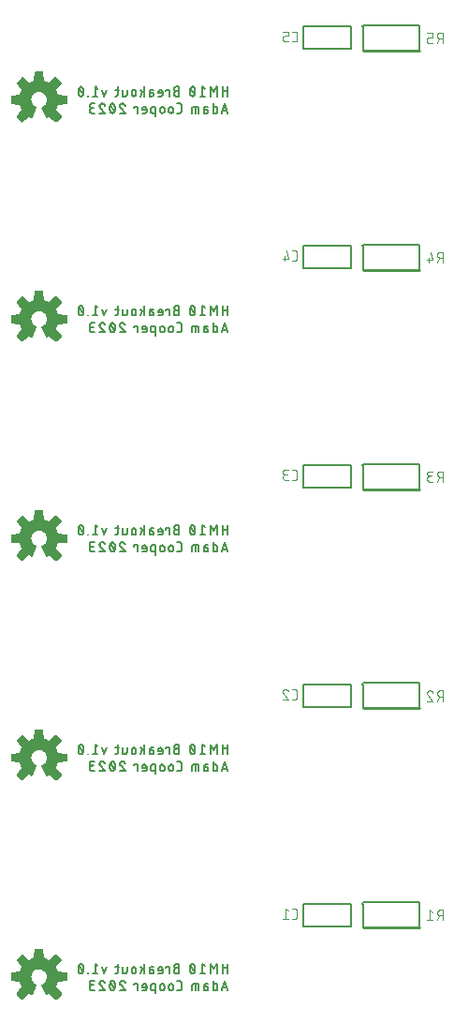
<source format=gbo>
G04 EAGLE Gerber RS-274X export*
G75*
%MOMM*%
%FSLAX34Y34*%
%LPD*%
%INBottom Silkscreen*%
%IPPOS*%
%AMOC8*
5,1,8,0,0,1.08239X$1,22.5*%
G01*
%ADD10C,0.203200*%
%ADD11C,0.254000*%
%ADD12C,0.152400*%
%ADD13C,0.076200*%
%ADD14C,0.127000*%
%ADD15C,0.101600*%

G36*
X180577Y847763D02*
X180577Y847763D01*
X180685Y847774D01*
X180698Y847779D01*
X180712Y847781D01*
X180809Y847829D01*
X180908Y847874D01*
X180921Y847885D01*
X180930Y847890D01*
X180945Y847905D01*
X181022Y847968D01*
X185330Y852276D01*
X185393Y852364D01*
X185459Y852450D01*
X185464Y852463D01*
X185472Y852474D01*
X185503Y852577D01*
X185539Y852680D01*
X185539Y852694D01*
X185543Y852707D01*
X185539Y852816D01*
X185540Y852924D01*
X185535Y852938D01*
X185535Y852951D01*
X185497Y853053D01*
X185462Y853156D01*
X185453Y853171D01*
X185449Y853180D01*
X185435Y853197D01*
X185381Y853279D01*
X180567Y859183D01*
X181645Y861277D01*
X181652Y861297D01*
X181693Y861392D01*
X182411Y863636D01*
X189990Y864405D01*
X190094Y864433D01*
X190200Y864458D01*
X190212Y864465D01*
X190225Y864469D01*
X190315Y864529D01*
X190408Y864587D01*
X190416Y864597D01*
X190428Y864605D01*
X190494Y864691D01*
X190563Y864775D01*
X190567Y864788D01*
X190576Y864799D01*
X190610Y864902D01*
X190649Y865003D01*
X190650Y865021D01*
X190654Y865030D01*
X190653Y865052D01*
X190663Y865150D01*
X190663Y871244D01*
X190646Y871352D01*
X190632Y871459D01*
X190626Y871472D01*
X190624Y871485D01*
X190572Y871581D01*
X190525Y871678D01*
X190515Y871688D01*
X190509Y871700D01*
X190429Y871775D01*
X190353Y871852D01*
X190341Y871858D01*
X190331Y871867D01*
X190232Y871912D01*
X190134Y871961D01*
X190117Y871964D01*
X190108Y871968D01*
X190087Y871970D01*
X189990Y871990D01*
X182411Y872759D01*
X181693Y875003D01*
X181684Y875021D01*
X181645Y875118D01*
X180567Y877212D01*
X185381Y883116D01*
X185435Y883210D01*
X185492Y883302D01*
X185495Y883316D01*
X185502Y883328D01*
X185523Y883434D01*
X185548Y883540D01*
X185546Y883554D01*
X185549Y883567D01*
X185534Y883675D01*
X185524Y883783D01*
X185518Y883795D01*
X185516Y883809D01*
X185468Y883906D01*
X185423Y884005D01*
X185412Y884019D01*
X185408Y884027D01*
X185393Y884043D01*
X185330Y884119D01*
X181022Y888427D01*
X180934Y888490D01*
X180848Y888557D01*
X180835Y888561D01*
X180823Y888569D01*
X180720Y888601D01*
X180617Y888636D01*
X180603Y888636D01*
X180590Y888640D01*
X180482Y888637D01*
X180373Y888637D01*
X180360Y888633D01*
X180346Y888632D01*
X180245Y888594D01*
X180142Y888560D01*
X180127Y888550D01*
X180118Y888546D01*
X180101Y888533D01*
X180019Y888478D01*
X174115Y883664D01*
X172020Y884743D01*
X172001Y884749D01*
X171906Y884790D01*
X169662Y885508D01*
X168892Y893087D01*
X168864Y893191D01*
X168839Y893298D01*
X168832Y893309D01*
X168829Y893323D01*
X168768Y893412D01*
X168711Y893505D01*
X168700Y893514D01*
X168692Y893525D01*
X168606Y893591D01*
X168522Y893660D01*
X168509Y893665D01*
X168498Y893673D01*
X168395Y893708D01*
X168294Y893746D01*
X168276Y893748D01*
X168267Y893751D01*
X168246Y893751D01*
X168147Y893761D01*
X162053Y893761D01*
X161945Y893743D01*
X161838Y893729D01*
X161826Y893723D01*
X161812Y893721D01*
X161716Y893670D01*
X161619Y893622D01*
X161609Y893612D01*
X161597Y893606D01*
X161523Y893527D01*
X161446Y893450D01*
X161440Y893438D01*
X161430Y893428D01*
X161385Y893329D01*
X161337Y893232D01*
X161333Y893215D01*
X161329Y893206D01*
X161327Y893184D01*
X161308Y893087D01*
X160538Y885508D01*
X158294Y884790D01*
X158276Y884781D01*
X158180Y884743D01*
X156085Y883664D01*
X150182Y888478D01*
X150087Y888532D01*
X149995Y888589D01*
X149982Y888593D01*
X149970Y888599D01*
X149863Y888620D01*
X149758Y888645D01*
X149744Y888644D01*
X149730Y888646D01*
X149623Y888632D01*
X149515Y888621D01*
X149502Y888616D01*
X149489Y888614D01*
X149391Y888566D01*
X149292Y888521D01*
X149279Y888510D01*
X149270Y888505D01*
X149255Y888490D01*
X149178Y888427D01*
X144870Y884119D01*
X144807Y884031D01*
X144741Y883945D01*
X144736Y883932D01*
X144728Y883921D01*
X144697Y883817D01*
X144661Y883714D01*
X144661Y883701D01*
X144657Y883687D01*
X144661Y883579D01*
X144660Y883470D01*
X144665Y883457D01*
X144665Y883444D01*
X144703Y883342D01*
X144738Y883239D01*
X144747Y883224D01*
X144751Y883215D01*
X144765Y883198D01*
X144819Y883116D01*
X149633Y877212D01*
X148555Y875118D01*
X148548Y875098D01*
X148507Y875003D01*
X147789Y872759D01*
X140210Y871990D01*
X140106Y871962D01*
X140000Y871937D01*
X139988Y871930D01*
X139975Y871926D01*
X139885Y871866D01*
X139792Y871808D01*
X139784Y871798D01*
X139772Y871790D01*
X139706Y871703D01*
X139638Y871620D01*
X139633Y871607D01*
X139624Y871596D01*
X139590Y871493D01*
X139551Y871391D01*
X139550Y871374D01*
X139546Y871365D01*
X139547Y871343D01*
X139537Y871244D01*
X139537Y865150D01*
X139555Y865043D01*
X139568Y864936D01*
X139574Y864923D01*
X139576Y864910D01*
X139628Y864814D01*
X139675Y864716D01*
X139685Y864707D01*
X139691Y864694D01*
X139771Y864620D01*
X139847Y864543D01*
X139859Y864537D01*
X139870Y864528D01*
X139968Y864483D01*
X140066Y864434D01*
X140083Y864431D01*
X140092Y864427D01*
X140113Y864425D01*
X140210Y864405D01*
X147789Y863636D01*
X148507Y861392D01*
X148516Y861374D01*
X148555Y861277D01*
X149633Y859183D01*
X144819Y853279D01*
X144765Y853185D01*
X144708Y853093D01*
X144705Y853079D01*
X144698Y853067D01*
X144677Y852961D01*
X144652Y852855D01*
X144654Y852841D01*
X144651Y852828D01*
X144666Y852720D01*
X144676Y852612D01*
X144682Y852600D01*
X144684Y852586D01*
X144732Y852489D01*
X144777Y852390D01*
X144788Y852376D01*
X144792Y852367D01*
X144807Y852352D01*
X144870Y852276D01*
X149178Y847968D01*
X149266Y847904D01*
X149352Y847838D01*
X149365Y847834D01*
X149377Y847825D01*
X149480Y847794D01*
X149583Y847759D01*
X149597Y847759D01*
X149610Y847755D01*
X149718Y847758D01*
X149827Y847758D01*
X149840Y847762D01*
X149854Y847763D01*
X149955Y847801D01*
X150058Y847835D01*
X150073Y847845D01*
X150082Y847848D01*
X150099Y847862D01*
X150182Y847917D01*
X156085Y852731D01*
X158179Y851651D01*
X158232Y851634D01*
X158281Y851608D01*
X158347Y851597D01*
X158411Y851576D01*
X158467Y851577D01*
X158521Y851568D01*
X158588Y851579D01*
X158655Y851580D01*
X158707Y851599D01*
X158762Y851608D01*
X158821Y851639D01*
X158885Y851662D01*
X158929Y851696D01*
X158978Y851723D01*
X159023Y851771D01*
X159076Y851813D01*
X159107Y851860D01*
X159145Y851900D01*
X159201Y852005D01*
X159209Y852018D01*
X159210Y852023D01*
X159214Y852031D01*
X162802Y860693D01*
X162827Y860798D01*
X162855Y860902D01*
X162854Y860916D01*
X162858Y860930D01*
X162847Y861038D01*
X162841Y861145D01*
X162835Y861159D01*
X162834Y861173D01*
X162789Y861272D01*
X162749Y861371D01*
X162739Y861382D01*
X162733Y861395D01*
X162660Y861474D01*
X162589Y861556D01*
X162573Y861566D01*
X162566Y861574D01*
X162547Y861584D01*
X162466Y861639D01*
X161123Y862365D01*
X160016Y863300D01*
X159123Y864442D01*
X158481Y865742D01*
X158119Y867145D01*
X158052Y868593D01*
X158281Y870025D01*
X158798Y871379D01*
X159581Y872599D01*
X160596Y873634D01*
X161802Y874439D01*
X163146Y874981D01*
X164573Y875237D01*
X166022Y875197D01*
X167432Y874861D01*
X168744Y874244D01*
X169902Y873372D01*
X170858Y872283D01*
X171571Y871021D01*
X172011Y869639D01*
X172160Y868196D01*
X172025Y866820D01*
X171623Y865496D01*
X170970Y864275D01*
X170092Y863205D01*
X169023Y862327D01*
X167737Y861640D01*
X167650Y861573D01*
X167561Y861510D01*
X167553Y861499D01*
X167543Y861492D01*
X167482Y861400D01*
X167418Y861311D01*
X167415Y861299D01*
X167408Y861289D01*
X167379Y861183D01*
X167347Y861078D01*
X167348Y861065D01*
X167344Y861053D01*
X167352Y860943D01*
X167355Y860834D01*
X167360Y860819D01*
X167360Y860810D01*
X167368Y860790D01*
X167398Y860693D01*
X170986Y852031D01*
X171015Y851983D01*
X171036Y851932D01*
X171079Y851881D01*
X171115Y851823D01*
X171158Y851788D01*
X171194Y851746D01*
X171251Y851711D01*
X171303Y851669D01*
X171355Y851649D01*
X171403Y851620D01*
X171469Y851606D01*
X171532Y851583D01*
X171587Y851581D01*
X171642Y851569D01*
X171708Y851577D01*
X171775Y851575D01*
X171829Y851591D01*
X171884Y851597D01*
X171995Y851641D01*
X172009Y851645D01*
X172013Y851648D01*
X172021Y851651D01*
X174115Y852731D01*
X180019Y847917D01*
X180113Y847863D01*
X180205Y847805D01*
X180218Y847802D01*
X180230Y847795D01*
X180337Y847775D01*
X180442Y847750D01*
X180456Y847751D01*
X180470Y847749D01*
X180577Y847763D01*
G37*
G36*
X180577Y649770D02*
X180577Y649770D01*
X180685Y649781D01*
X180698Y649786D01*
X180712Y649788D01*
X180809Y649836D01*
X180908Y649881D01*
X180921Y649892D01*
X180930Y649897D01*
X180945Y649912D01*
X181022Y649975D01*
X185330Y654283D01*
X185393Y654371D01*
X185459Y654457D01*
X185464Y654470D01*
X185472Y654481D01*
X185503Y654584D01*
X185539Y654687D01*
X185539Y654701D01*
X185543Y654714D01*
X185539Y654823D01*
X185540Y654931D01*
X185535Y654945D01*
X185535Y654958D01*
X185497Y655060D01*
X185462Y655163D01*
X185453Y655178D01*
X185449Y655187D01*
X185435Y655204D01*
X185381Y655286D01*
X180567Y661190D01*
X181645Y663284D01*
X181652Y663304D01*
X181693Y663399D01*
X182411Y665643D01*
X189990Y666412D01*
X190094Y666440D01*
X190200Y666465D01*
X190212Y666472D01*
X190225Y666476D01*
X190315Y666536D01*
X190408Y666594D01*
X190416Y666604D01*
X190428Y666612D01*
X190494Y666698D01*
X190563Y666782D01*
X190567Y666795D01*
X190576Y666806D01*
X190610Y666909D01*
X190649Y667010D01*
X190650Y667028D01*
X190654Y667037D01*
X190653Y667059D01*
X190663Y667157D01*
X190663Y673251D01*
X190646Y673359D01*
X190632Y673466D01*
X190626Y673479D01*
X190624Y673492D01*
X190572Y673588D01*
X190525Y673685D01*
X190515Y673695D01*
X190509Y673707D01*
X190429Y673782D01*
X190353Y673859D01*
X190341Y673865D01*
X190331Y673874D01*
X190232Y673919D01*
X190134Y673968D01*
X190117Y673971D01*
X190108Y673975D01*
X190087Y673977D01*
X189990Y673997D01*
X182411Y674766D01*
X181693Y677010D01*
X181684Y677028D01*
X181645Y677125D01*
X180567Y679219D01*
X185381Y685123D01*
X185435Y685217D01*
X185492Y685309D01*
X185495Y685323D01*
X185502Y685335D01*
X185523Y685441D01*
X185548Y685547D01*
X185546Y685561D01*
X185549Y685574D01*
X185534Y685682D01*
X185524Y685790D01*
X185518Y685802D01*
X185516Y685816D01*
X185468Y685913D01*
X185423Y686012D01*
X185412Y686026D01*
X185408Y686034D01*
X185393Y686050D01*
X185330Y686126D01*
X181022Y690434D01*
X180934Y690497D01*
X180848Y690564D01*
X180835Y690568D01*
X180823Y690576D01*
X180720Y690608D01*
X180617Y690643D01*
X180603Y690643D01*
X180590Y690647D01*
X180482Y690644D01*
X180373Y690644D01*
X180360Y690640D01*
X180346Y690639D01*
X180245Y690601D01*
X180142Y690567D01*
X180127Y690557D01*
X180118Y690553D01*
X180101Y690540D01*
X180019Y690485D01*
X174115Y685671D01*
X172020Y686750D01*
X172001Y686756D01*
X171906Y686797D01*
X169662Y687515D01*
X168892Y695094D01*
X168864Y695198D01*
X168839Y695305D01*
X168832Y695316D01*
X168829Y695330D01*
X168768Y695419D01*
X168711Y695512D01*
X168700Y695521D01*
X168692Y695532D01*
X168606Y695598D01*
X168522Y695667D01*
X168509Y695672D01*
X168498Y695680D01*
X168395Y695715D01*
X168294Y695753D01*
X168276Y695755D01*
X168267Y695758D01*
X168246Y695758D01*
X168147Y695768D01*
X162053Y695768D01*
X161945Y695750D01*
X161838Y695736D01*
X161826Y695730D01*
X161812Y695728D01*
X161716Y695677D01*
X161619Y695629D01*
X161609Y695619D01*
X161597Y695613D01*
X161523Y695534D01*
X161446Y695457D01*
X161440Y695445D01*
X161430Y695435D01*
X161385Y695336D01*
X161337Y695239D01*
X161333Y695222D01*
X161329Y695213D01*
X161327Y695191D01*
X161308Y695094D01*
X160538Y687515D01*
X158294Y686797D01*
X158276Y686788D01*
X158180Y686750D01*
X156085Y685671D01*
X150182Y690485D01*
X150087Y690539D01*
X149995Y690596D01*
X149982Y690600D01*
X149970Y690606D01*
X149863Y690627D01*
X149758Y690652D01*
X149744Y690651D01*
X149730Y690653D01*
X149623Y690639D01*
X149515Y690628D01*
X149502Y690623D01*
X149489Y690621D01*
X149391Y690573D01*
X149292Y690528D01*
X149279Y690517D01*
X149270Y690512D01*
X149255Y690497D01*
X149178Y690434D01*
X144870Y686126D01*
X144807Y686038D01*
X144741Y685952D01*
X144736Y685939D01*
X144728Y685928D01*
X144697Y685824D01*
X144661Y685721D01*
X144661Y685708D01*
X144657Y685694D01*
X144661Y685586D01*
X144660Y685477D01*
X144665Y685464D01*
X144665Y685451D01*
X144703Y685349D01*
X144738Y685246D01*
X144747Y685231D01*
X144751Y685222D01*
X144765Y685205D01*
X144819Y685123D01*
X149633Y679219D01*
X148555Y677125D01*
X148548Y677105D01*
X148507Y677010D01*
X147789Y674766D01*
X140210Y673997D01*
X140106Y673969D01*
X140000Y673944D01*
X139988Y673937D01*
X139975Y673933D01*
X139885Y673873D01*
X139792Y673815D01*
X139784Y673805D01*
X139772Y673797D01*
X139706Y673710D01*
X139638Y673627D01*
X139633Y673614D01*
X139624Y673603D01*
X139590Y673500D01*
X139551Y673398D01*
X139550Y673381D01*
X139546Y673372D01*
X139547Y673350D01*
X139537Y673251D01*
X139537Y667157D01*
X139555Y667050D01*
X139568Y666943D01*
X139574Y666930D01*
X139576Y666917D01*
X139628Y666821D01*
X139675Y666723D01*
X139685Y666714D01*
X139691Y666701D01*
X139771Y666627D01*
X139847Y666550D01*
X139859Y666544D01*
X139870Y666535D01*
X139968Y666490D01*
X140066Y666441D01*
X140083Y666438D01*
X140092Y666434D01*
X140113Y666432D01*
X140210Y666412D01*
X147789Y665643D01*
X148507Y663399D01*
X148516Y663381D01*
X148555Y663284D01*
X149633Y661190D01*
X144819Y655286D01*
X144765Y655192D01*
X144708Y655100D01*
X144705Y655086D01*
X144698Y655074D01*
X144677Y654968D01*
X144652Y654862D01*
X144654Y654848D01*
X144651Y654835D01*
X144666Y654727D01*
X144676Y654619D01*
X144682Y654607D01*
X144684Y654593D01*
X144732Y654496D01*
X144777Y654397D01*
X144788Y654383D01*
X144792Y654374D01*
X144807Y654359D01*
X144870Y654283D01*
X149178Y649975D01*
X149266Y649911D01*
X149352Y649845D01*
X149365Y649841D01*
X149377Y649832D01*
X149480Y649801D01*
X149583Y649766D01*
X149597Y649766D01*
X149610Y649762D01*
X149718Y649765D01*
X149827Y649765D01*
X149840Y649769D01*
X149854Y649770D01*
X149955Y649808D01*
X150058Y649842D01*
X150073Y649852D01*
X150082Y649855D01*
X150099Y649869D01*
X150182Y649924D01*
X156085Y654738D01*
X158179Y653658D01*
X158232Y653641D01*
X158281Y653615D01*
X158347Y653604D01*
X158411Y653583D01*
X158467Y653584D01*
X158521Y653575D01*
X158588Y653586D01*
X158655Y653587D01*
X158707Y653606D01*
X158762Y653615D01*
X158821Y653646D01*
X158885Y653669D01*
X158929Y653703D01*
X158978Y653730D01*
X159023Y653778D01*
X159076Y653820D01*
X159107Y653867D01*
X159145Y653907D01*
X159201Y654012D01*
X159209Y654025D01*
X159210Y654030D01*
X159214Y654038D01*
X162802Y662700D01*
X162827Y662805D01*
X162855Y662909D01*
X162854Y662923D01*
X162858Y662937D01*
X162847Y663045D01*
X162841Y663152D01*
X162835Y663166D01*
X162834Y663180D01*
X162789Y663279D01*
X162749Y663378D01*
X162739Y663389D01*
X162733Y663402D01*
X162660Y663481D01*
X162589Y663563D01*
X162573Y663573D01*
X162566Y663581D01*
X162547Y663591D01*
X162466Y663646D01*
X161123Y664372D01*
X160016Y665307D01*
X159123Y666449D01*
X158481Y667749D01*
X158119Y669152D01*
X158052Y670600D01*
X158281Y672032D01*
X158798Y673386D01*
X159581Y674606D01*
X160596Y675641D01*
X161802Y676446D01*
X163146Y676988D01*
X164573Y677244D01*
X166022Y677204D01*
X167432Y676868D01*
X168744Y676251D01*
X169902Y675379D01*
X170858Y674290D01*
X171571Y673028D01*
X172011Y671646D01*
X172160Y670203D01*
X172025Y668827D01*
X171623Y667503D01*
X170970Y666282D01*
X170092Y665212D01*
X169023Y664334D01*
X167737Y663647D01*
X167650Y663580D01*
X167561Y663517D01*
X167553Y663506D01*
X167543Y663499D01*
X167482Y663407D01*
X167418Y663318D01*
X167415Y663306D01*
X167408Y663296D01*
X167379Y663190D01*
X167347Y663085D01*
X167348Y663072D01*
X167344Y663060D01*
X167352Y662950D01*
X167355Y662841D01*
X167360Y662826D01*
X167360Y662817D01*
X167368Y662797D01*
X167398Y662700D01*
X170986Y654038D01*
X171015Y653990D01*
X171036Y653939D01*
X171079Y653888D01*
X171115Y653830D01*
X171158Y653795D01*
X171194Y653753D01*
X171251Y653718D01*
X171303Y653676D01*
X171355Y653656D01*
X171403Y653627D01*
X171469Y653613D01*
X171532Y653590D01*
X171587Y653588D01*
X171642Y653576D01*
X171708Y653584D01*
X171775Y653582D01*
X171829Y653598D01*
X171884Y653604D01*
X171995Y653648D01*
X172009Y653652D01*
X172013Y653655D01*
X172021Y653658D01*
X174115Y654738D01*
X180019Y649924D01*
X180113Y649870D01*
X180205Y649812D01*
X180218Y649809D01*
X180230Y649802D01*
X180337Y649782D01*
X180442Y649757D01*
X180456Y649758D01*
X180470Y649756D01*
X180577Y649770D01*
G37*
G36*
X180577Y451777D02*
X180577Y451777D01*
X180685Y451788D01*
X180698Y451793D01*
X180712Y451795D01*
X180809Y451843D01*
X180908Y451888D01*
X180921Y451899D01*
X180930Y451904D01*
X180945Y451919D01*
X181022Y451982D01*
X185330Y456290D01*
X185393Y456378D01*
X185459Y456464D01*
X185464Y456477D01*
X185472Y456488D01*
X185503Y456591D01*
X185539Y456694D01*
X185539Y456708D01*
X185543Y456721D01*
X185539Y456830D01*
X185540Y456938D01*
X185535Y456952D01*
X185535Y456965D01*
X185497Y457067D01*
X185462Y457170D01*
X185453Y457185D01*
X185449Y457194D01*
X185435Y457211D01*
X185381Y457293D01*
X180567Y463197D01*
X181645Y465291D01*
X181652Y465311D01*
X181693Y465406D01*
X182411Y467650D01*
X189990Y468419D01*
X190094Y468447D01*
X190200Y468472D01*
X190212Y468479D01*
X190225Y468483D01*
X190315Y468543D01*
X190408Y468601D01*
X190416Y468611D01*
X190428Y468619D01*
X190494Y468705D01*
X190563Y468789D01*
X190567Y468802D01*
X190576Y468813D01*
X190610Y468916D01*
X190649Y469017D01*
X190650Y469035D01*
X190654Y469044D01*
X190653Y469066D01*
X190663Y469164D01*
X190663Y475258D01*
X190646Y475366D01*
X190632Y475473D01*
X190626Y475486D01*
X190624Y475499D01*
X190572Y475595D01*
X190525Y475692D01*
X190515Y475702D01*
X190509Y475714D01*
X190429Y475789D01*
X190353Y475866D01*
X190341Y475872D01*
X190331Y475881D01*
X190232Y475926D01*
X190134Y475975D01*
X190117Y475978D01*
X190108Y475982D01*
X190087Y475984D01*
X189990Y476004D01*
X182411Y476773D01*
X181693Y479017D01*
X181684Y479035D01*
X181645Y479132D01*
X180567Y481226D01*
X185381Y487130D01*
X185435Y487224D01*
X185492Y487316D01*
X185495Y487330D01*
X185502Y487342D01*
X185523Y487448D01*
X185548Y487554D01*
X185546Y487568D01*
X185549Y487581D01*
X185534Y487689D01*
X185524Y487797D01*
X185518Y487809D01*
X185516Y487823D01*
X185468Y487920D01*
X185423Y488019D01*
X185412Y488033D01*
X185408Y488041D01*
X185393Y488057D01*
X185330Y488133D01*
X181022Y492441D01*
X180934Y492504D01*
X180848Y492571D01*
X180835Y492575D01*
X180823Y492583D01*
X180720Y492615D01*
X180617Y492650D01*
X180603Y492650D01*
X180590Y492654D01*
X180482Y492651D01*
X180373Y492651D01*
X180360Y492647D01*
X180346Y492646D01*
X180245Y492608D01*
X180142Y492574D01*
X180127Y492564D01*
X180118Y492560D01*
X180101Y492547D01*
X180019Y492492D01*
X174115Y487678D01*
X172020Y488757D01*
X172001Y488763D01*
X171906Y488804D01*
X169662Y489522D01*
X168892Y497101D01*
X168864Y497205D01*
X168839Y497312D01*
X168832Y497323D01*
X168829Y497337D01*
X168768Y497426D01*
X168711Y497519D01*
X168700Y497528D01*
X168692Y497539D01*
X168606Y497605D01*
X168522Y497674D01*
X168509Y497679D01*
X168498Y497687D01*
X168395Y497722D01*
X168294Y497760D01*
X168276Y497762D01*
X168267Y497765D01*
X168246Y497765D01*
X168147Y497775D01*
X162053Y497775D01*
X161945Y497757D01*
X161838Y497743D01*
X161826Y497737D01*
X161812Y497735D01*
X161716Y497684D01*
X161619Y497636D01*
X161609Y497626D01*
X161597Y497620D01*
X161523Y497541D01*
X161446Y497464D01*
X161440Y497452D01*
X161430Y497442D01*
X161385Y497343D01*
X161337Y497246D01*
X161333Y497229D01*
X161329Y497220D01*
X161327Y497198D01*
X161308Y497101D01*
X160538Y489522D01*
X158294Y488804D01*
X158276Y488795D01*
X158180Y488757D01*
X156085Y487678D01*
X150182Y492492D01*
X150087Y492546D01*
X149995Y492603D01*
X149982Y492607D01*
X149970Y492613D01*
X149863Y492634D01*
X149758Y492659D01*
X149744Y492658D01*
X149730Y492660D01*
X149623Y492646D01*
X149515Y492635D01*
X149502Y492630D01*
X149489Y492628D01*
X149391Y492580D01*
X149292Y492535D01*
X149279Y492524D01*
X149270Y492519D01*
X149255Y492504D01*
X149178Y492441D01*
X144870Y488133D01*
X144807Y488045D01*
X144741Y487959D01*
X144736Y487946D01*
X144728Y487935D01*
X144697Y487831D01*
X144661Y487728D01*
X144661Y487715D01*
X144657Y487701D01*
X144661Y487593D01*
X144660Y487484D01*
X144665Y487471D01*
X144665Y487458D01*
X144703Y487356D01*
X144738Y487253D01*
X144747Y487238D01*
X144751Y487229D01*
X144765Y487212D01*
X144819Y487130D01*
X149633Y481226D01*
X148555Y479132D01*
X148548Y479112D01*
X148507Y479017D01*
X147789Y476773D01*
X140210Y476004D01*
X140106Y475976D01*
X140000Y475951D01*
X139988Y475944D01*
X139975Y475940D01*
X139885Y475880D01*
X139792Y475822D01*
X139784Y475812D01*
X139772Y475804D01*
X139706Y475717D01*
X139638Y475634D01*
X139633Y475621D01*
X139624Y475610D01*
X139590Y475507D01*
X139551Y475405D01*
X139550Y475388D01*
X139546Y475379D01*
X139547Y475357D01*
X139537Y475258D01*
X139537Y469164D01*
X139555Y469057D01*
X139568Y468950D01*
X139574Y468937D01*
X139576Y468924D01*
X139628Y468828D01*
X139675Y468730D01*
X139685Y468721D01*
X139691Y468708D01*
X139771Y468634D01*
X139847Y468557D01*
X139859Y468551D01*
X139870Y468542D01*
X139968Y468497D01*
X140066Y468448D01*
X140083Y468445D01*
X140092Y468441D01*
X140113Y468439D01*
X140210Y468419D01*
X147789Y467650D01*
X148507Y465406D01*
X148516Y465388D01*
X148555Y465291D01*
X149633Y463197D01*
X144819Y457293D01*
X144765Y457199D01*
X144708Y457107D01*
X144705Y457093D01*
X144698Y457081D01*
X144677Y456975D01*
X144652Y456869D01*
X144654Y456855D01*
X144651Y456842D01*
X144666Y456734D01*
X144676Y456626D01*
X144682Y456614D01*
X144684Y456600D01*
X144732Y456503D01*
X144777Y456404D01*
X144788Y456390D01*
X144792Y456381D01*
X144807Y456366D01*
X144870Y456290D01*
X149178Y451982D01*
X149266Y451918D01*
X149352Y451852D01*
X149365Y451848D01*
X149377Y451839D01*
X149480Y451808D01*
X149583Y451773D01*
X149597Y451773D01*
X149610Y451769D01*
X149718Y451772D01*
X149827Y451772D01*
X149840Y451776D01*
X149854Y451777D01*
X149955Y451815D01*
X150058Y451849D01*
X150073Y451859D01*
X150082Y451862D01*
X150099Y451876D01*
X150182Y451931D01*
X156085Y456745D01*
X158179Y455665D01*
X158232Y455648D01*
X158281Y455622D01*
X158347Y455611D01*
X158411Y455590D01*
X158467Y455591D01*
X158521Y455582D01*
X158588Y455593D01*
X158655Y455594D01*
X158707Y455613D01*
X158762Y455622D01*
X158821Y455653D01*
X158885Y455676D01*
X158929Y455710D01*
X158978Y455737D01*
X159023Y455785D01*
X159076Y455827D01*
X159107Y455874D01*
X159145Y455914D01*
X159201Y456019D01*
X159209Y456032D01*
X159210Y456037D01*
X159214Y456045D01*
X162802Y464707D01*
X162827Y464812D01*
X162855Y464916D01*
X162854Y464930D01*
X162858Y464944D01*
X162847Y465052D01*
X162841Y465159D01*
X162835Y465173D01*
X162834Y465187D01*
X162789Y465286D01*
X162749Y465385D01*
X162739Y465396D01*
X162733Y465409D01*
X162660Y465488D01*
X162589Y465570D01*
X162573Y465580D01*
X162566Y465588D01*
X162547Y465598D01*
X162466Y465653D01*
X161123Y466379D01*
X160016Y467314D01*
X159123Y468456D01*
X158481Y469756D01*
X158119Y471159D01*
X158052Y472607D01*
X158281Y474039D01*
X158798Y475393D01*
X159581Y476613D01*
X160596Y477648D01*
X161802Y478453D01*
X163146Y478995D01*
X164573Y479251D01*
X166022Y479211D01*
X167432Y478875D01*
X168744Y478258D01*
X169902Y477386D01*
X170858Y476297D01*
X171571Y475035D01*
X172011Y473653D01*
X172160Y472210D01*
X172025Y470834D01*
X171623Y469510D01*
X170970Y468289D01*
X170092Y467219D01*
X169023Y466341D01*
X167737Y465654D01*
X167650Y465587D01*
X167561Y465524D01*
X167553Y465513D01*
X167543Y465506D01*
X167482Y465414D01*
X167418Y465325D01*
X167415Y465313D01*
X167408Y465303D01*
X167379Y465197D01*
X167347Y465092D01*
X167348Y465079D01*
X167344Y465067D01*
X167352Y464957D01*
X167355Y464848D01*
X167360Y464833D01*
X167360Y464824D01*
X167368Y464804D01*
X167398Y464707D01*
X170986Y456045D01*
X171015Y455997D01*
X171036Y455946D01*
X171079Y455895D01*
X171115Y455837D01*
X171158Y455802D01*
X171194Y455760D01*
X171251Y455725D01*
X171303Y455683D01*
X171355Y455663D01*
X171403Y455634D01*
X171469Y455620D01*
X171532Y455597D01*
X171587Y455595D01*
X171642Y455583D01*
X171708Y455591D01*
X171775Y455589D01*
X171829Y455605D01*
X171884Y455611D01*
X171995Y455655D01*
X172009Y455659D01*
X172013Y455662D01*
X172021Y455665D01*
X174115Y456745D01*
X180019Y451931D01*
X180113Y451877D01*
X180205Y451819D01*
X180218Y451816D01*
X180230Y451809D01*
X180337Y451789D01*
X180442Y451764D01*
X180456Y451765D01*
X180470Y451763D01*
X180577Y451777D01*
G37*
G36*
X180577Y253759D02*
X180577Y253759D01*
X180685Y253769D01*
X180698Y253775D01*
X180712Y253777D01*
X180809Y253825D01*
X180908Y253870D01*
X180921Y253881D01*
X180930Y253885D01*
X180945Y253900D01*
X181022Y253963D01*
X185330Y258271D01*
X185393Y258359D01*
X185459Y258445D01*
X185464Y258458D01*
X185472Y258470D01*
X185503Y258573D01*
X185539Y258676D01*
X185539Y258690D01*
X185543Y258703D01*
X185539Y258811D01*
X185540Y258920D01*
X185535Y258933D01*
X185535Y258947D01*
X185497Y259048D01*
X185462Y259151D01*
X185453Y259166D01*
X185449Y259175D01*
X185435Y259192D01*
X185381Y259275D01*
X180567Y265178D01*
X181645Y267273D01*
X181652Y267292D01*
X181693Y267387D01*
X182411Y269631D01*
X189990Y270401D01*
X190094Y270429D01*
X190200Y270454D01*
X190212Y270461D01*
X190225Y270464D01*
X190315Y270525D01*
X190408Y270582D01*
X190416Y270593D01*
X190428Y270601D01*
X190494Y270687D01*
X190563Y270771D01*
X190567Y270784D01*
X190576Y270795D01*
X190610Y270898D01*
X190649Y270999D01*
X190650Y271017D01*
X190654Y271026D01*
X190653Y271047D01*
X190663Y271146D01*
X190663Y277240D01*
X190646Y277348D01*
X190632Y277455D01*
X190626Y277467D01*
X190624Y277481D01*
X190572Y277577D01*
X190525Y277674D01*
X190515Y277684D01*
X190509Y277696D01*
X190429Y277770D01*
X190353Y277847D01*
X190341Y277853D01*
X190331Y277863D01*
X190232Y277908D01*
X190134Y277956D01*
X190117Y277960D01*
X190108Y277964D01*
X190087Y277966D01*
X189990Y277985D01*
X182411Y278755D01*
X181693Y280999D01*
X181684Y281017D01*
X181645Y281113D01*
X180567Y283208D01*
X185381Y289112D01*
X185435Y289206D01*
X185492Y289298D01*
X185495Y289311D01*
X185502Y289323D01*
X185523Y289430D01*
X185548Y289535D01*
X185546Y289549D01*
X185549Y289563D01*
X185534Y289670D01*
X185524Y289778D01*
X185518Y289791D01*
X185516Y289805D01*
X185468Y289902D01*
X185423Y290001D01*
X185412Y290014D01*
X185408Y290023D01*
X185393Y290038D01*
X185330Y290115D01*
X181022Y294423D01*
X180934Y294486D01*
X180848Y294552D01*
X180835Y294557D01*
X180823Y294565D01*
X180720Y294596D01*
X180617Y294632D01*
X180603Y294632D01*
X180590Y294636D01*
X180482Y294632D01*
X180373Y294633D01*
X180360Y294628D01*
X180346Y294628D01*
X180245Y294590D01*
X180142Y294555D01*
X180127Y294546D01*
X180118Y294542D01*
X180101Y294528D01*
X180019Y294474D01*
X174115Y289660D01*
X172020Y290738D01*
X172001Y290745D01*
X171906Y290786D01*
X169662Y291504D01*
X168892Y299083D01*
X168864Y299187D01*
X168839Y299293D01*
X168832Y299305D01*
X168829Y299318D01*
X168768Y299408D01*
X168711Y299501D01*
X168700Y299509D01*
X168692Y299521D01*
X168606Y299587D01*
X168522Y299656D01*
X168509Y299660D01*
X168498Y299669D01*
X168395Y299703D01*
X168294Y299742D01*
X168276Y299743D01*
X168267Y299747D01*
X168246Y299746D01*
X168147Y299756D01*
X162053Y299756D01*
X161945Y299739D01*
X161838Y299725D01*
X161826Y299719D01*
X161812Y299717D01*
X161716Y299665D01*
X161619Y299618D01*
X161609Y299608D01*
X161597Y299602D01*
X161523Y299522D01*
X161446Y299446D01*
X161440Y299434D01*
X161430Y299424D01*
X161385Y299325D01*
X161337Y299227D01*
X161333Y299210D01*
X161329Y299201D01*
X161327Y299180D01*
X161308Y299083D01*
X160538Y291504D01*
X158294Y290786D01*
X158276Y290777D01*
X158180Y290738D01*
X156085Y289660D01*
X150182Y294474D01*
X150087Y294528D01*
X149995Y294585D01*
X149982Y294588D01*
X149970Y294595D01*
X149863Y294616D01*
X149758Y294641D01*
X149744Y294639D01*
X149730Y294642D01*
X149623Y294627D01*
X149515Y294617D01*
X149502Y294611D01*
X149489Y294609D01*
X149391Y294561D01*
X149292Y294516D01*
X149279Y294505D01*
X149270Y294501D01*
X149255Y294486D01*
X149178Y294423D01*
X144870Y290115D01*
X144807Y290027D01*
X144741Y289941D01*
X144736Y289928D01*
X144728Y289916D01*
X144697Y289813D01*
X144661Y289710D01*
X144661Y289696D01*
X144657Y289683D01*
X144661Y289575D01*
X144660Y289466D01*
X144665Y289453D01*
X144665Y289439D01*
X144703Y289338D01*
X144738Y289235D01*
X144747Y289220D01*
X144751Y289211D01*
X144765Y289194D01*
X144819Y289112D01*
X149633Y283208D01*
X148555Y281113D01*
X148548Y281094D01*
X148507Y280999D01*
X147789Y278755D01*
X140210Y277985D01*
X140106Y277957D01*
X140000Y277932D01*
X139988Y277925D01*
X139975Y277922D01*
X139885Y277861D01*
X139792Y277804D01*
X139784Y277793D01*
X139772Y277785D01*
X139706Y277699D01*
X139638Y277615D01*
X139633Y277602D01*
X139624Y277591D01*
X139590Y277488D01*
X139551Y277387D01*
X139550Y277369D01*
X139546Y277360D01*
X139547Y277339D01*
X139537Y277240D01*
X139537Y271146D01*
X139555Y271038D01*
X139568Y270931D01*
X139574Y270919D01*
X139576Y270905D01*
X139628Y270809D01*
X139675Y270712D01*
X139685Y270702D01*
X139691Y270690D01*
X139771Y270616D01*
X139847Y270539D01*
X139859Y270533D01*
X139870Y270523D01*
X139968Y270478D01*
X140066Y270430D01*
X140083Y270426D01*
X140092Y270422D01*
X140113Y270420D01*
X140210Y270401D01*
X147789Y269631D01*
X148507Y267387D01*
X148516Y267369D01*
X148555Y267273D01*
X149633Y265178D01*
X144819Y259275D01*
X144765Y259180D01*
X144708Y259088D01*
X144705Y259075D01*
X144698Y259063D01*
X144677Y258956D01*
X144652Y258851D01*
X144654Y258837D01*
X144651Y258823D01*
X144666Y258716D01*
X144676Y258608D01*
X144682Y258595D01*
X144684Y258582D01*
X144732Y258484D01*
X144777Y258385D01*
X144788Y258372D01*
X144792Y258363D01*
X144807Y258348D01*
X144870Y258271D01*
X149178Y253963D01*
X149266Y253900D01*
X149352Y253834D01*
X149365Y253829D01*
X149377Y253821D01*
X149480Y253790D01*
X149583Y253754D01*
X149597Y253754D01*
X149610Y253750D01*
X149718Y253754D01*
X149827Y253753D01*
X149840Y253758D01*
X149854Y253758D01*
X149955Y253796D01*
X150058Y253831D01*
X150073Y253840D01*
X150082Y253844D01*
X150099Y253858D01*
X150182Y253912D01*
X156085Y258726D01*
X158179Y257647D01*
X158232Y257630D01*
X158281Y257604D01*
X158347Y257593D01*
X158411Y257572D01*
X158467Y257573D01*
X158521Y257564D01*
X158588Y257575D01*
X158655Y257576D01*
X158707Y257594D01*
X158762Y257603D01*
X158821Y257635D01*
X158885Y257657D01*
X158929Y257692D01*
X158978Y257718D01*
X159023Y257767D01*
X159076Y257809D01*
X159107Y257856D01*
X159145Y257896D01*
X159201Y258001D01*
X159209Y258014D01*
X159210Y258019D01*
X159214Y258026D01*
X162802Y266688D01*
X162827Y266793D01*
X162855Y266898D01*
X162854Y266912D01*
X162858Y266926D01*
X162847Y267033D01*
X162841Y267141D01*
X162835Y267154D01*
X162834Y267169D01*
X162789Y267267D01*
X162749Y267367D01*
X162739Y267378D01*
X162733Y267391D01*
X162660Y267470D01*
X162589Y267551D01*
X162573Y267562D01*
X162566Y267569D01*
X162547Y267580D01*
X162466Y267634D01*
X161123Y268360D01*
X160016Y269295D01*
X159123Y270437D01*
X158481Y271738D01*
X158119Y273141D01*
X158052Y274589D01*
X158281Y276020D01*
X158798Y277375D01*
X159581Y278595D01*
X160596Y279629D01*
X161802Y280435D01*
X163146Y280977D01*
X164573Y281233D01*
X166022Y281192D01*
X167432Y280856D01*
X168744Y280240D01*
X169902Y279368D01*
X170858Y278278D01*
X171571Y277016D01*
X172011Y275635D01*
X172160Y274191D01*
X172025Y272816D01*
X171623Y271491D01*
X170970Y270271D01*
X170092Y269201D01*
X169023Y268323D01*
X167737Y267636D01*
X167650Y267569D01*
X167561Y267505D01*
X167553Y267495D01*
X167543Y267487D01*
X167482Y267396D01*
X167418Y267307D01*
X167415Y267295D01*
X167408Y267284D01*
X167379Y267178D01*
X167347Y267074D01*
X167348Y267061D01*
X167344Y267049D01*
X167352Y266939D01*
X167355Y266830D01*
X167360Y266814D01*
X167360Y266805D01*
X167368Y266786D01*
X167398Y266688D01*
X170986Y258026D01*
X171015Y257979D01*
X171036Y257927D01*
X171079Y257876D01*
X171115Y257819D01*
X171158Y257784D01*
X171194Y257741D01*
X171251Y257707D01*
X171303Y257664D01*
X171355Y257645D01*
X171403Y257616D01*
X171469Y257602D01*
X171532Y257578D01*
X171587Y257576D01*
X171642Y257565D01*
X171708Y257572D01*
X171775Y257570D01*
X171829Y257586D01*
X171884Y257593D01*
X171995Y257637D01*
X172009Y257641D01*
X172013Y257644D01*
X172021Y257647D01*
X174115Y258726D01*
X180019Y253912D01*
X180113Y253858D01*
X180205Y253801D01*
X180218Y253798D01*
X180230Y253791D01*
X180337Y253770D01*
X180442Y253745D01*
X180456Y253747D01*
X180470Y253744D01*
X180577Y253759D01*
G37*
G36*
X180577Y55766D02*
X180577Y55766D01*
X180685Y55776D01*
X180698Y55782D01*
X180712Y55784D01*
X180809Y55832D01*
X180908Y55877D01*
X180921Y55888D01*
X180930Y55892D01*
X180945Y55907D01*
X181022Y55970D01*
X185330Y60278D01*
X185393Y60366D01*
X185459Y60452D01*
X185464Y60465D01*
X185472Y60477D01*
X185503Y60580D01*
X185539Y60683D01*
X185539Y60697D01*
X185543Y60710D01*
X185539Y60818D01*
X185540Y60927D01*
X185535Y60940D01*
X185535Y60954D01*
X185497Y61055D01*
X185462Y61158D01*
X185453Y61173D01*
X185449Y61182D01*
X185435Y61199D01*
X185381Y61282D01*
X180567Y67185D01*
X181645Y69280D01*
X181652Y69299D01*
X181693Y69394D01*
X182411Y71638D01*
X189990Y72408D01*
X190094Y72436D01*
X190200Y72461D01*
X190212Y72468D01*
X190225Y72471D01*
X190315Y72532D01*
X190408Y72589D01*
X190416Y72600D01*
X190428Y72608D01*
X190494Y72694D01*
X190563Y72778D01*
X190567Y72791D01*
X190576Y72802D01*
X190610Y72905D01*
X190649Y73006D01*
X190650Y73024D01*
X190654Y73033D01*
X190653Y73054D01*
X190663Y73153D01*
X190663Y79247D01*
X190646Y79355D01*
X190632Y79462D01*
X190626Y79474D01*
X190624Y79488D01*
X190572Y79584D01*
X190525Y79681D01*
X190515Y79691D01*
X190509Y79703D01*
X190429Y79777D01*
X190353Y79854D01*
X190341Y79860D01*
X190331Y79870D01*
X190232Y79915D01*
X190134Y79963D01*
X190117Y79967D01*
X190108Y79971D01*
X190087Y79973D01*
X189990Y79992D01*
X182411Y80762D01*
X181693Y83006D01*
X181684Y83024D01*
X181645Y83120D01*
X180567Y85215D01*
X185381Y91119D01*
X185435Y91213D01*
X185492Y91305D01*
X185495Y91318D01*
X185502Y91330D01*
X185523Y91437D01*
X185548Y91542D01*
X185546Y91556D01*
X185549Y91570D01*
X185534Y91677D01*
X185524Y91785D01*
X185518Y91798D01*
X185516Y91812D01*
X185468Y91909D01*
X185423Y92008D01*
X185412Y92021D01*
X185408Y92030D01*
X185393Y92045D01*
X185330Y92122D01*
X181022Y96430D01*
X180934Y96493D01*
X180848Y96559D01*
X180835Y96564D01*
X180823Y96572D01*
X180720Y96603D01*
X180617Y96639D01*
X180603Y96639D01*
X180590Y96643D01*
X180482Y96639D01*
X180373Y96640D01*
X180360Y96635D01*
X180346Y96635D01*
X180245Y96597D01*
X180142Y96562D01*
X180127Y96553D01*
X180118Y96549D01*
X180101Y96535D01*
X180019Y96481D01*
X174115Y91667D01*
X172020Y92745D01*
X172001Y92752D01*
X171906Y92793D01*
X169662Y93511D01*
X168892Y101090D01*
X168864Y101194D01*
X168839Y101300D01*
X168832Y101312D01*
X168829Y101325D01*
X168768Y101415D01*
X168711Y101508D01*
X168700Y101516D01*
X168692Y101528D01*
X168606Y101594D01*
X168522Y101663D01*
X168509Y101667D01*
X168498Y101676D01*
X168395Y101710D01*
X168294Y101749D01*
X168276Y101750D01*
X168267Y101754D01*
X168246Y101753D01*
X168147Y101763D01*
X162053Y101763D01*
X161945Y101746D01*
X161838Y101732D01*
X161826Y101726D01*
X161812Y101724D01*
X161716Y101672D01*
X161619Y101625D01*
X161609Y101615D01*
X161597Y101609D01*
X161523Y101529D01*
X161446Y101453D01*
X161440Y101441D01*
X161430Y101431D01*
X161385Y101332D01*
X161337Y101234D01*
X161333Y101217D01*
X161329Y101208D01*
X161327Y101187D01*
X161308Y101090D01*
X160538Y93511D01*
X158294Y92793D01*
X158276Y92784D01*
X158180Y92745D01*
X156085Y91667D01*
X150182Y96481D01*
X150087Y96535D01*
X149995Y96592D01*
X149982Y96595D01*
X149970Y96602D01*
X149863Y96623D01*
X149758Y96648D01*
X149744Y96646D01*
X149730Y96649D01*
X149623Y96634D01*
X149515Y96624D01*
X149502Y96618D01*
X149489Y96616D01*
X149391Y96568D01*
X149292Y96523D01*
X149279Y96512D01*
X149270Y96508D01*
X149255Y96493D01*
X149178Y96430D01*
X144870Y92122D01*
X144807Y92034D01*
X144741Y91948D01*
X144736Y91935D01*
X144728Y91923D01*
X144697Y91820D01*
X144661Y91717D01*
X144661Y91703D01*
X144657Y91690D01*
X144661Y91582D01*
X144660Y91473D01*
X144665Y91460D01*
X144665Y91446D01*
X144703Y91345D01*
X144738Y91242D01*
X144747Y91227D01*
X144751Y91218D01*
X144765Y91201D01*
X144819Y91119D01*
X149633Y85215D01*
X148555Y83120D01*
X148548Y83101D01*
X148507Y83006D01*
X147789Y80762D01*
X140210Y79992D01*
X140106Y79964D01*
X140000Y79939D01*
X139988Y79932D01*
X139975Y79929D01*
X139885Y79868D01*
X139792Y79811D01*
X139784Y79800D01*
X139772Y79792D01*
X139706Y79706D01*
X139638Y79622D01*
X139633Y79609D01*
X139624Y79598D01*
X139590Y79495D01*
X139551Y79394D01*
X139550Y79376D01*
X139546Y79367D01*
X139547Y79346D01*
X139537Y79247D01*
X139537Y73153D01*
X139555Y73045D01*
X139568Y72938D01*
X139574Y72926D01*
X139576Y72912D01*
X139628Y72816D01*
X139675Y72719D01*
X139685Y72709D01*
X139691Y72697D01*
X139771Y72623D01*
X139847Y72546D01*
X139859Y72540D01*
X139870Y72530D01*
X139968Y72485D01*
X140066Y72437D01*
X140083Y72433D01*
X140092Y72429D01*
X140113Y72427D01*
X140210Y72408D01*
X147789Y71638D01*
X148507Y69394D01*
X148516Y69376D01*
X148555Y69280D01*
X149633Y67185D01*
X144819Y61282D01*
X144765Y61187D01*
X144708Y61095D01*
X144705Y61082D01*
X144698Y61070D01*
X144677Y60963D01*
X144652Y60858D01*
X144654Y60844D01*
X144651Y60830D01*
X144666Y60723D01*
X144676Y60615D01*
X144682Y60602D01*
X144684Y60589D01*
X144732Y60491D01*
X144777Y60392D01*
X144788Y60379D01*
X144792Y60370D01*
X144807Y60355D01*
X144870Y60278D01*
X149178Y55970D01*
X149266Y55907D01*
X149352Y55841D01*
X149365Y55836D01*
X149377Y55828D01*
X149480Y55797D01*
X149583Y55761D01*
X149597Y55761D01*
X149610Y55757D01*
X149718Y55761D01*
X149827Y55760D01*
X149840Y55765D01*
X149854Y55765D01*
X149955Y55803D01*
X150058Y55838D01*
X150073Y55847D01*
X150082Y55851D01*
X150099Y55865D01*
X150182Y55919D01*
X156085Y60733D01*
X158179Y59654D01*
X158232Y59637D01*
X158281Y59611D01*
X158347Y59600D01*
X158411Y59579D01*
X158467Y59580D01*
X158521Y59571D01*
X158588Y59582D01*
X158655Y59583D01*
X158707Y59601D01*
X158762Y59610D01*
X158821Y59642D01*
X158885Y59664D01*
X158929Y59699D01*
X158978Y59725D01*
X159023Y59774D01*
X159076Y59816D01*
X159107Y59863D01*
X159145Y59903D01*
X159201Y60008D01*
X159209Y60021D01*
X159210Y60026D01*
X159214Y60033D01*
X162802Y68695D01*
X162827Y68800D01*
X162855Y68905D01*
X162854Y68919D01*
X162858Y68933D01*
X162847Y69040D01*
X162841Y69148D01*
X162835Y69161D01*
X162834Y69176D01*
X162789Y69274D01*
X162749Y69374D01*
X162739Y69385D01*
X162733Y69398D01*
X162660Y69477D01*
X162589Y69558D01*
X162573Y69569D01*
X162566Y69576D01*
X162547Y69587D01*
X162466Y69641D01*
X161123Y70367D01*
X160016Y71302D01*
X159123Y72444D01*
X158481Y73745D01*
X158119Y75148D01*
X158052Y76596D01*
X158281Y78027D01*
X158798Y79382D01*
X159581Y80602D01*
X160596Y81636D01*
X161802Y82442D01*
X163146Y82984D01*
X164573Y83240D01*
X166022Y83199D01*
X167432Y82863D01*
X168744Y82247D01*
X169902Y81375D01*
X170858Y80285D01*
X171571Y79023D01*
X172011Y77642D01*
X172160Y76198D01*
X172025Y74823D01*
X171623Y73498D01*
X170970Y72278D01*
X170092Y71208D01*
X169023Y70330D01*
X167737Y69643D01*
X167650Y69576D01*
X167561Y69512D01*
X167553Y69502D01*
X167543Y69494D01*
X167482Y69403D01*
X167418Y69314D01*
X167415Y69302D01*
X167408Y69291D01*
X167379Y69185D01*
X167347Y69081D01*
X167348Y69068D01*
X167344Y69056D01*
X167352Y68946D01*
X167355Y68837D01*
X167360Y68821D01*
X167360Y68812D01*
X167368Y68793D01*
X167398Y68695D01*
X170986Y60033D01*
X171015Y59986D01*
X171036Y59934D01*
X171079Y59883D01*
X171115Y59826D01*
X171158Y59791D01*
X171194Y59748D01*
X171251Y59714D01*
X171303Y59671D01*
X171355Y59652D01*
X171403Y59623D01*
X171469Y59609D01*
X171532Y59585D01*
X171587Y59583D01*
X171642Y59572D01*
X171708Y59579D01*
X171775Y59577D01*
X171829Y59593D01*
X171884Y59600D01*
X171995Y59644D01*
X172009Y59648D01*
X172013Y59651D01*
X172021Y59654D01*
X174115Y60733D01*
X180019Y55919D01*
X180113Y55865D01*
X180205Y55808D01*
X180218Y55805D01*
X180230Y55798D01*
X180337Y55777D01*
X180442Y55752D01*
X180456Y55754D01*
X180470Y55751D01*
X180577Y55766D01*
G37*
D10*
X458470Y142240D02*
X458470Y120650D01*
D11*
X509270Y120650D01*
D10*
X509270Y143510D01*
X458470Y143510D01*
X457200Y142240D01*
D12*
X335788Y88138D02*
X335788Y79502D01*
X335788Y84300D02*
X330990Y84300D01*
X330990Y88138D02*
X330990Y79502D01*
X325905Y79502D02*
X325905Y88138D01*
X323026Y83340D01*
X320147Y88138D01*
X320147Y79502D01*
X315366Y86219D02*
X312968Y88138D01*
X312968Y79502D01*
X315366Y79502D02*
X310569Y79502D01*
X306223Y83820D02*
X306221Y83990D01*
X306215Y84160D01*
X306205Y84329D01*
X306191Y84499D01*
X306172Y84668D01*
X306150Y84836D01*
X306124Y85004D01*
X306094Y85171D01*
X306059Y85337D01*
X306021Y85503D01*
X305979Y85668D01*
X305933Y85831D01*
X305883Y85994D01*
X305829Y86155D01*
X305772Y86315D01*
X305710Y86473D01*
X305645Y86630D01*
X305576Y86785D01*
X305503Y86939D01*
X305475Y87015D01*
X305443Y87090D01*
X305408Y87164D01*
X305370Y87236D01*
X305328Y87306D01*
X305283Y87374D01*
X305235Y87440D01*
X305184Y87504D01*
X305130Y87565D01*
X305074Y87624D01*
X305014Y87680D01*
X304953Y87733D01*
X304889Y87783D01*
X304822Y87831D01*
X304754Y87875D01*
X304683Y87916D01*
X304611Y87954D01*
X304537Y87988D01*
X304462Y88019D01*
X304385Y88047D01*
X304307Y88071D01*
X304228Y88091D01*
X304148Y88108D01*
X304068Y88121D01*
X303987Y88131D01*
X303906Y88136D01*
X303824Y88138D01*
X303742Y88136D01*
X303661Y88131D01*
X303580Y88121D01*
X303500Y88108D01*
X303420Y88091D01*
X303341Y88071D01*
X303263Y88047D01*
X303186Y88019D01*
X303111Y87988D01*
X303037Y87954D01*
X302965Y87916D01*
X302894Y87875D01*
X302826Y87831D01*
X302759Y87783D01*
X302695Y87733D01*
X302634Y87680D01*
X302574Y87624D01*
X302518Y87565D01*
X302464Y87504D01*
X302413Y87440D01*
X302365Y87374D01*
X302320Y87306D01*
X302278Y87236D01*
X302240Y87164D01*
X302205Y87090D01*
X302173Y87015D01*
X302145Y86939D01*
X302144Y86939D02*
X302071Y86785D01*
X302002Y86630D01*
X301937Y86473D01*
X301875Y86315D01*
X301818Y86155D01*
X301764Y85994D01*
X301714Y85831D01*
X301668Y85668D01*
X301626Y85503D01*
X301588Y85337D01*
X301553Y85171D01*
X301523Y85004D01*
X301497Y84836D01*
X301475Y84668D01*
X301456Y84499D01*
X301442Y84329D01*
X301432Y84160D01*
X301426Y83990D01*
X301424Y83820D01*
X306223Y83820D02*
X306221Y83650D01*
X306215Y83480D01*
X306205Y83311D01*
X306191Y83141D01*
X306172Y82972D01*
X306150Y82804D01*
X306124Y82636D01*
X306094Y82469D01*
X306059Y82303D01*
X306021Y82137D01*
X305979Y81972D01*
X305933Y81809D01*
X305883Y81647D01*
X305829Y81485D01*
X305772Y81326D01*
X305710Y81167D01*
X305645Y81010D01*
X305576Y80855D01*
X305503Y80701D01*
X305475Y80625D01*
X305443Y80550D01*
X305408Y80476D01*
X305370Y80404D01*
X305328Y80334D01*
X305283Y80266D01*
X305235Y80200D01*
X305184Y80136D01*
X305130Y80075D01*
X305074Y80016D01*
X305014Y79960D01*
X304953Y79907D01*
X304889Y79857D01*
X304822Y79809D01*
X304754Y79765D01*
X304683Y79724D01*
X304611Y79686D01*
X304537Y79652D01*
X304462Y79621D01*
X304385Y79593D01*
X304307Y79569D01*
X304228Y79549D01*
X304148Y79532D01*
X304068Y79519D01*
X303987Y79509D01*
X303906Y79504D01*
X303824Y79502D01*
X302145Y80701D02*
X302072Y80855D01*
X302003Y81010D01*
X301938Y81167D01*
X301876Y81326D01*
X301819Y81485D01*
X301765Y81647D01*
X301715Y81809D01*
X301669Y81972D01*
X301627Y82137D01*
X301589Y82303D01*
X301554Y82469D01*
X301524Y82636D01*
X301498Y82804D01*
X301476Y82972D01*
X301457Y83141D01*
X301443Y83311D01*
X301433Y83480D01*
X301427Y83650D01*
X301425Y83820D01*
X302145Y80701D02*
X302173Y80625D01*
X302205Y80550D01*
X302240Y80476D01*
X302278Y80404D01*
X302320Y80334D01*
X302365Y80266D01*
X302413Y80200D01*
X302464Y80136D01*
X302518Y80075D01*
X302574Y80016D01*
X302634Y79960D01*
X302695Y79907D01*
X302759Y79857D01*
X302826Y79809D01*
X302894Y79765D01*
X302965Y79724D01*
X303037Y79686D01*
X303111Y79652D01*
X303186Y79621D01*
X303263Y79593D01*
X303341Y79569D01*
X303420Y79549D01*
X303500Y79532D01*
X303580Y79519D01*
X303661Y79509D01*
X303742Y79504D01*
X303824Y79502D01*
X305743Y81421D02*
X301904Y86219D01*
X291702Y84300D02*
X289303Y84300D01*
X289206Y84298D01*
X289110Y84292D01*
X289014Y84283D01*
X288918Y84269D01*
X288823Y84252D01*
X288729Y84230D01*
X288636Y84205D01*
X288543Y84177D01*
X288452Y84144D01*
X288363Y84108D01*
X288275Y84068D01*
X288188Y84025D01*
X288104Y83979D01*
X288021Y83929D01*
X287940Y83875D01*
X287862Y83819D01*
X287786Y83759D01*
X287712Y83697D01*
X287641Y83631D01*
X287573Y83563D01*
X287507Y83492D01*
X287445Y83418D01*
X287385Y83342D01*
X287329Y83264D01*
X287275Y83183D01*
X287225Y83101D01*
X287179Y83016D01*
X287136Y82929D01*
X287096Y82841D01*
X287060Y82752D01*
X287027Y82661D01*
X286999Y82568D01*
X286974Y82475D01*
X286952Y82381D01*
X286935Y82286D01*
X286921Y82190D01*
X286912Y82094D01*
X286906Y81998D01*
X286904Y81901D01*
X286906Y81804D01*
X286912Y81708D01*
X286921Y81612D01*
X286935Y81516D01*
X286952Y81421D01*
X286974Y81327D01*
X286999Y81234D01*
X287027Y81141D01*
X287060Y81050D01*
X287096Y80961D01*
X287136Y80873D01*
X287179Y80786D01*
X287225Y80702D01*
X287275Y80619D01*
X287329Y80538D01*
X287385Y80460D01*
X287445Y80384D01*
X287507Y80310D01*
X287573Y80239D01*
X287641Y80171D01*
X287712Y80105D01*
X287786Y80043D01*
X287862Y79983D01*
X287940Y79927D01*
X288021Y79873D01*
X288104Y79823D01*
X288188Y79777D01*
X288275Y79734D01*
X288363Y79694D01*
X288452Y79658D01*
X288543Y79625D01*
X288636Y79597D01*
X288729Y79572D01*
X288823Y79550D01*
X288918Y79533D01*
X289014Y79519D01*
X289110Y79510D01*
X289206Y79504D01*
X289303Y79502D01*
X291702Y79502D01*
X291702Y88138D01*
X289303Y88138D01*
X289217Y88136D01*
X289131Y88130D01*
X289045Y88121D01*
X288960Y88107D01*
X288876Y88090D01*
X288792Y88069D01*
X288710Y88044D01*
X288629Y88016D01*
X288549Y87984D01*
X288470Y87948D01*
X288394Y87909D01*
X288319Y87866D01*
X288246Y87821D01*
X288175Y87772D01*
X288107Y87719D01*
X288040Y87664D01*
X287977Y87606D01*
X287916Y87545D01*
X287858Y87482D01*
X287803Y87415D01*
X287750Y87347D01*
X287701Y87276D01*
X287656Y87203D01*
X287613Y87128D01*
X287574Y87052D01*
X287538Y86973D01*
X287506Y86893D01*
X287478Y86812D01*
X287453Y86730D01*
X287432Y86646D01*
X287415Y86562D01*
X287401Y86477D01*
X287392Y86391D01*
X287386Y86305D01*
X287384Y86219D01*
X287386Y86133D01*
X287392Y86047D01*
X287401Y85961D01*
X287415Y85876D01*
X287432Y85792D01*
X287453Y85708D01*
X287478Y85626D01*
X287506Y85545D01*
X287538Y85465D01*
X287574Y85386D01*
X287613Y85310D01*
X287656Y85235D01*
X287701Y85162D01*
X287750Y85091D01*
X287803Y85023D01*
X287858Y84956D01*
X287916Y84893D01*
X287977Y84832D01*
X288040Y84774D01*
X288107Y84719D01*
X288175Y84666D01*
X288246Y84617D01*
X288319Y84572D01*
X288394Y84529D01*
X288470Y84490D01*
X288549Y84454D01*
X288629Y84422D01*
X288710Y84394D01*
X288792Y84369D01*
X288876Y84348D01*
X288960Y84331D01*
X289045Y84317D01*
X289131Y84308D01*
X289217Y84302D01*
X289303Y84300D01*
X282806Y85259D02*
X282806Y79502D01*
X282806Y85259D02*
X279928Y85259D01*
X279928Y84300D01*
X275348Y79502D02*
X272949Y79502D01*
X275348Y79502D02*
X275423Y79504D01*
X275498Y79510D01*
X275573Y79520D01*
X275647Y79533D01*
X275720Y79551D01*
X275793Y79572D01*
X275864Y79598D01*
X275933Y79626D01*
X276001Y79659D01*
X276068Y79695D01*
X276132Y79734D01*
X276194Y79777D01*
X276254Y79823D01*
X276311Y79872D01*
X276366Y79923D01*
X276417Y79978D01*
X276466Y80035D01*
X276512Y80095D01*
X276555Y80157D01*
X276594Y80222D01*
X276630Y80288D01*
X276663Y80356D01*
X276691Y80425D01*
X276717Y80496D01*
X276738Y80569D01*
X276756Y80642D01*
X276769Y80716D01*
X276779Y80791D01*
X276785Y80866D01*
X276787Y80941D01*
X276787Y83340D01*
X276785Y83426D01*
X276779Y83512D01*
X276770Y83598D01*
X276756Y83683D01*
X276739Y83767D01*
X276718Y83851D01*
X276693Y83933D01*
X276665Y84014D01*
X276633Y84094D01*
X276597Y84173D01*
X276558Y84249D01*
X276515Y84324D01*
X276470Y84397D01*
X276421Y84468D01*
X276368Y84536D01*
X276313Y84603D01*
X276255Y84666D01*
X276194Y84727D01*
X276131Y84785D01*
X276064Y84840D01*
X275996Y84893D01*
X275925Y84942D01*
X275852Y84987D01*
X275777Y85030D01*
X275701Y85069D01*
X275622Y85105D01*
X275542Y85137D01*
X275461Y85165D01*
X275379Y85190D01*
X275295Y85211D01*
X275211Y85228D01*
X275126Y85242D01*
X275040Y85251D01*
X274954Y85257D01*
X274868Y85259D01*
X274782Y85257D01*
X274696Y85251D01*
X274610Y85242D01*
X274525Y85228D01*
X274441Y85211D01*
X274357Y85190D01*
X274275Y85165D01*
X274194Y85137D01*
X274114Y85105D01*
X274035Y85069D01*
X273959Y85030D01*
X273884Y84987D01*
X273811Y84942D01*
X273740Y84893D01*
X273672Y84840D01*
X273605Y84785D01*
X273542Y84727D01*
X273481Y84666D01*
X273423Y84603D01*
X273368Y84536D01*
X273315Y84468D01*
X273266Y84397D01*
X273221Y84324D01*
X273178Y84249D01*
X273139Y84173D01*
X273103Y84094D01*
X273071Y84014D01*
X273043Y83933D01*
X273018Y83851D01*
X272997Y83767D01*
X272980Y83683D01*
X272966Y83598D01*
X272957Y83512D01*
X272951Y83426D01*
X272949Y83340D01*
X272949Y82381D01*
X276787Y82381D01*
X267251Y82860D02*
X265092Y82860D01*
X267251Y82860D02*
X267332Y82858D01*
X267413Y82852D01*
X267494Y82842D01*
X267574Y82829D01*
X267653Y82811D01*
X267731Y82790D01*
X267808Y82765D01*
X267884Y82736D01*
X267959Y82704D01*
X268031Y82668D01*
X268102Y82628D01*
X268171Y82585D01*
X268238Y82539D01*
X268302Y82490D01*
X268364Y82438D01*
X268424Y82382D01*
X268480Y82324D01*
X268534Y82264D01*
X268585Y82200D01*
X268633Y82135D01*
X268677Y82067D01*
X268718Y81997D01*
X268756Y81925D01*
X268790Y81852D01*
X268821Y81776D01*
X268848Y81700D01*
X268871Y81622D01*
X268890Y81543D01*
X268906Y81464D01*
X268918Y81383D01*
X268926Y81303D01*
X268930Y81222D01*
X268930Y81140D01*
X268926Y81059D01*
X268918Y80979D01*
X268906Y80898D01*
X268890Y80819D01*
X268871Y80740D01*
X268848Y80662D01*
X268821Y80586D01*
X268790Y80510D01*
X268756Y80437D01*
X268718Y80365D01*
X268677Y80295D01*
X268633Y80227D01*
X268585Y80162D01*
X268534Y80098D01*
X268480Y80038D01*
X268424Y79980D01*
X268364Y79924D01*
X268302Y79872D01*
X268238Y79823D01*
X268171Y79777D01*
X268102Y79734D01*
X268031Y79694D01*
X267959Y79658D01*
X267884Y79626D01*
X267808Y79597D01*
X267731Y79572D01*
X267653Y79551D01*
X267574Y79533D01*
X267494Y79520D01*
X267413Y79510D01*
X267332Y79504D01*
X267251Y79502D01*
X265092Y79502D01*
X265092Y83820D01*
X265094Y83893D01*
X265099Y83966D01*
X265109Y84038D01*
X265121Y84110D01*
X265138Y84181D01*
X265158Y84251D01*
X265182Y84320D01*
X265209Y84387D01*
X265239Y84454D01*
X265273Y84518D01*
X265310Y84581D01*
X265350Y84642D01*
X265393Y84701D01*
X265439Y84757D01*
X265488Y84811D01*
X265540Y84863D01*
X265594Y84912D01*
X265650Y84958D01*
X265709Y85001D01*
X265770Y85041D01*
X265833Y85078D01*
X265897Y85112D01*
X265964Y85142D01*
X266031Y85169D01*
X266100Y85193D01*
X266170Y85213D01*
X266241Y85230D01*
X266313Y85242D01*
X266385Y85252D01*
X266458Y85257D01*
X266531Y85259D01*
X268450Y85259D01*
X260172Y88138D02*
X260172Y79502D01*
X260172Y82381D02*
X256334Y85259D01*
X258493Y83580D02*
X256334Y79502D01*
X252708Y81421D02*
X252708Y83340D01*
X252706Y83426D01*
X252700Y83512D01*
X252691Y83598D01*
X252677Y83683D01*
X252660Y83767D01*
X252639Y83851D01*
X252614Y83933D01*
X252586Y84014D01*
X252554Y84094D01*
X252518Y84173D01*
X252479Y84249D01*
X252436Y84324D01*
X252391Y84397D01*
X252342Y84468D01*
X252289Y84536D01*
X252234Y84603D01*
X252176Y84666D01*
X252115Y84727D01*
X252052Y84785D01*
X251985Y84840D01*
X251917Y84893D01*
X251846Y84942D01*
X251773Y84987D01*
X251698Y85030D01*
X251622Y85069D01*
X251543Y85105D01*
X251463Y85137D01*
X251382Y85165D01*
X251300Y85190D01*
X251216Y85211D01*
X251132Y85228D01*
X251047Y85242D01*
X250961Y85251D01*
X250875Y85257D01*
X250789Y85259D01*
X250703Y85257D01*
X250617Y85251D01*
X250531Y85242D01*
X250446Y85228D01*
X250362Y85211D01*
X250278Y85190D01*
X250196Y85165D01*
X250115Y85137D01*
X250035Y85105D01*
X249956Y85069D01*
X249880Y85030D01*
X249805Y84987D01*
X249732Y84942D01*
X249661Y84893D01*
X249593Y84840D01*
X249526Y84785D01*
X249463Y84727D01*
X249402Y84666D01*
X249344Y84603D01*
X249289Y84536D01*
X249236Y84468D01*
X249187Y84397D01*
X249142Y84324D01*
X249099Y84249D01*
X249060Y84173D01*
X249024Y84094D01*
X248992Y84014D01*
X248964Y83933D01*
X248939Y83851D01*
X248918Y83767D01*
X248901Y83683D01*
X248887Y83598D01*
X248878Y83512D01*
X248872Y83426D01*
X248870Y83340D01*
X248870Y81421D01*
X248872Y81335D01*
X248878Y81249D01*
X248887Y81163D01*
X248901Y81078D01*
X248918Y80994D01*
X248939Y80910D01*
X248964Y80828D01*
X248992Y80747D01*
X249024Y80667D01*
X249060Y80588D01*
X249099Y80512D01*
X249142Y80437D01*
X249187Y80364D01*
X249236Y80293D01*
X249289Y80225D01*
X249344Y80158D01*
X249402Y80095D01*
X249463Y80034D01*
X249526Y79976D01*
X249593Y79921D01*
X249661Y79868D01*
X249732Y79819D01*
X249805Y79774D01*
X249880Y79731D01*
X249956Y79692D01*
X250035Y79656D01*
X250115Y79624D01*
X250196Y79596D01*
X250278Y79571D01*
X250362Y79550D01*
X250446Y79533D01*
X250531Y79519D01*
X250617Y79510D01*
X250703Y79504D01*
X250789Y79502D01*
X250875Y79504D01*
X250961Y79510D01*
X251047Y79519D01*
X251132Y79533D01*
X251216Y79550D01*
X251300Y79571D01*
X251382Y79596D01*
X251463Y79624D01*
X251543Y79656D01*
X251622Y79692D01*
X251698Y79731D01*
X251773Y79774D01*
X251846Y79819D01*
X251917Y79868D01*
X251985Y79921D01*
X252052Y79976D01*
X252115Y80034D01*
X252176Y80095D01*
X252234Y80158D01*
X252289Y80225D01*
X252342Y80293D01*
X252391Y80364D01*
X252436Y80437D01*
X252479Y80512D01*
X252518Y80588D01*
X252554Y80667D01*
X252586Y80747D01*
X252614Y80828D01*
X252639Y80910D01*
X252660Y80994D01*
X252677Y81078D01*
X252691Y81163D01*
X252700Y81249D01*
X252706Y81335D01*
X252708Y81421D01*
X244478Y80941D02*
X244478Y85259D01*
X244478Y80941D02*
X244476Y80866D01*
X244470Y80791D01*
X244460Y80716D01*
X244447Y80642D01*
X244429Y80569D01*
X244408Y80496D01*
X244382Y80425D01*
X244354Y80356D01*
X244321Y80288D01*
X244285Y80222D01*
X244246Y80157D01*
X244203Y80095D01*
X244157Y80035D01*
X244108Y79978D01*
X244057Y79923D01*
X244002Y79872D01*
X243945Y79823D01*
X243885Y79777D01*
X243823Y79734D01*
X243759Y79695D01*
X243692Y79659D01*
X243624Y79626D01*
X243555Y79598D01*
X243484Y79572D01*
X243411Y79551D01*
X243338Y79533D01*
X243264Y79520D01*
X243189Y79510D01*
X243114Y79504D01*
X243039Y79502D01*
X240640Y79502D01*
X240640Y85259D01*
X237094Y85259D02*
X234216Y85259D01*
X236135Y88138D02*
X236135Y80941D01*
X236134Y80941D02*
X236132Y80866D01*
X236126Y80791D01*
X236116Y80716D01*
X236103Y80642D01*
X236085Y80569D01*
X236064Y80496D01*
X236038Y80425D01*
X236010Y80356D01*
X235977Y80288D01*
X235941Y80222D01*
X235902Y80157D01*
X235859Y80095D01*
X235813Y80035D01*
X235764Y79978D01*
X235713Y79923D01*
X235658Y79872D01*
X235601Y79823D01*
X235541Y79777D01*
X235479Y79734D01*
X235415Y79695D01*
X235348Y79659D01*
X235280Y79626D01*
X235211Y79598D01*
X235140Y79572D01*
X235067Y79551D01*
X234994Y79533D01*
X234920Y79520D01*
X234845Y79510D01*
X234770Y79504D01*
X234695Y79502D01*
X234216Y79502D01*
X225886Y85259D02*
X223966Y79502D01*
X222047Y85259D01*
X218136Y86219D02*
X215737Y88138D01*
X215737Y79502D01*
X218136Y79502D02*
X213338Y79502D01*
X209576Y79502D02*
X209576Y79982D01*
X209096Y79982D01*
X209096Y79502D01*
X209576Y79502D01*
X205335Y83820D02*
X205333Y83990D01*
X205327Y84160D01*
X205317Y84329D01*
X205303Y84499D01*
X205284Y84668D01*
X205262Y84836D01*
X205236Y85004D01*
X205206Y85171D01*
X205171Y85337D01*
X205133Y85503D01*
X205091Y85668D01*
X205045Y85831D01*
X204995Y85994D01*
X204941Y86155D01*
X204884Y86315D01*
X204822Y86473D01*
X204757Y86630D01*
X204688Y86785D01*
X204615Y86939D01*
X204614Y86939D02*
X204586Y87015D01*
X204554Y87090D01*
X204519Y87164D01*
X204481Y87236D01*
X204439Y87306D01*
X204394Y87374D01*
X204346Y87440D01*
X204295Y87504D01*
X204241Y87565D01*
X204185Y87624D01*
X204125Y87680D01*
X204064Y87733D01*
X204000Y87783D01*
X203933Y87831D01*
X203865Y87875D01*
X203794Y87916D01*
X203722Y87954D01*
X203648Y87988D01*
X203573Y88019D01*
X203496Y88047D01*
X203418Y88071D01*
X203339Y88091D01*
X203259Y88108D01*
X203179Y88121D01*
X203098Y88131D01*
X203017Y88136D01*
X202935Y88138D01*
X202853Y88136D01*
X202772Y88131D01*
X202691Y88121D01*
X202611Y88108D01*
X202531Y88091D01*
X202452Y88071D01*
X202374Y88047D01*
X202297Y88019D01*
X202222Y87988D01*
X202148Y87954D01*
X202076Y87916D01*
X202005Y87875D01*
X201937Y87831D01*
X201870Y87783D01*
X201806Y87733D01*
X201745Y87680D01*
X201685Y87624D01*
X201629Y87565D01*
X201575Y87504D01*
X201524Y87440D01*
X201476Y87374D01*
X201431Y87306D01*
X201389Y87236D01*
X201351Y87164D01*
X201316Y87090D01*
X201284Y87015D01*
X201256Y86939D01*
X201183Y86785D01*
X201114Y86630D01*
X201049Y86473D01*
X200987Y86315D01*
X200930Y86155D01*
X200876Y85994D01*
X200826Y85831D01*
X200780Y85668D01*
X200738Y85503D01*
X200700Y85337D01*
X200665Y85171D01*
X200635Y85004D01*
X200609Y84836D01*
X200587Y84668D01*
X200568Y84499D01*
X200554Y84329D01*
X200544Y84160D01*
X200538Y83990D01*
X200536Y83820D01*
X205334Y83820D02*
X205332Y83650D01*
X205326Y83480D01*
X205316Y83311D01*
X205302Y83141D01*
X205283Y82972D01*
X205261Y82804D01*
X205235Y82636D01*
X205205Y82469D01*
X205170Y82303D01*
X205132Y82137D01*
X205090Y81972D01*
X205044Y81809D01*
X204994Y81647D01*
X204940Y81485D01*
X204883Y81326D01*
X204821Y81167D01*
X204756Y81010D01*
X204687Y80855D01*
X204614Y80701D01*
X204586Y80625D01*
X204554Y80550D01*
X204519Y80476D01*
X204481Y80404D01*
X204439Y80334D01*
X204394Y80266D01*
X204346Y80200D01*
X204295Y80136D01*
X204241Y80075D01*
X204185Y80016D01*
X204125Y79960D01*
X204064Y79907D01*
X204000Y79857D01*
X203933Y79809D01*
X203865Y79765D01*
X203794Y79724D01*
X203722Y79686D01*
X203648Y79652D01*
X203573Y79621D01*
X203496Y79593D01*
X203418Y79569D01*
X203339Y79549D01*
X203259Y79532D01*
X203179Y79519D01*
X203098Y79509D01*
X203017Y79504D01*
X202935Y79502D01*
X201256Y80701D02*
X201183Y80855D01*
X201114Y81010D01*
X201049Y81167D01*
X200987Y81326D01*
X200930Y81485D01*
X200876Y81647D01*
X200826Y81809D01*
X200780Y81972D01*
X200738Y82137D01*
X200700Y82303D01*
X200665Y82469D01*
X200635Y82636D01*
X200609Y82804D01*
X200587Y82972D01*
X200568Y83141D01*
X200554Y83311D01*
X200544Y83480D01*
X200538Y83650D01*
X200536Y83820D01*
X201256Y80701D02*
X201284Y80625D01*
X201316Y80550D01*
X201351Y80476D01*
X201389Y80404D01*
X201431Y80334D01*
X201476Y80266D01*
X201524Y80200D01*
X201575Y80136D01*
X201629Y80075D01*
X201685Y80016D01*
X201745Y79960D01*
X201806Y79907D01*
X201870Y79857D01*
X201937Y79809D01*
X202005Y79765D01*
X202076Y79724D01*
X202148Y79686D01*
X202222Y79652D01*
X202297Y79621D01*
X202374Y79593D01*
X202452Y79569D01*
X202531Y79549D01*
X202611Y79532D01*
X202691Y79519D01*
X202772Y79509D01*
X202853Y79504D01*
X202935Y79502D01*
X204854Y81421D02*
X201016Y86219D01*
X332909Y72898D02*
X335788Y64262D01*
X330031Y64262D02*
X332909Y72898D01*
X330750Y66421D02*
X335068Y66421D01*
X322524Y64262D02*
X322524Y72898D01*
X322524Y64262D02*
X324923Y64262D01*
X324998Y64264D01*
X325073Y64270D01*
X325148Y64280D01*
X325222Y64293D01*
X325295Y64311D01*
X325368Y64332D01*
X325439Y64358D01*
X325508Y64386D01*
X325576Y64419D01*
X325643Y64455D01*
X325707Y64494D01*
X325769Y64537D01*
X325829Y64583D01*
X325886Y64632D01*
X325941Y64683D01*
X325992Y64738D01*
X326041Y64795D01*
X326087Y64855D01*
X326130Y64917D01*
X326169Y64982D01*
X326205Y65048D01*
X326238Y65116D01*
X326266Y65185D01*
X326292Y65256D01*
X326313Y65329D01*
X326331Y65402D01*
X326344Y65476D01*
X326354Y65551D01*
X326360Y65626D01*
X326362Y65701D01*
X326362Y68580D01*
X326360Y68655D01*
X326354Y68730D01*
X326344Y68805D01*
X326331Y68879D01*
X326313Y68952D01*
X326292Y69025D01*
X326266Y69096D01*
X326238Y69165D01*
X326205Y69233D01*
X326169Y69300D01*
X326130Y69364D01*
X326087Y69426D01*
X326041Y69486D01*
X325992Y69543D01*
X325941Y69598D01*
X325886Y69649D01*
X325829Y69698D01*
X325769Y69744D01*
X325707Y69787D01*
X325643Y69826D01*
X325576Y69862D01*
X325508Y69895D01*
X325439Y69923D01*
X325368Y69949D01*
X325295Y69970D01*
X325222Y69988D01*
X325148Y70001D01*
X325073Y70011D01*
X324998Y70017D01*
X324923Y70019D01*
X322524Y70019D01*
X316453Y67620D02*
X314294Y67620D01*
X316453Y67620D02*
X316534Y67618D01*
X316615Y67612D01*
X316696Y67602D01*
X316776Y67589D01*
X316855Y67571D01*
X316933Y67550D01*
X317010Y67525D01*
X317086Y67496D01*
X317161Y67464D01*
X317233Y67428D01*
X317304Y67388D01*
X317373Y67345D01*
X317440Y67299D01*
X317504Y67250D01*
X317566Y67198D01*
X317626Y67142D01*
X317682Y67084D01*
X317736Y67024D01*
X317787Y66960D01*
X317835Y66895D01*
X317879Y66827D01*
X317920Y66757D01*
X317958Y66685D01*
X317992Y66612D01*
X318023Y66536D01*
X318050Y66460D01*
X318073Y66382D01*
X318092Y66303D01*
X318108Y66224D01*
X318120Y66143D01*
X318128Y66063D01*
X318132Y65982D01*
X318132Y65900D01*
X318128Y65819D01*
X318120Y65739D01*
X318108Y65658D01*
X318092Y65579D01*
X318073Y65500D01*
X318050Y65422D01*
X318023Y65346D01*
X317992Y65270D01*
X317958Y65197D01*
X317920Y65125D01*
X317879Y65055D01*
X317835Y64987D01*
X317787Y64922D01*
X317736Y64858D01*
X317682Y64798D01*
X317626Y64740D01*
X317566Y64684D01*
X317504Y64632D01*
X317440Y64583D01*
X317373Y64537D01*
X317304Y64494D01*
X317233Y64454D01*
X317161Y64418D01*
X317086Y64386D01*
X317010Y64357D01*
X316933Y64332D01*
X316855Y64311D01*
X316776Y64293D01*
X316696Y64280D01*
X316615Y64270D01*
X316534Y64264D01*
X316453Y64262D01*
X314294Y64262D01*
X314294Y68580D01*
X314296Y68653D01*
X314301Y68726D01*
X314311Y68798D01*
X314323Y68870D01*
X314340Y68941D01*
X314360Y69011D01*
X314384Y69080D01*
X314411Y69147D01*
X314441Y69214D01*
X314475Y69278D01*
X314512Y69341D01*
X314552Y69402D01*
X314595Y69461D01*
X314641Y69517D01*
X314690Y69571D01*
X314742Y69623D01*
X314796Y69672D01*
X314852Y69718D01*
X314911Y69761D01*
X314972Y69801D01*
X315035Y69838D01*
X315099Y69872D01*
X315166Y69902D01*
X315233Y69929D01*
X315302Y69953D01*
X315372Y69973D01*
X315443Y69990D01*
X315515Y70002D01*
X315587Y70012D01*
X315660Y70017D01*
X315733Y70019D01*
X317653Y70019D01*
X309271Y70019D02*
X309271Y64262D01*
X309271Y70019D02*
X304953Y70019D01*
X304878Y70017D01*
X304803Y70011D01*
X304728Y70001D01*
X304654Y69988D01*
X304581Y69970D01*
X304508Y69949D01*
X304437Y69923D01*
X304368Y69895D01*
X304300Y69862D01*
X304234Y69826D01*
X304169Y69787D01*
X304107Y69744D01*
X304047Y69698D01*
X303990Y69649D01*
X303935Y69598D01*
X303884Y69543D01*
X303835Y69486D01*
X303789Y69426D01*
X303746Y69364D01*
X303707Y69300D01*
X303671Y69233D01*
X303638Y69165D01*
X303610Y69096D01*
X303584Y69025D01*
X303563Y68952D01*
X303545Y68879D01*
X303532Y68805D01*
X303522Y68730D01*
X303516Y68655D01*
X303514Y68580D01*
X303513Y68580D02*
X303513Y64262D01*
X306392Y64262D02*
X306392Y70019D01*
X291975Y64262D02*
X290056Y64262D01*
X291975Y64262D02*
X292061Y64264D01*
X292147Y64270D01*
X292233Y64279D01*
X292318Y64293D01*
X292402Y64310D01*
X292486Y64331D01*
X292568Y64356D01*
X292649Y64384D01*
X292729Y64416D01*
X292808Y64452D01*
X292884Y64491D01*
X292959Y64534D01*
X293032Y64579D01*
X293103Y64629D01*
X293171Y64681D01*
X293238Y64736D01*
X293301Y64794D01*
X293362Y64855D01*
X293420Y64918D01*
X293475Y64985D01*
X293528Y65053D01*
X293577Y65124D01*
X293622Y65197D01*
X293665Y65272D01*
X293704Y65348D01*
X293740Y65427D01*
X293772Y65507D01*
X293800Y65588D01*
X293825Y65671D01*
X293846Y65754D01*
X293863Y65838D01*
X293877Y65923D01*
X293886Y66009D01*
X293892Y66095D01*
X293894Y66181D01*
X293894Y70979D01*
X293892Y71065D01*
X293886Y71151D01*
X293877Y71237D01*
X293863Y71322D01*
X293846Y71406D01*
X293825Y71490D01*
X293800Y71572D01*
X293772Y71653D01*
X293740Y71733D01*
X293704Y71812D01*
X293665Y71888D01*
X293622Y71963D01*
X293577Y72036D01*
X293528Y72107D01*
X293475Y72175D01*
X293420Y72242D01*
X293362Y72305D01*
X293301Y72366D01*
X293238Y72424D01*
X293172Y72479D01*
X293103Y72531D01*
X293032Y72581D01*
X292959Y72626D01*
X292884Y72669D01*
X292808Y72708D01*
X292729Y72744D01*
X292649Y72776D01*
X292568Y72804D01*
X292486Y72829D01*
X292402Y72850D01*
X292318Y72867D01*
X292233Y72881D01*
X292147Y72890D01*
X292061Y72896D01*
X291975Y72898D01*
X290056Y72898D01*
X286366Y68100D02*
X286366Y66181D01*
X286365Y68100D02*
X286363Y68186D01*
X286357Y68272D01*
X286348Y68358D01*
X286334Y68443D01*
X286317Y68527D01*
X286296Y68611D01*
X286271Y68693D01*
X286243Y68774D01*
X286211Y68854D01*
X286175Y68933D01*
X286136Y69009D01*
X286093Y69084D01*
X286048Y69157D01*
X285999Y69228D01*
X285946Y69296D01*
X285891Y69363D01*
X285833Y69426D01*
X285772Y69487D01*
X285709Y69545D01*
X285642Y69600D01*
X285574Y69653D01*
X285503Y69702D01*
X285430Y69747D01*
X285355Y69790D01*
X285279Y69829D01*
X285200Y69865D01*
X285120Y69897D01*
X285039Y69925D01*
X284957Y69950D01*
X284873Y69971D01*
X284789Y69988D01*
X284704Y70002D01*
X284618Y70011D01*
X284532Y70017D01*
X284446Y70019D01*
X284360Y70017D01*
X284274Y70011D01*
X284188Y70002D01*
X284103Y69988D01*
X284019Y69971D01*
X283935Y69950D01*
X283853Y69925D01*
X283772Y69897D01*
X283692Y69865D01*
X283613Y69829D01*
X283537Y69790D01*
X283462Y69747D01*
X283389Y69702D01*
X283318Y69653D01*
X283250Y69600D01*
X283183Y69545D01*
X283120Y69487D01*
X283059Y69426D01*
X283001Y69363D01*
X282946Y69296D01*
X282893Y69228D01*
X282844Y69157D01*
X282799Y69084D01*
X282756Y69009D01*
X282717Y68933D01*
X282681Y68854D01*
X282649Y68774D01*
X282621Y68693D01*
X282596Y68611D01*
X282575Y68527D01*
X282558Y68443D01*
X282544Y68358D01*
X282535Y68272D01*
X282529Y68186D01*
X282527Y68100D01*
X282527Y66181D01*
X282529Y66095D01*
X282535Y66009D01*
X282544Y65923D01*
X282558Y65838D01*
X282575Y65754D01*
X282596Y65670D01*
X282621Y65588D01*
X282649Y65507D01*
X282681Y65427D01*
X282717Y65348D01*
X282756Y65272D01*
X282799Y65197D01*
X282844Y65124D01*
X282893Y65053D01*
X282946Y64985D01*
X283001Y64918D01*
X283059Y64855D01*
X283120Y64794D01*
X283183Y64736D01*
X283250Y64681D01*
X283318Y64628D01*
X283389Y64579D01*
X283462Y64534D01*
X283537Y64491D01*
X283613Y64452D01*
X283692Y64416D01*
X283772Y64384D01*
X283853Y64356D01*
X283935Y64331D01*
X284019Y64310D01*
X284103Y64293D01*
X284188Y64279D01*
X284274Y64270D01*
X284360Y64264D01*
X284446Y64262D01*
X284532Y64264D01*
X284618Y64270D01*
X284704Y64279D01*
X284789Y64293D01*
X284873Y64310D01*
X284957Y64331D01*
X285039Y64356D01*
X285120Y64384D01*
X285200Y64416D01*
X285279Y64452D01*
X285355Y64491D01*
X285430Y64534D01*
X285503Y64579D01*
X285574Y64628D01*
X285642Y64681D01*
X285709Y64736D01*
X285772Y64794D01*
X285833Y64855D01*
X285891Y64918D01*
X285946Y64985D01*
X285999Y65053D01*
X286048Y65124D01*
X286093Y65197D01*
X286136Y65272D01*
X286175Y65348D01*
X286211Y65427D01*
X286243Y65507D01*
X286271Y65588D01*
X286296Y65670D01*
X286317Y65754D01*
X286334Y65838D01*
X286348Y65923D01*
X286357Y66009D01*
X286363Y66095D01*
X286365Y66181D01*
X278441Y66181D02*
X278441Y68100D01*
X278439Y68186D01*
X278433Y68272D01*
X278424Y68358D01*
X278410Y68443D01*
X278393Y68527D01*
X278372Y68611D01*
X278347Y68693D01*
X278319Y68774D01*
X278287Y68854D01*
X278251Y68933D01*
X278212Y69009D01*
X278169Y69084D01*
X278124Y69157D01*
X278075Y69228D01*
X278022Y69296D01*
X277967Y69363D01*
X277909Y69426D01*
X277848Y69487D01*
X277785Y69545D01*
X277718Y69600D01*
X277650Y69653D01*
X277579Y69702D01*
X277506Y69747D01*
X277431Y69790D01*
X277355Y69829D01*
X277276Y69865D01*
X277196Y69897D01*
X277115Y69925D01*
X277033Y69950D01*
X276949Y69971D01*
X276865Y69988D01*
X276780Y70002D01*
X276694Y70011D01*
X276608Y70017D01*
X276522Y70019D01*
X276436Y70017D01*
X276350Y70011D01*
X276264Y70002D01*
X276179Y69988D01*
X276095Y69971D01*
X276011Y69950D01*
X275929Y69925D01*
X275848Y69897D01*
X275768Y69865D01*
X275689Y69829D01*
X275613Y69790D01*
X275538Y69747D01*
X275465Y69702D01*
X275394Y69653D01*
X275326Y69600D01*
X275259Y69545D01*
X275196Y69487D01*
X275135Y69426D01*
X275077Y69363D01*
X275022Y69296D01*
X274969Y69228D01*
X274920Y69157D01*
X274875Y69084D01*
X274832Y69009D01*
X274793Y68933D01*
X274757Y68854D01*
X274725Y68774D01*
X274697Y68693D01*
X274672Y68611D01*
X274651Y68527D01*
X274634Y68443D01*
X274620Y68358D01*
X274611Y68272D01*
X274605Y68186D01*
X274603Y68100D01*
X274603Y66181D01*
X274605Y66095D01*
X274611Y66009D01*
X274620Y65923D01*
X274634Y65838D01*
X274651Y65754D01*
X274672Y65670D01*
X274697Y65588D01*
X274725Y65507D01*
X274757Y65427D01*
X274793Y65348D01*
X274832Y65272D01*
X274875Y65197D01*
X274920Y65124D01*
X274969Y65053D01*
X275022Y64985D01*
X275077Y64918D01*
X275135Y64855D01*
X275196Y64794D01*
X275259Y64736D01*
X275326Y64681D01*
X275394Y64628D01*
X275465Y64579D01*
X275538Y64534D01*
X275613Y64491D01*
X275689Y64452D01*
X275768Y64416D01*
X275848Y64384D01*
X275929Y64356D01*
X276011Y64331D01*
X276095Y64310D01*
X276179Y64293D01*
X276264Y64279D01*
X276350Y64270D01*
X276436Y64264D01*
X276522Y64262D01*
X276608Y64264D01*
X276694Y64270D01*
X276780Y64279D01*
X276865Y64293D01*
X276949Y64310D01*
X277033Y64331D01*
X277115Y64356D01*
X277196Y64384D01*
X277276Y64416D01*
X277355Y64452D01*
X277431Y64491D01*
X277506Y64534D01*
X277579Y64579D01*
X277650Y64628D01*
X277718Y64681D01*
X277785Y64736D01*
X277848Y64794D01*
X277909Y64855D01*
X277967Y64918D01*
X278022Y64985D01*
X278075Y65053D01*
X278124Y65124D01*
X278169Y65197D01*
X278212Y65272D01*
X278251Y65348D01*
X278287Y65427D01*
X278319Y65507D01*
X278347Y65588D01*
X278372Y65670D01*
X278393Y65754D01*
X278410Y65838D01*
X278424Y65923D01*
X278433Y66009D01*
X278439Y66095D01*
X278441Y66181D01*
X270144Y70019D02*
X270144Y61383D01*
X270144Y70019D02*
X267745Y70019D01*
X267670Y70017D01*
X267595Y70011D01*
X267520Y70001D01*
X267446Y69988D01*
X267373Y69970D01*
X267300Y69949D01*
X267229Y69923D01*
X267160Y69895D01*
X267092Y69862D01*
X267026Y69826D01*
X266961Y69787D01*
X266899Y69744D01*
X266839Y69698D01*
X266782Y69649D01*
X266727Y69598D01*
X266676Y69543D01*
X266627Y69486D01*
X266581Y69426D01*
X266538Y69364D01*
X266499Y69300D01*
X266463Y69233D01*
X266430Y69165D01*
X266402Y69096D01*
X266376Y69025D01*
X266355Y68952D01*
X266337Y68879D01*
X266324Y68805D01*
X266314Y68730D01*
X266308Y68655D01*
X266306Y68580D01*
X266305Y68580D02*
X266305Y65701D01*
X266306Y65701D02*
X266308Y65628D01*
X266313Y65555D01*
X266323Y65483D01*
X266335Y65411D01*
X266352Y65340D01*
X266372Y65270D01*
X266396Y65201D01*
X266423Y65134D01*
X266453Y65067D01*
X266487Y65003D01*
X266524Y64940D01*
X266564Y64879D01*
X266607Y64820D01*
X266653Y64764D01*
X266702Y64710D01*
X266754Y64658D01*
X266808Y64609D01*
X266864Y64563D01*
X266923Y64520D01*
X266984Y64480D01*
X267047Y64443D01*
X267111Y64409D01*
X267178Y64379D01*
X267245Y64352D01*
X267314Y64328D01*
X267384Y64308D01*
X267455Y64291D01*
X267527Y64279D01*
X267599Y64269D01*
X267672Y64264D01*
X267745Y64262D01*
X270144Y64262D01*
X260847Y64262D02*
X258448Y64262D01*
X260847Y64262D02*
X260922Y64264D01*
X260997Y64270D01*
X261072Y64280D01*
X261146Y64293D01*
X261219Y64311D01*
X261292Y64332D01*
X261363Y64358D01*
X261432Y64386D01*
X261500Y64419D01*
X261567Y64455D01*
X261631Y64494D01*
X261693Y64537D01*
X261753Y64583D01*
X261810Y64632D01*
X261865Y64683D01*
X261916Y64738D01*
X261965Y64795D01*
X262011Y64855D01*
X262054Y64917D01*
X262093Y64982D01*
X262129Y65048D01*
X262162Y65116D01*
X262190Y65185D01*
X262216Y65256D01*
X262237Y65329D01*
X262255Y65402D01*
X262268Y65476D01*
X262278Y65551D01*
X262284Y65626D01*
X262286Y65701D01*
X262286Y68100D01*
X262284Y68186D01*
X262278Y68272D01*
X262269Y68358D01*
X262255Y68443D01*
X262238Y68527D01*
X262217Y68611D01*
X262192Y68693D01*
X262164Y68774D01*
X262132Y68854D01*
X262096Y68933D01*
X262057Y69009D01*
X262014Y69084D01*
X261969Y69157D01*
X261920Y69228D01*
X261867Y69296D01*
X261812Y69363D01*
X261754Y69426D01*
X261693Y69487D01*
X261630Y69545D01*
X261563Y69600D01*
X261495Y69653D01*
X261424Y69702D01*
X261351Y69747D01*
X261276Y69790D01*
X261200Y69829D01*
X261121Y69865D01*
X261041Y69897D01*
X260960Y69925D01*
X260878Y69950D01*
X260794Y69971D01*
X260710Y69988D01*
X260625Y70002D01*
X260539Y70011D01*
X260453Y70017D01*
X260367Y70019D01*
X260281Y70017D01*
X260195Y70011D01*
X260109Y70002D01*
X260024Y69988D01*
X259940Y69971D01*
X259856Y69950D01*
X259774Y69925D01*
X259693Y69897D01*
X259613Y69865D01*
X259534Y69829D01*
X259458Y69790D01*
X259383Y69747D01*
X259310Y69702D01*
X259239Y69653D01*
X259171Y69600D01*
X259104Y69545D01*
X259041Y69487D01*
X258980Y69426D01*
X258922Y69363D01*
X258867Y69296D01*
X258814Y69228D01*
X258765Y69157D01*
X258720Y69084D01*
X258677Y69009D01*
X258638Y68933D01*
X258602Y68854D01*
X258570Y68774D01*
X258542Y68693D01*
X258517Y68611D01*
X258496Y68527D01*
X258479Y68443D01*
X258465Y68358D01*
X258456Y68272D01*
X258450Y68186D01*
X258448Y68100D01*
X258448Y67141D01*
X262286Y67141D01*
X253981Y64262D02*
X253981Y70019D01*
X251102Y70019D01*
X251102Y69060D01*
X240316Y72898D02*
X240224Y72896D01*
X240133Y72890D01*
X240042Y72881D01*
X239951Y72867D01*
X239861Y72850D01*
X239772Y72828D01*
X239684Y72803D01*
X239597Y72775D01*
X239511Y72742D01*
X239427Y72706D01*
X239344Y72667D01*
X239263Y72624D01*
X239184Y72577D01*
X239107Y72528D01*
X239032Y72475D01*
X238960Y72419D01*
X238890Y72360D01*
X238822Y72298D01*
X238757Y72233D01*
X238695Y72165D01*
X238636Y72095D01*
X238580Y72023D01*
X238527Y71948D01*
X238478Y71871D01*
X238431Y71792D01*
X238388Y71711D01*
X238349Y71628D01*
X238313Y71544D01*
X238280Y71458D01*
X238252Y71371D01*
X238227Y71283D01*
X238205Y71194D01*
X238188Y71104D01*
X238174Y71013D01*
X238165Y70922D01*
X238159Y70831D01*
X238157Y70739D01*
X240316Y72898D02*
X240419Y72896D01*
X240521Y72890D01*
X240623Y72881D01*
X240725Y72868D01*
X240826Y72851D01*
X240927Y72830D01*
X241026Y72806D01*
X241125Y72777D01*
X241222Y72746D01*
X241319Y72710D01*
X241414Y72672D01*
X241507Y72629D01*
X241599Y72583D01*
X241689Y72534D01*
X241777Y72482D01*
X241864Y72426D01*
X241948Y72367D01*
X242029Y72306D01*
X242109Y72241D01*
X242186Y72173D01*
X242261Y72102D01*
X242332Y72029D01*
X242401Y71953D01*
X242468Y71875D01*
X242531Y71794D01*
X242591Y71711D01*
X242648Y71626D01*
X242702Y71539D01*
X242753Y71449D01*
X242800Y71358D01*
X242844Y71266D01*
X242885Y71171D01*
X242922Y71076D01*
X242955Y70979D01*
X238877Y69060D02*
X238810Y69126D01*
X238746Y69195D01*
X238685Y69266D01*
X238627Y69340D01*
X238572Y69416D01*
X238520Y69494D01*
X238471Y69574D01*
X238425Y69656D01*
X238383Y69740D01*
X238344Y69826D01*
X238309Y69913D01*
X238278Y70001D01*
X238250Y70091D01*
X238225Y70181D01*
X238204Y70273D01*
X238187Y70365D01*
X238174Y70458D01*
X238165Y70551D01*
X238159Y70645D01*
X238157Y70739D01*
X238876Y69060D02*
X242954Y64262D01*
X238157Y64262D01*
X233811Y68580D02*
X233809Y68750D01*
X233803Y68920D01*
X233793Y69089D01*
X233779Y69259D01*
X233760Y69428D01*
X233738Y69596D01*
X233712Y69764D01*
X233682Y69931D01*
X233647Y70097D01*
X233609Y70263D01*
X233567Y70428D01*
X233521Y70591D01*
X233471Y70754D01*
X233417Y70915D01*
X233360Y71075D01*
X233298Y71233D01*
X233233Y71390D01*
X233164Y71545D01*
X233091Y71699D01*
X233090Y71699D02*
X233062Y71775D01*
X233030Y71850D01*
X232995Y71924D01*
X232957Y71996D01*
X232915Y72066D01*
X232870Y72134D01*
X232822Y72200D01*
X232771Y72264D01*
X232717Y72325D01*
X232661Y72384D01*
X232601Y72440D01*
X232540Y72493D01*
X232476Y72543D01*
X232409Y72591D01*
X232341Y72635D01*
X232270Y72676D01*
X232198Y72714D01*
X232124Y72748D01*
X232049Y72779D01*
X231972Y72807D01*
X231894Y72831D01*
X231815Y72851D01*
X231735Y72868D01*
X231655Y72881D01*
X231574Y72891D01*
X231493Y72896D01*
X231411Y72898D01*
X231329Y72896D01*
X231248Y72891D01*
X231167Y72881D01*
X231087Y72868D01*
X231007Y72851D01*
X230928Y72831D01*
X230850Y72807D01*
X230773Y72779D01*
X230698Y72748D01*
X230624Y72714D01*
X230552Y72676D01*
X230481Y72635D01*
X230413Y72591D01*
X230346Y72543D01*
X230282Y72493D01*
X230221Y72440D01*
X230161Y72384D01*
X230105Y72325D01*
X230051Y72264D01*
X230000Y72200D01*
X229952Y72134D01*
X229907Y72066D01*
X229865Y71996D01*
X229827Y71924D01*
X229792Y71850D01*
X229760Y71775D01*
X229732Y71699D01*
X229659Y71545D01*
X229590Y71390D01*
X229525Y71233D01*
X229463Y71075D01*
X229406Y70915D01*
X229352Y70754D01*
X229302Y70591D01*
X229256Y70428D01*
X229214Y70263D01*
X229176Y70097D01*
X229141Y69931D01*
X229111Y69764D01*
X229085Y69596D01*
X229063Y69428D01*
X229044Y69259D01*
X229030Y69089D01*
X229020Y68920D01*
X229014Y68750D01*
X229012Y68580D01*
X233810Y68580D02*
X233808Y68410D01*
X233802Y68240D01*
X233792Y68071D01*
X233778Y67901D01*
X233759Y67732D01*
X233737Y67564D01*
X233711Y67396D01*
X233681Y67229D01*
X233646Y67063D01*
X233608Y66897D01*
X233566Y66732D01*
X233520Y66569D01*
X233470Y66407D01*
X233416Y66245D01*
X233359Y66086D01*
X233297Y65927D01*
X233232Y65770D01*
X233163Y65615D01*
X233090Y65461D01*
X233062Y65385D01*
X233030Y65310D01*
X232995Y65236D01*
X232957Y65164D01*
X232915Y65094D01*
X232870Y65026D01*
X232822Y64960D01*
X232771Y64896D01*
X232717Y64835D01*
X232661Y64776D01*
X232601Y64720D01*
X232540Y64667D01*
X232476Y64617D01*
X232409Y64569D01*
X232341Y64525D01*
X232270Y64484D01*
X232198Y64446D01*
X232124Y64412D01*
X232049Y64381D01*
X231972Y64353D01*
X231894Y64329D01*
X231815Y64309D01*
X231735Y64292D01*
X231655Y64279D01*
X231574Y64269D01*
X231493Y64264D01*
X231411Y64262D01*
X229732Y65461D02*
X229659Y65615D01*
X229590Y65770D01*
X229525Y65927D01*
X229463Y66086D01*
X229406Y66245D01*
X229352Y66407D01*
X229302Y66569D01*
X229256Y66732D01*
X229214Y66897D01*
X229176Y67063D01*
X229141Y67229D01*
X229111Y67396D01*
X229085Y67564D01*
X229063Y67732D01*
X229044Y67901D01*
X229030Y68071D01*
X229020Y68240D01*
X229014Y68410D01*
X229012Y68580D01*
X229732Y65461D02*
X229760Y65385D01*
X229792Y65310D01*
X229827Y65236D01*
X229865Y65164D01*
X229907Y65094D01*
X229952Y65026D01*
X230000Y64960D01*
X230051Y64896D01*
X230105Y64835D01*
X230161Y64776D01*
X230221Y64720D01*
X230282Y64667D01*
X230346Y64617D01*
X230413Y64569D01*
X230481Y64525D01*
X230552Y64484D01*
X230624Y64446D01*
X230698Y64412D01*
X230773Y64381D01*
X230850Y64353D01*
X230928Y64329D01*
X231007Y64309D01*
X231087Y64292D01*
X231167Y64279D01*
X231248Y64269D01*
X231329Y64264D01*
X231411Y64262D01*
X233331Y66181D02*
X229492Y70979D01*
X222028Y72898D02*
X221936Y72896D01*
X221845Y72890D01*
X221754Y72881D01*
X221663Y72867D01*
X221573Y72850D01*
X221484Y72828D01*
X221396Y72803D01*
X221309Y72775D01*
X221223Y72742D01*
X221139Y72706D01*
X221056Y72667D01*
X220975Y72624D01*
X220896Y72577D01*
X220819Y72528D01*
X220744Y72475D01*
X220672Y72419D01*
X220602Y72360D01*
X220534Y72298D01*
X220469Y72233D01*
X220407Y72165D01*
X220348Y72095D01*
X220292Y72023D01*
X220239Y71948D01*
X220190Y71871D01*
X220143Y71792D01*
X220100Y71711D01*
X220061Y71628D01*
X220025Y71544D01*
X219992Y71458D01*
X219964Y71371D01*
X219939Y71283D01*
X219917Y71194D01*
X219900Y71104D01*
X219886Y71013D01*
X219877Y70922D01*
X219871Y70831D01*
X219869Y70739D01*
X222028Y72898D02*
X222131Y72896D01*
X222233Y72890D01*
X222335Y72881D01*
X222437Y72868D01*
X222538Y72851D01*
X222639Y72830D01*
X222738Y72806D01*
X222837Y72777D01*
X222934Y72746D01*
X223031Y72710D01*
X223126Y72672D01*
X223219Y72629D01*
X223311Y72583D01*
X223401Y72534D01*
X223489Y72482D01*
X223576Y72426D01*
X223660Y72367D01*
X223741Y72306D01*
X223821Y72241D01*
X223898Y72173D01*
X223973Y72102D01*
X224044Y72029D01*
X224113Y71953D01*
X224180Y71875D01*
X224243Y71794D01*
X224303Y71711D01*
X224360Y71626D01*
X224414Y71539D01*
X224465Y71449D01*
X224512Y71358D01*
X224556Y71266D01*
X224597Y71171D01*
X224634Y71076D01*
X224667Y70979D01*
X220589Y69060D02*
X220522Y69126D01*
X220458Y69195D01*
X220397Y69266D01*
X220339Y69340D01*
X220284Y69416D01*
X220232Y69494D01*
X220183Y69574D01*
X220137Y69656D01*
X220095Y69740D01*
X220056Y69826D01*
X220021Y69913D01*
X219990Y70001D01*
X219962Y70091D01*
X219937Y70181D01*
X219916Y70273D01*
X219899Y70365D01*
X219886Y70458D01*
X219877Y70551D01*
X219871Y70645D01*
X219869Y70739D01*
X220588Y69060D02*
X224666Y64262D01*
X219869Y64262D01*
X215522Y64262D02*
X213123Y64262D01*
X213026Y64264D01*
X212930Y64270D01*
X212834Y64279D01*
X212738Y64293D01*
X212643Y64310D01*
X212549Y64332D01*
X212456Y64357D01*
X212363Y64385D01*
X212272Y64418D01*
X212183Y64454D01*
X212095Y64494D01*
X212008Y64537D01*
X211923Y64583D01*
X211841Y64633D01*
X211760Y64687D01*
X211682Y64743D01*
X211606Y64803D01*
X211532Y64865D01*
X211461Y64931D01*
X211393Y64999D01*
X211327Y65070D01*
X211265Y65144D01*
X211205Y65220D01*
X211149Y65298D01*
X211095Y65379D01*
X211045Y65462D01*
X210999Y65546D01*
X210956Y65633D01*
X210916Y65721D01*
X210880Y65810D01*
X210847Y65901D01*
X210819Y65994D01*
X210794Y66087D01*
X210772Y66181D01*
X210755Y66276D01*
X210741Y66372D01*
X210732Y66468D01*
X210726Y66564D01*
X210724Y66661D01*
X210726Y66758D01*
X210732Y66854D01*
X210741Y66950D01*
X210755Y67046D01*
X210772Y67141D01*
X210794Y67235D01*
X210819Y67328D01*
X210847Y67421D01*
X210880Y67512D01*
X210916Y67601D01*
X210956Y67689D01*
X210999Y67776D01*
X211045Y67861D01*
X211095Y67943D01*
X211149Y68024D01*
X211205Y68102D01*
X211265Y68178D01*
X211327Y68252D01*
X211393Y68323D01*
X211461Y68391D01*
X211532Y68457D01*
X211606Y68519D01*
X211682Y68579D01*
X211760Y68635D01*
X211841Y68689D01*
X211924Y68739D01*
X212008Y68785D01*
X212095Y68828D01*
X212183Y68868D01*
X212272Y68904D01*
X212363Y68937D01*
X212456Y68965D01*
X212549Y68990D01*
X212643Y69012D01*
X212738Y69029D01*
X212834Y69043D01*
X212930Y69052D01*
X213026Y69058D01*
X213123Y69060D01*
X212644Y72898D02*
X215522Y72898D01*
X212644Y72898D02*
X212558Y72896D01*
X212472Y72890D01*
X212386Y72881D01*
X212301Y72867D01*
X212217Y72850D01*
X212133Y72829D01*
X212051Y72804D01*
X211970Y72776D01*
X211890Y72744D01*
X211811Y72708D01*
X211735Y72669D01*
X211660Y72626D01*
X211587Y72581D01*
X211516Y72532D01*
X211448Y72479D01*
X211381Y72424D01*
X211318Y72366D01*
X211257Y72305D01*
X211199Y72242D01*
X211144Y72175D01*
X211091Y72107D01*
X211042Y72036D01*
X210997Y71963D01*
X210954Y71888D01*
X210915Y71812D01*
X210879Y71733D01*
X210847Y71653D01*
X210819Y71572D01*
X210794Y71490D01*
X210773Y71406D01*
X210756Y71322D01*
X210742Y71237D01*
X210733Y71151D01*
X210727Y71065D01*
X210725Y70979D01*
X210727Y70893D01*
X210733Y70807D01*
X210742Y70721D01*
X210756Y70636D01*
X210773Y70552D01*
X210794Y70468D01*
X210819Y70386D01*
X210847Y70305D01*
X210879Y70225D01*
X210915Y70146D01*
X210954Y70070D01*
X210997Y69995D01*
X211042Y69922D01*
X211091Y69851D01*
X211144Y69783D01*
X211199Y69716D01*
X211257Y69653D01*
X211318Y69592D01*
X211381Y69534D01*
X211448Y69479D01*
X211516Y69426D01*
X211587Y69377D01*
X211660Y69332D01*
X211735Y69289D01*
X211811Y69250D01*
X211890Y69214D01*
X211970Y69182D01*
X212051Y69154D01*
X212133Y69129D01*
X212217Y69108D01*
X212301Y69091D01*
X212386Y69077D01*
X212472Y69068D01*
X212558Y69062D01*
X212644Y69060D01*
X214563Y69060D01*
D10*
X458470Y318643D02*
X458470Y340233D01*
D11*
X458470Y318643D02*
X509270Y318643D01*
D10*
X509270Y341503D01*
X458470Y341503D01*
X457200Y340233D01*
D12*
X335788Y286131D02*
X335788Y277495D01*
X335788Y282293D02*
X330990Y282293D01*
X330990Y286131D02*
X330990Y277495D01*
X325905Y277495D02*
X325905Y286131D01*
X323026Y281333D01*
X320147Y286131D01*
X320147Y277495D01*
X315366Y284212D02*
X312968Y286131D01*
X312968Y277495D01*
X315366Y277495D02*
X310569Y277495D01*
X306223Y281813D02*
X306221Y281983D01*
X306215Y282153D01*
X306205Y282322D01*
X306191Y282492D01*
X306172Y282661D01*
X306150Y282829D01*
X306124Y282997D01*
X306094Y283164D01*
X306059Y283330D01*
X306021Y283496D01*
X305979Y283661D01*
X305933Y283824D01*
X305883Y283987D01*
X305829Y284148D01*
X305772Y284308D01*
X305710Y284466D01*
X305645Y284623D01*
X305576Y284778D01*
X305503Y284932D01*
X305475Y285008D01*
X305443Y285083D01*
X305408Y285157D01*
X305370Y285229D01*
X305328Y285299D01*
X305283Y285367D01*
X305235Y285433D01*
X305184Y285497D01*
X305130Y285558D01*
X305074Y285617D01*
X305014Y285673D01*
X304953Y285726D01*
X304889Y285776D01*
X304822Y285824D01*
X304754Y285868D01*
X304683Y285909D01*
X304611Y285947D01*
X304537Y285981D01*
X304462Y286012D01*
X304385Y286040D01*
X304307Y286064D01*
X304228Y286084D01*
X304148Y286101D01*
X304068Y286114D01*
X303987Y286124D01*
X303906Y286129D01*
X303824Y286131D01*
X303742Y286129D01*
X303661Y286124D01*
X303580Y286114D01*
X303500Y286101D01*
X303420Y286084D01*
X303341Y286064D01*
X303263Y286040D01*
X303186Y286012D01*
X303111Y285981D01*
X303037Y285947D01*
X302965Y285909D01*
X302894Y285868D01*
X302826Y285824D01*
X302759Y285776D01*
X302695Y285726D01*
X302634Y285673D01*
X302574Y285617D01*
X302518Y285558D01*
X302464Y285497D01*
X302413Y285433D01*
X302365Y285367D01*
X302320Y285299D01*
X302278Y285229D01*
X302240Y285157D01*
X302205Y285083D01*
X302173Y285008D01*
X302145Y284932D01*
X302144Y284932D02*
X302071Y284778D01*
X302002Y284623D01*
X301937Y284466D01*
X301875Y284308D01*
X301818Y284148D01*
X301764Y283987D01*
X301714Y283824D01*
X301668Y283661D01*
X301626Y283496D01*
X301588Y283330D01*
X301553Y283164D01*
X301523Y282997D01*
X301497Y282829D01*
X301475Y282661D01*
X301456Y282492D01*
X301442Y282322D01*
X301432Y282153D01*
X301426Y281983D01*
X301424Y281813D01*
X306223Y281813D02*
X306221Y281643D01*
X306215Y281473D01*
X306205Y281304D01*
X306191Y281134D01*
X306172Y280965D01*
X306150Y280797D01*
X306124Y280629D01*
X306094Y280462D01*
X306059Y280296D01*
X306021Y280130D01*
X305979Y279965D01*
X305933Y279802D01*
X305883Y279640D01*
X305829Y279478D01*
X305772Y279319D01*
X305710Y279160D01*
X305645Y279003D01*
X305576Y278848D01*
X305503Y278694D01*
X305475Y278618D01*
X305443Y278543D01*
X305408Y278469D01*
X305370Y278397D01*
X305328Y278327D01*
X305283Y278259D01*
X305235Y278193D01*
X305184Y278129D01*
X305130Y278068D01*
X305074Y278009D01*
X305014Y277953D01*
X304953Y277900D01*
X304889Y277850D01*
X304822Y277802D01*
X304754Y277758D01*
X304683Y277717D01*
X304611Y277679D01*
X304537Y277645D01*
X304462Y277614D01*
X304385Y277586D01*
X304307Y277562D01*
X304228Y277542D01*
X304148Y277525D01*
X304068Y277512D01*
X303987Y277502D01*
X303906Y277497D01*
X303824Y277495D01*
X302145Y278694D02*
X302072Y278848D01*
X302003Y279003D01*
X301938Y279160D01*
X301876Y279319D01*
X301819Y279478D01*
X301765Y279640D01*
X301715Y279802D01*
X301669Y279965D01*
X301627Y280130D01*
X301589Y280296D01*
X301554Y280462D01*
X301524Y280629D01*
X301498Y280797D01*
X301476Y280965D01*
X301457Y281134D01*
X301443Y281304D01*
X301433Y281473D01*
X301427Y281643D01*
X301425Y281813D01*
X302145Y278694D02*
X302173Y278618D01*
X302205Y278543D01*
X302240Y278469D01*
X302278Y278397D01*
X302320Y278327D01*
X302365Y278259D01*
X302413Y278193D01*
X302464Y278129D01*
X302518Y278068D01*
X302574Y278009D01*
X302634Y277953D01*
X302695Y277900D01*
X302759Y277850D01*
X302826Y277802D01*
X302894Y277758D01*
X302965Y277717D01*
X303037Y277679D01*
X303111Y277645D01*
X303186Y277614D01*
X303263Y277586D01*
X303341Y277562D01*
X303420Y277542D01*
X303500Y277525D01*
X303580Y277512D01*
X303661Y277502D01*
X303742Y277497D01*
X303824Y277495D01*
X305743Y279414D02*
X301904Y284212D01*
X291702Y282293D02*
X289303Y282293D01*
X289206Y282291D01*
X289110Y282285D01*
X289014Y282276D01*
X288918Y282262D01*
X288823Y282245D01*
X288729Y282223D01*
X288636Y282198D01*
X288543Y282170D01*
X288452Y282137D01*
X288363Y282101D01*
X288275Y282061D01*
X288188Y282018D01*
X288104Y281972D01*
X288021Y281922D01*
X287940Y281868D01*
X287862Y281812D01*
X287786Y281752D01*
X287712Y281690D01*
X287641Y281624D01*
X287573Y281556D01*
X287507Y281485D01*
X287445Y281411D01*
X287385Y281335D01*
X287329Y281257D01*
X287275Y281176D01*
X287225Y281094D01*
X287179Y281009D01*
X287136Y280922D01*
X287096Y280834D01*
X287060Y280745D01*
X287027Y280654D01*
X286999Y280561D01*
X286974Y280468D01*
X286952Y280374D01*
X286935Y280279D01*
X286921Y280183D01*
X286912Y280087D01*
X286906Y279991D01*
X286904Y279894D01*
X286906Y279797D01*
X286912Y279701D01*
X286921Y279605D01*
X286935Y279509D01*
X286952Y279414D01*
X286974Y279320D01*
X286999Y279227D01*
X287027Y279134D01*
X287060Y279043D01*
X287096Y278954D01*
X287136Y278866D01*
X287179Y278779D01*
X287225Y278695D01*
X287275Y278612D01*
X287329Y278531D01*
X287385Y278453D01*
X287445Y278377D01*
X287507Y278303D01*
X287573Y278232D01*
X287641Y278164D01*
X287712Y278098D01*
X287786Y278036D01*
X287862Y277976D01*
X287940Y277920D01*
X288021Y277866D01*
X288104Y277816D01*
X288188Y277770D01*
X288275Y277727D01*
X288363Y277687D01*
X288452Y277651D01*
X288543Y277618D01*
X288636Y277590D01*
X288729Y277565D01*
X288823Y277543D01*
X288918Y277526D01*
X289014Y277512D01*
X289110Y277503D01*
X289206Y277497D01*
X289303Y277495D01*
X291702Y277495D01*
X291702Y286131D01*
X289303Y286131D01*
X289217Y286129D01*
X289131Y286123D01*
X289045Y286114D01*
X288960Y286100D01*
X288876Y286083D01*
X288792Y286062D01*
X288710Y286037D01*
X288629Y286009D01*
X288549Y285977D01*
X288470Y285941D01*
X288394Y285902D01*
X288319Y285859D01*
X288246Y285814D01*
X288175Y285765D01*
X288107Y285712D01*
X288040Y285657D01*
X287977Y285599D01*
X287916Y285538D01*
X287858Y285475D01*
X287803Y285408D01*
X287750Y285340D01*
X287701Y285269D01*
X287656Y285196D01*
X287613Y285121D01*
X287574Y285045D01*
X287538Y284966D01*
X287506Y284886D01*
X287478Y284805D01*
X287453Y284723D01*
X287432Y284639D01*
X287415Y284555D01*
X287401Y284470D01*
X287392Y284384D01*
X287386Y284298D01*
X287384Y284212D01*
X287386Y284126D01*
X287392Y284040D01*
X287401Y283954D01*
X287415Y283869D01*
X287432Y283785D01*
X287453Y283701D01*
X287478Y283619D01*
X287506Y283538D01*
X287538Y283458D01*
X287574Y283379D01*
X287613Y283303D01*
X287656Y283228D01*
X287701Y283155D01*
X287750Y283084D01*
X287803Y283016D01*
X287858Y282949D01*
X287916Y282886D01*
X287977Y282825D01*
X288040Y282767D01*
X288107Y282712D01*
X288175Y282659D01*
X288246Y282610D01*
X288319Y282565D01*
X288394Y282522D01*
X288470Y282483D01*
X288549Y282447D01*
X288629Y282415D01*
X288710Y282387D01*
X288792Y282362D01*
X288876Y282341D01*
X288960Y282324D01*
X289045Y282310D01*
X289131Y282301D01*
X289217Y282295D01*
X289303Y282293D01*
X282806Y283252D02*
X282806Y277495D01*
X282806Y283252D02*
X279928Y283252D01*
X279928Y282293D01*
X275348Y277495D02*
X272949Y277495D01*
X275348Y277495D02*
X275423Y277497D01*
X275498Y277503D01*
X275573Y277513D01*
X275647Y277526D01*
X275720Y277544D01*
X275793Y277565D01*
X275864Y277591D01*
X275933Y277619D01*
X276001Y277652D01*
X276068Y277688D01*
X276132Y277727D01*
X276194Y277770D01*
X276254Y277816D01*
X276311Y277865D01*
X276366Y277916D01*
X276417Y277971D01*
X276466Y278028D01*
X276512Y278088D01*
X276555Y278150D01*
X276594Y278215D01*
X276630Y278281D01*
X276663Y278349D01*
X276691Y278418D01*
X276717Y278489D01*
X276738Y278562D01*
X276756Y278635D01*
X276769Y278709D01*
X276779Y278784D01*
X276785Y278859D01*
X276787Y278934D01*
X276787Y281333D01*
X276785Y281419D01*
X276779Y281505D01*
X276770Y281591D01*
X276756Y281676D01*
X276739Y281760D01*
X276718Y281844D01*
X276693Y281926D01*
X276665Y282007D01*
X276633Y282087D01*
X276597Y282166D01*
X276558Y282242D01*
X276515Y282317D01*
X276470Y282390D01*
X276421Y282461D01*
X276368Y282529D01*
X276313Y282596D01*
X276255Y282659D01*
X276194Y282720D01*
X276131Y282778D01*
X276064Y282833D01*
X275996Y282886D01*
X275925Y282935D01*
X275852Y282980D01*
X275777Y283023D01*
X275701Y283062D01*
X275622Y283098D01*
X275542Y283130D01*
X275461Y283158D01*
X275379Y283183D01*
X275295Y283204D01*
X275211Y283221D01*
X275126Y283235D01*
X275040Y283244D01*
X274954Y283250D01*
X274868Y283252D01*
X274782Y283250D01*
X274696Y283244D01*
X274610Y283235D01*
X274525Y283221D01*
X274441Y283204D01*
X274357Y283183D01*
X274275Y283158D01*
X274194Y283130D01*
X274114Y283098D01*
X274035Y283062D01*
X273959Y283023D01*
X273884Y282980D01*
X273811Y282935D01*
X273740Y282886D01*
X273672Y282833D01*
X273605Y282778D01*
X273542Y282720D01*
X273481Y282659D01*
X273423Y282596D01*
X273368Y282529D01*
X273315Y282461D01*
X273266Y282390D01*
X273221Y282317D01*
X273178Y282242D01*
X273139Y282166D01*
X273103Y282087D01*
X273071Y282007D01*
X273043Y281926D01*
X273018Y281844D01*
X272997Y281760D01*
X272980Y281676D01*
X272966Y281591D01*
X272957Y281505D01*
X272951Y281419D01*
X272949Y281333D01*
X272949Y280374D01*
X276787Y280374D01*
X267251Y280853D02*
X265092Y280853D01*
X267251Y280853D02*
X267332Y280851D01*
X267413Y280845D01*
X267494Y280835D01*
X267574Y280822D01*
X267653Y280804D01*
X267731Y280783D01*
X267808Y280758D01*
X267884Y280729D01*
X267959Y280697D01*
X268031Y280661D01*
X268102Y280621D01*
X268171Y280578D01*
X268238Y280532D01*
X268302Y280483D01*
X268364Y280431D01*
X268424Y280375D01*
X268480Y280317D01*
X268534Y280257D01*
X268585Y280193D01*
X268633Y280128D01*
X268677Y280060D01*
X268718Y279990D01*
X268756Y279918D01*
X268790Y279845D01*
X268821Y279769D01*
X268848Y279693D01*
X268871Y279615D01*
X268890Y279536D01*
X268906Y279457D01*
X268918Y279376D01*
X268926Y279296D01*
X268930Y279215D01*
X268930Y279133D01*
X268926Y279052D01*
X268918Y278972D01*
X268906Y278891D01*
X268890Y278812D01*
X268871Y278733D01*
X268848Y278655D01*
X268821Y278579D01*
X268790Y278503D01*
X268756Y278430D01*
X268718Y278358D01*
X268677Y278288D01*
X268633Y278220D01*
X268585Y278155D01*
X268534Y278091D01*
X268480Y278031D01*
X268424Y277973D01*
X268364Y277917D01*
X268302Y277865D01*
X268238Y277816D01*
X268171Y277770D01*
X268102Y277727D01*
X268031Y277687D01*
X267959Y277651D01*
X267884Y277619D01*
X267808Y277590D01*
X267731Y277565D01*
X267653Y277544D01*
X267574Y277526D01*
X267494Y277513D01*
X267413Y277503D01*
X267332Y277497D01*
X267251Y277495D01*
X265092Y277495D01*
X265092Y281813D01*
X265094Y281886D01*
X265099Y281959D01*
X265109Y282031D01*
X265121Y282103D01*
X265138Y282174D01*
X265158Y282244D01*
X265182Y282313D01*
X265209Y282380D01*
X265239Y282447D01*
X265273Y282511D01*
X265310Y282574D01*
X265350Y282635D01*
X265393Y282694D01*
X265439Y282750D01*
X265488Y282804D01*
X265540Y282856D01*
X265594Y282905D01*
X265650Y282951D01*
X265709Y282994D01*
X265770Y283034D01*
X265833Y283071D01*
X265897Y283105D01*
X265964Y283135D01*
X266031Y283162D01*
X266100Y283186D01*
X266170Y283206D01*
X266241Y283223D01*
X266313Y283235D01*
X266385Y283245D01*
X266458Y283250D01*
X266531Y283252D01*
X268450Y283252D01*
X260172Y286131D02*
X260172Y277495D01*
X260172Y280374D02*
X256334Y283252D01*
X258493Y281573D02*
X256334Y277495D01*
X252708Y279414D02*
X252708Y281333D01*
X252706Y281419D01*
X252700Y281505D01*
X252691Y281591D01*
X252677Y281676D01*
X252660Y281760D01*
X252639Y281844D01*
X252614Y281926D01*
X252586Y282007D01*
X252554Y282087D01*
X252518Y282166D01*
X252479Y282242D01*
X252436Y282317D01*
X252391Y282390D01*
X252342Y282461D01*
X252289Y282529D01*
X252234Y282596D01*
X252176Y282659D01*
X252115Y282720D01*
X252052Y282778D01*
X251985Y282833D01*
X251917Y282886D01*
X251846Y282935D01*
X251773Y282980D01*
X251698Y283023D01*
X251622Y283062D01*
X251543Y283098D01*
X251463Y283130D01*
X251382Y283158D01*
X251300Y283183D01*
X251216Y283204D01*
X251132Y283221D01*
X251047Y283235D01*
X250961Y283244D01*
X250875Y283250D01*
X250789Y283252D01*
X250703Y283250D01*
X250617Y283244D01*
X250531Y283235D01*
X250446Y283221D01*
X250362Y283204D01*
X250278Y283183D01*
X250196Y283158D01*
X250115Y283130D01*
X250035Y283098D01*
X249956Y283062D01*
X249880Y283023D01*
X249805Y282980D01*
X249732Y282935D01*
X249661Y282886D01*
X249593Y282833D01*
X249526Y282778D01*
X249463Y282720D01*
X249402Y282659D01*
X249344Y282596D01*
X249289Y282529D01*
X249236Y282461D01*
X249187Y282390D01*
X249142Y282317D01*
X249099Y282242D01*
X249060Y282166D01*
X249024Y282087D01*
X248992Y282007D01*
X248964Y281926D01*
X248939Y281844D01*
X248918Y281760D01*
X248901Y281676D01*
X248887Y281591D01*
X248878Y281505D01*
X248872Y281419D01*
X248870Y281333D01*
X248870Y279414D01*
X248872Y279328D01*
X248878Y279242D01*
X248887Y279156D01*
X248901Y279071D01*
X248918Y278987D01*
X248939Y278903D01*
X248964Y278821D01*
X248992Y278740D01*
X249024Y278660D01*
X249060Y278581D01*
X249099Y278505D01*
X249142Y278430D01*
X249187Y278357D01*
X249236Y278286D01*
X249289Y278218D01*
X249344Y278151D01*
X249402Y278088D01*
X249463Y278027D01*
X249526Y277969D01*
X249593Y277914D01*
X249661Y277861D01*
X249732Y277812D01*
X249805Y277767D01*
X249880Y277724D01*
X249956Y277685D01*
X250035Y277649D01*
X250115Y277617D01*
X250196Y277589D01*
X250278Y277564D01*
X250362Y277543D01*
X250446Y277526D01*
X250531Y277512D01*
X250617Y277503D01*
X250703Y277497D01*
X250789Y277495D01*
X250875Y277497D01*
X250961Y277503D01*
X251047Y277512D01*
X251132Y277526D01*
X251216Y277543D01*
X251300Y277564D01*
X251382Y277589D01*
X251463Y277617D01*
X251543Y277649D01*
X251622Y277685D01*
X251698Y277724D01*
X251773Y277767D01*
X251846Y277812D01*
X251917Y277861D01*
X251985Y277914D01*
X252052Y277969D01*
X252115Y278027D01*
X252176Y278088D01*
X252234Y278151D01*
X252289Y278218D01*
X252342Y278286D01*
X252391Y278357D01*
X252436Y278430D01*
X252479Y278505D01*
X252518Y278581D01*
X252554Y278660D01*
X252586Y278740D01*
X252614Y278821D01*
X252639Y278903D01*
X252660Y278987D01*
X252677Y279071D01*
X252691Y279156D01*
X252700Y279242D01*
X252706Y279328D01*
X252708Y279414D01*
X244478Y278934D02*
X244478Y283252D01*
X244478Y278934D02*
X244476Y278859D01*
X244470Y278784D01*
X244460Y278709D01*
X244447Y278635D01*
X244429Y278562D01*
X244408Y278489D01*
X244382Y278418D01*
X244354Y278349D01*
X244321Y278281D01*
X244285Y278215D01*
X244246Y278150D01*
X244203Y278088D01*
X244157Y278028D01*
X244108Y277971D01*
X244057Y277916D01*
X244002Y277865D01*
X243945Y277816D01*
X243885Y277770D01*
X243823Y277727D01*
X243759Y277688D01*
X243692Y277652D01*
X243624Y277619D01*
X243555Y277591D01*
X243484Y277565D01*
X243411Y277544D01*
X243338Y277526D01*
X243264Y277513D01*
X243189Y277503D01*
X243114Y277497D01*
X243039Y277495D01*
X240640Y277495D01*
X240640Y283252D01*
X237094Y283252D02*
X234216Y283252D01*
X236135Y286131D02*
X236135Y278934D01*
X236134Y278934D02*
X236132Y278859D01*
X236126Y278784D01*
X236116Y278709D01*
X236103Y278635D01*
X236085Y278562D01*
X236064Y278489D01*
X236038Y278418D01*
X236010Y278349D01*
X235977Y278281D01*
X235941Y278215D01*
X235902Y278150D01*
X235859Y278088D01*
X235813Y278028D01*
X235764Y277971D01*
X235713Y277916D01*
X235658Y277865D01*
X235601Y277816D01*
X235541Y277770D01*
X235479Y277727D01*
X235415Y277688D01*
X235348Y277652D01*
X235280Y277619D01*
X235211Y277591D01*
X235140Y277565D01*
X235067Y277544D01*
X234994Y277526D01*
X234920Y277513D01*
X234845Y277503D01*
X234770Y277497D01*
X234695Y277495D01*
X234216Y277495D01*
X225886Y283252D02*
X223966Y277495D01*
X222047Y283252D01*
X218136Y284212D02*
X215737Y286131D01*
X215737Y277495D01*
X218136Y277495D02*
X213338Y277495D01*
X209576Y277495D02*
X209576Y277975D01*
X209096Y277975D01*
X209096Y277495D01*
X209576Y277495D01*
X205335Y281813D02*
X205333Y281983D01*
X205327Y282153D01*
X205317Y282322D01*
X205303Y282492D01*
X205284Y282661D01*
X205262Y282829D01*
X205236Y282997D01*
X205206Y283164D01*
X205171Y283330D01*
X205133Y283496D01*
X205091Y283661D01*
X205045Y283824D01*
X204995Y283987D01*
X204941Y284148D01*
X204884Y284308D01*
X204822Y284466D01*
X204757Y284623D01*
X204688Y284778D01*
X204615Y284932D01*
X204614Y284932D02*
X204586Y285008D01*
X204554Y285083D01*
X204519Y285157D01*
X204481Y285229D01*
X204439Y285299D01*
X204394Y285367D01*
X204346Y285433D01*
X204295Y285497D01*
X204241Y285558D01*
X204185Y285617D01*
X204125Y285673D01*
X204064Y285726D01*
X204000Y285776D01*
X203933Y285824D01*
X203865Y285868D01*
X203794Y285909D01*
X203722Y285947D01*
X203648Y285981D01*
X203573Y286012D01*
X203496Y286040D01*
X203418Y286064D01*
X203339Y286084D01*
X203259Y286101D01*
X203179Y286114D01*
X203098Y286124D01*
X203017Y286129D01*
X202935Y286131D01*
X202853Y286129D01*
X202772Y286124D01*
X202691Y286114D01*
X202611Y286101D01*
X202531Y286084D01*
X202452Y286064D01*
X202374Y286040D01*
X202297Y286012D01*
X202222Y285981D01*
X202148Y285947D01*
X202076Y285909D01*
X202005Y285868D01*
X201937Y285824D01*
X201870Y285776D01*
X201806Y285726D01*
X201745Y285673D01*
X201685Y285617D01*
X201629Y285558D01*
X201575Y285497D01*
X201524Y285433D01*
X201476Y285367D01*
X201431Y285299D01*
X201389Y285229D01*
X201351Y285157D01*
X201316Y285083D01*
X201284Y285008D01*
X201256Y284932D01*
X201183Y284778D01*
X201114Y284623D01*
X201049Y284466D01*
X200987Y284308D01*
X200930Y284148D01*
X200876Y283987D01*
X200826Y283824D01*
X200780Y283661D01*
X200738Y283496D01*
X200700Y283330D01*
X200665Y283164D01*
X200635Y282997D01*
X200609Y282829D01*
X200587Y282661D01*
X200568Y282492D01*
X200554Y282322D01*
X200544Y282153D01*
X200538Y281983D01*
X200536Y281813D01*
X205334Y281813D02*
X205332Y281643D01*
X205326Y281473D01*
X205316Y281304D01*
X205302Y281134D01*
X205283Y280965D01*
X205261Y280797D01*
X205235Y280629D01*
X205205Y280462D01*
X205170Y280296D01*
X205132Y280130D01*
X205090Y279965D01*
X205044Y279802D01*
X204994Y279640D01*
X204940Y279478D01*
X204883Y279319D01*
X204821Y279160D01*
X204756Y279003D01*
X204687Y278848D01*
X204614Y278694D01*
X204586Y278618D01*
X204554Y278543D01*
X204519Y278469D01*
X204481Y278397D01*
X204439Y278327D01*
X204394Y278259D01*
X204346Y278193D01*
X204295Y278129D01*
X204241Y278068D01*
X204185Y278009D01*
X204125Y277953D01*
X204064Y277900D01*
X204000Y277850D01*
X203933Y277802D01*
X203865Y277758D01*
X203794Y277717D01*
X203722Y277679D01*
X203648Y277645D01*
X203573Y277614D01*
X203496Y277586D01*
X203418Y277562D01*
X203339Y277542D01*
X203259Y277525D01*
X203179Y277512D01*
X203098Y277502D01*
X203017Y277497D01*
X202935Y277495D01*
X201256Y278694D02*
X201183Y278848D01*
X201114Y279003D01*
X201049Y279160D01*
X200987Y279319D01*
X200930Y279478D01*
X200876Y279640D01*
X200826Y279802D01*
X200780Y279965D01*
X200738Y280130D01*
X200700Y280296D01*
X200665Y280462D01*
X200635Y280629D01*
X200609Y280797D01*
X200587Y280965D01*
X200568Y281134D01*
X200554Y281304D01*
X200544Y281473D01*
X200538Y281643D01*
X200536Y281813D01*
X201256Y278694D02*
X201284Y278618D01*
X201316Y278543D01*
X201351Y278469D01*
X201389Y278397D01*
X201431Y278327D01*
X201476Y278259D01*
X201524Y278193D01*
X201575Y278129D01*
X201629Y278068D01*
X201685Y278009D01*
X201745Y277953D01*
X201806Y277900D01*
X201870Y277850D01*
X201937Y277802D01*
X202005Y277758D01*
X202076Y277717D01*
X202148Y277679D01*
X202222Y277645D01*
X202297Y277614D01*
X202374Y277586D01*
X202452Y277562D01*
X202531Y277542D01*
X202611Y277525D01*
X202691Y277512D01*
X202772Y277502D01*
X202853Y277497D01*
X202935Y277495D01*
X204854Y279414D02*
X201016Y284212D01*
X332909Y270891D02*
X335788Y262255D01*
X330031Y262255D02*
X332909Y270891D01*
X330750Y264414D02*
X335068Y264414D01*
X322524Y262255D02*
X322524Y270891D01*
X322524Y262255D02*
X324923Y262255D01*
X324998Y262257D01*
X325073Y262263D01*
X325148Y262273D01*
X325222Y262286D01*
X325295Y262304D01*
X325368Y262325D01*
X325439Y262351D01*
X325508Y262379D01*
X325576Y262412D01*
X325643Y262448D01*
X325707Y262487D01*
X325769Y262530D01*
X325829Y262576D01*
X325886Y262625D01*
X325941Y262676D01*
X325992Y262731D01*
X326041Y262788D01*
X326087Y262848D01*
X326130Y262910D01*
X326169Y262975D01*
X326205Y263041D01*
X326238Y263109D01*
X326266Y263178D01*
X326292Y263249D01*
X326313Y263322D01*
X326331Y263395D01*
X326344Y263469D01*
X326354Y263544D01*
X326360Y263619D01*
X326362Y263694D01*
X326362Y266573D01*
X326360Y266648D01*
X326354Y266723D01*
X326344Y266798D01*
X326331Y266872D01*
X326313Y266945D01*
X326292Y267018D01*
X326266Y267089D01*
X326238Y267158D01*
X326205Y267226D01*
X326169Y267293D01*
X326130Y267357D01*
X326087Y267419D01*
X326041Y267479D01*
X325992Y267536D01*
X325941Y267591D01*
X325886Y267642D01*
X325829Y267691D01*
X325769Y267737D01*
X325707Y267780D01*
X325643Y267819D01*
X325576Y267855D01*
X325508Y267888D01*
X325439Y267916D01*
X325368Y267942D01*
X325295Y267963D01*
X325222Y267981D01*
X325148Y267994D01*
X325073Y268004D01*
X324998Y268010D01*
X324923Y268012D01*
X322524Y268012D01*
X316453Y265613D02*
X314294Y265613D01*
X316453Y265613D02*
X316534Y265611D01*
X316615Y265605D01*
X316696Y265595D01*
X316776Y265582D01*
X316855Y265564D01*
X316933Y265543D01*
X317010Y265518D01*
X317086Y265489D01*
X317161Y265457D01*
X317233Y265421D01*
X317304Y265381D01*
X317373Y265338D01*
X317440Y265292D01*
X317504Y265243D01*
X317566Y265191D01*
X317626Y265135D01*
X317682Y265077D01*
X317736Y265017D01*
X317787Y264953D01*
X317835Y264888D01*
X317879Y264820D01*
X317920Y264750D01*
X317958Y264678D01*
X317992Y264605D01*
X318023Y264529D01*
X318050Y264453D01*
X318073Y264375D01*
X318092Y264296D01*
X318108Y264217D01*
X318120Y264136D01*
X318128Y264056D01*
X318132Y263975D01*
X318132Y263893D01*
X318128Y263812D01*
X318120Y263732D01*
X318108Y263651D01*
X318092Y263572D01*
X318073Y263493D01*
X318050Y263415D01*
X318023Y263339D01*
X317992Y263263D01*
X317958Y263190D01*
X317920Y263118D01*
X317879Y263048D01*
X317835Y262980D01*
X317787Y262915D01*
X317736Y262851D01*
X317682Y262791D01*
X317626Y262733D01*
X317566Y262677D01*
X317504Y262625D01*
X317440Y262576D01*
X317373Y262530D01*
X317304Y262487D01*
X317233Y262447D01*
X317161Y262411D01*
X317086Y262379D01*
X317010Y262350D01*
X316933Y262325D01*
X316855Y262304D01*
X316776Y262286D01*
X316696Y262273D01*
X316615Y262263D01*
X316534Y262257D01*
X316453Y262255D01*
X314294Y262255D01*
X314294Y266573D01*
X314296Y266646D01*
X314301Y266719D01*
X314311Y266791D01*
X314323Y266863D01*
X314340Y266934D01*
X314360Y267004D01*
X314384Y267073D01*
X314411Y267140D01*
X314441Y267207D01*
X314475Y267271D01*
X314512Y267334D01*
X314552Y267395D01*
X314595Y267454D01*
X314641Y267510D01*
X314690Y267564D01*
X314742Y267616D01*
X314796Y267665D01*
X314852Y267711D01*
X314911Y267754D01*
X314972Y267794D01*
X315035Y267831D01*
X315099Y267865D01*
X315166Y267895D01*
X315233Y267922D01*
X315302Y267946D01*
X315372Y267966D01*
X315443Y267983D01*
X315515Y267995D01*
X315587Y268005D01*
X315660Y268010D01*
X315733Y268012D01*
X317653Y268012D01*
X309271Y268012D02*
X309271Y262255D01*
X309271Y268012D02*
X304953Y268012D01*
X304878Y268010D01*
X304803Y268004D01*
X304728Y267994D01*
X304654Y267981D01*
X304581Y267963D01*
X304508Y267942D01*
X304437Y267916D01*
X304368Y267888D01*
X304300Y267855D01*
X304234Y267819D01*
X304169Y267780D01*
X304107Y267737D01*
X304047Y267691D01*
X303990Y267642D01*
X303935Y267591D01*
X303884Y267536D01*
X303835Y267479D01*
X303789Y267419D01*
X303746Y267357D01*
X303707Y267293D01*
X303671Y267226D01*
X303638Y267158D01*
X303610Y267089D01*
X303584Y267018D01*
X303563Y266945D01*
X303545Y266872D01*
X303532Y266798D01*
X303522Y266723D01*
X303516Y266648D01*
X303514Y266573D01*
X303513Y266573D02*
X303513Y262255D01*
X306392Y262255D02*
X306392Y268012D01*
X291975Y262255D02*
X290056Y262255D01*
X291975Y262255D02*
X292061Y262257D01*
X292147Y262263D01*
X292233Y262272D01*
X292318Y262286D01*
X292402Y262303D01*
X292486Y262324D01*
X292568Y262349D01*
X292649Y262377D01*
X292729Y262409D01*
X292808Y262445D01*
X292884Y262484D01*
X292959Y262527D01*
X293032Y262572D01*
X293103Y262622D01*
X293171Y262674D01*
X293238Y262729D01*
X293301Y262787D01*
X293362Y262848D01*
X293420Y262911D01*
X293475Y262978D01*
X293528Y263046D01*
X293577Y263117D01*
X293622Y263190D01*
X293665Y263265D01*
X293704Y263341D01*
X293740Y263420D01*
X293772Y263500D01*
X293800Y263581D01*
X293825Y263664D01*
X293846Y263747D01*
X293863Y263831D01*
X293877Y263916D01*
X293886Y264002D01*
X293892Y264088D01*
X293894Y264174D01*
X293894Y268972D01*
X293892Y269058D01*
X293886Y269144D01*
X293877Y269230D01*
X293863Y269315D01*
X293846Y269399D01*
X293825Y269483D01*
X293800Y269565D01*
X293772Y269646D01*
X293740Y269726D01*
X293704Y269805D01*
X293665Y269881D01*
X293622Y269956D01*
X293577Y270029D01*
X293528Y270100D01*
X293475Y270168D01*
X293420Y270235D01*
X293362Y270298D01*
X293301Y270359D01*
X293238Y270417D01*
X293172Y270472D01*
X293103Y270524D01*
X293032Y270574D01*
X292959Y270619D01*
X292884Y270662D01*
X292808Y270701D01*
X292729Y270737D01*
X292649Y270769D01*
X292568Y270797D01*
X292486Y270822D01*
X292402Y270843D01*
X292318Y270860D01*
X292233Y270874D01*
X292147Y270883D01*
X292061Y270889D01*
X291975Y270891D01*
X290056Y270891D01*
X286366Y266093D02*
X286366Y264174D01*
X286365Y266093D02*
X286363Y266179D01*
X286357Y266265D01*
X286348Y266351D01*
X286334Y266436D01*
X286317Y266520D01*
X286296Y266604D01*
X286271Y266686D01*
X286243Y266767D01*
X286211Y266847D01*
X286175Y266926D01*
X286136Y267002D01*
X286093Y267077D01*
X286048Y267150D01*
X285999Y267221D01*
X285946Y267289D01*
X285891Y267356D01*
X285833Y267419D01*
X285772Y267480D01*
X285709Y267538D01*
X285642Y267593D01*
X285574Y267646D01*
X285503Y267695D01*
X285430Y267740D01*
X285355Y267783D01*
X285279Y267822D01*
X285200Y267858D01*
X285120Y267890D01*
X285039Y267918D01*
X284957Y267943D01*
X284873Y267964D01*
X284789Y267981D01*
X284704Y267995D01*
X284618Y268004D01*
X284532Y268010D01*
X284446Y268012D01*
X284360Y268010D01*
X284274Y268004D01*
X284188Y267995D01*
X284103Y267981D01*
X284019Y267964D01*
X283935Y267943D01*
X283853Y267918D01*
X283772Y267890D01*
X283692Y267858D01*
X283613Y267822D01*
X283537Y267783D01*
X283462Y267740D01*
X283389Y267695D01*
X283318Y267646D01*
X283250Y267593D01*
X283183Y267538D01*
X283120Y267480D01*
X283059Y267419D01*
X283001Y267356D01*
X282946Y267289D01*
X282893Y267221D01*
X282844Y267150D01*
X282799Y267077D01*
X282756Y267002D01*
X282717Y266926D01*
X282681Y266847D01*
X282649Y266767D01*
X282621Y266686D01*
X282596Y266604D01*
X282575Y266520D01*
X282558Y266436D01*
X282544Y266351D01*
X282535Y266265D01*
X282529Y266179D01*
X282527Y266093D01*
X282527Y264174D01*
X282529Y264088D01*
X282535Y264002D01*
X282544Y263916D01*
X282558Y263831D01*
X282575Y263747D01*
X282596Y263663D01*
X282621Y263581D01*
X282649Y263500D01*
X282681Y263420D01*
X282717Y263341D01*
X282756Y263265D01*
X282799Y263190D01*
X282844Y263117D01*
X282893Y263046D01*
X282946Y262978D01*
X283001Y262911D01*
X283059Y262848D01*
X283120Y262787D01*
X283183Y262729D01*
X283250Y262674D01*
X283318Y262621D01*
X283389Y262572D01*
X283462Y262527D01*
X283537Y262484D01*
X283613Y262445D01*
X283692Y262409D01*
X283772Y262377D01*
X283853Y262349D01*
X283935Y262324D01*
X284019Y262303D01*
X284103Y262286D01*
X284188Y262272D01*
X284274Y262263D01*
X284360Y262257D01*
X284446Y262255D01*
X284532Y262257D01*
X284618Y262263D01*
X284704Y262272D01*
X284789Y262286D01*
X284873Y262303D01*
X284957Y262324D01*
X285039Y262349D01*
X285120Y262377D01*
X285200Y262409D01*
X285279Y262445D01*
X285355Y262484D01*
X285430Y262527D01*
X285503Y262572D01*
X285574Y262621D01*
X285642Y262674D01*
X285709Y262729D01*
X285772Y262787D01*
X285833Y262848D01*
X285891Y262911D01*
X285946Y262978D01*
X285999Y263046D01*
X286048Y263117D01*
X286093Y263190D01*
X286136Y263265D01*
X286175Y263341D01*
X286211Y263420D01*
X286243Y263500D01*
X286271Y263581D01*
X286296Y263663D01*
X286317Y263747D01*
X286334Y263831D01*
X286348Y263916D01*
X286357Y264002D01*
X286363Y264088D01*
X286365Y264174D01*
X278441Y264174D02*
X278441Y266093D01*
X278439Y266179D01*
X278433Y266265D01*
X278424Y266351D01*
X278410Y266436D01*
X278393Y266520D01*
X278372Y266604D01*
X278347Y266686D01*
X278319Y266767D01*
X278287Y266847D01*
X278251Y266926D01*
X278212Y267002D01*
X278169Y267077D01*
X278124Y267150D01*
X278075Y267221D01*
X278022Y267289D01*
X277967Y267356D01*
X277909Y267419D01*
X277848Y267480D01*
X277785Y267538D01*
X277718Y267593D01*
X277650Y267646D01*
X277579Y267695D01*
X277506Y267740D01*
X277431Y267783D01*
X277355Y267822D01*
X277276Y267858D01*
X277196Y267890D01*
X277115Y267918D01*
X277033Y267943D01*
X276949Y267964D01*
X276865Y267981D01*
X276780Y267995D01*
X276694Y268004D01*
X276608Y268010D01*
X276522Y268012D01*
X276436Y268010D01*
X276350Y268004D01*
X276264Y267995D01*
X276179Y267981D01*
X276095Y267964D01*
X276011Y267943D01*
X275929Y267918D01*
X275848Y267890D01*
X275768Y267858D01*
X275689Y267822D01*
X275613Y267783D01*
X275538Y267740D01*
X275465Y267695D01*
X275394Y267646D01*
X275326Y267593D01*
X275259Y267538D01*
X275196Y267480D01*
X275135Y267419D01*
X275077Y267356D01*
X275022Y267289D01*
X274969Y267221D01*
X274920Y267150D01*
X274875Y267077D01*
X274832Y267002D01*
X274793Y266926D01*
X274757Y266847D01*
X274725Y266767D01*
X274697Y266686D01*
X274672Y266604D01*
X274651Y266520D01*
X274634Y266436D01*
X274620Y266351D01*
X274611Y266265D01*
X274605Y266179D01*
X274603Y266093D01*
X274603Y264174D01*
X274605Y264088D01*
X274611Y264002D01*
X274620Y263916D01*
X274634Y263831D01*
X274651Y263747D01*
X274672Y263663D01*
X274697Y263581D01*
X274725Y263500D01*
X274757Y263420D01*
X274793Y263341D01*
X274832Y263265D01*
X274875Y263190D01*
X274920Y263117D01*
X274969Y263046D01*
X275022Y262978D01*
X275077Y262911D01*
X275135Y262848D01*
X275196Y262787D01*
X275259Y262729D01*
X275326Y262674D01*
X275394Y262621D01*
X275465Y262572D01*
X275538Y262527D01*
X275613Y262484D01*
X275689Y262445D01*
X275768Y262409D01*
X275848Y262377D01*
X275929Y262349D01*
X276011Y262324D01*
X276095Y262303D01*
X276179Y262286D01*
X276264Y262272D01*
X276350Y262263D01*
X276436Y262257D01*
X276522Y262255D01*
X276608Y262257D01*
X276694Y262263D01*
X276780Y262272D01*
X276865Y262286D01*
X276949Y262303D01*
X277033Y262324D01*
X277115Y262349D01*
X277196Y262377D01*
X277276Y262409D01*
X277355Y262445D01*
X277431Y262484D01*
X277506Y262527D01*
X277579Y262572D01*
X277650Y262621D01*
X277718Y262674D01*
X277785Y262729D01*
X277848Y262787D01*
X277909Y262848D01*
X277967Y262911D01*
X278022Y262978D01*
X278075Y263046D01*
X278124Y263117D01*
X278169Y263190D01*
X278212Y263265D01*
X278251Y263341D01*
X278287Y263420D01*
X278319Y263500D01*
X278347Y263581D01*
X278372Y263663D01*
X278393Y263747D01*
X278410Y263831D01*
X278424Y263916D01*
X278433Y264002D01*
X278439Y264088D01*
X278441Y264174D01*
X270144Y268012D02*
X270144Y259376D01*
X270144Y268012D02*
X267745Y268012D01*
X267670Y268010D01*
X267595Y268004D01*
X267520Y267994D01*
X267446Y267981D01*
X267373Y267963D01*
X267300Y267942D01*
X267229Y267916D01*
X267160Y267888D01*
X267092Y267855D01*
X267026Y267819D01*
X266961Y267780D01*
X266899Y267737D01*
X266839Y267691D01*
X266782Y267642D01*
X266727Y267591D01*
X266676Y267536D01*
X266627Y267479D01*
X266581Y267419D01*
X266538Y267357D01*
X266499Y267293D01*
X266463Y267226D01*
X266430Y267158D01*
X266402Y267089D01*
X266376Y267018D01*
X266355Y266945D01*
X266337Y266872D01*
X266324Y266798D01*
X266314Y266723D01*
X266308Y266648D01*
X266306Y266573D01*
X266305Y266573D02*
X266305Y263694D01*
X266306Y263694D02*
X266308Y263621D01*
X266313Y263548D01*
X266323Y263476D01*
X266335Y263404D01*
X266352Y263333D01*
X266372Y263263D01*
X266396Y263194D01*
X266423Y263127D01*
X266453Y263060D01*
X266487Y262996D01*
X266524Y262933D01*
X266564Y262872D01*
X266607Y262813D01*
X266653Y262757D01*
X266702Y262703D01*
X266754Y262651D01*
X266808Y262602D01*
X266864Y262556D01*
X266923Y262513D01*
X266984Y262473D01*
X267047Y262436D01*
X267111Y262402D01*
X267178Y262372D01*
X267245Y262345D01*
X267314Y262321D01*
X267384Y262301D01*
X267455Y262284D01*
X267527Y262272D01*
X267599Y262262D01*
X267672Y262257D01*
X267745Y262255D01*
X270144Y262255D01*
X260847Y262255D02*
X258448Y262255D01*
X260847Y262255D02*
X260922Y262257D01*
X260997Y262263D01*
X261072Y262273D01*
X261146Y262286D01*
X261219Y262304D01*
X261292Y262325D01*
X261363Y262351D01*
X261432Y262379D01*
X261500Y262412D01*
X261567Y262448D01*
X261631Y262487D01*
X261693Y262530D01*
X261753Y262576D01*
X261810Y262625D01*
X261865Y262676D01*
X261916Y262731D01*
X261965Y262788D01*
X262011Y262848D01*
X262054Y262910D01*
X262093Y262975D01*
X262129Y263041D01*
X262162Y263109D01*
X262190Y263178D01*
X262216Y263249D01*
X262237Y263322D01*
X262255Y263395D01*
X262268Y263469D01*
X262278Y263544D01*
X262284Y263619D01*
X262286Y263694D01*
X262286Y266093D01*
X262284Y266179D01*
X262278Y266265D01*
X262269Y266351D01*
X262255Y266436D01*
X262238Y266520D01*
X262217Y266604D01*
X262192Y266686D01*
X262164Y266767D01*
X262132Y266847D01*
X262096Y266926D01*
X262057Y267002D01*
X262014Y267077D01*
X261969Y267150D01*
X261920Y267221D01*
X261867Y267289D01*
X261812Y267356D01*
X261754Y267419D01*
X261693Y267480D01*
X261630Y267538D01*
X261563Y267593D01*
X261495Y267646D01*
X261424Y267695D01*
X261351Y267740D01*
X261276Y267783D01*
X261200Y267822D01*
X261121Y267858D01*
X261041Y267890D01*
X260960Y267918D01*
X260878Y267943D01*
X260794Y267964D01*
X260710Y267981D01*
X260625Y267995D01*
X260539Y268004D01*
X260453Y268010D01*
X260367Y268012D01*
X260281Y268010D01*
X260195Y268004D01*
X260109Y267995D01*
X260024Y267981D01*
X259940Y267964D01*
X259856Y267943D01*
X259774Y267918D01*
X259693Y267890D01*
X259613Y267858D01*
X259534Y267822D01*
X259458Y267783D01*
X259383Y267740D01*
X259310Y267695D01*
X259239Y267646D01*
X259171Y267593D01*
X259104Y267538D01*
X259041Y267480D01*
X258980Y267419D01*
X258922Y267356D01*
X258867Y267289D01*
X258814Y267221D01*
X258765Y267150D01*
X258720Y267077D01*
X258677Y267002D01*
X258638Y266926D01*
X258602Y266847D01*
X258570Y266767D01*
X258542Y266686D01*
X258517Y266604D01*
X258496Y266520D01*
X258479Y266436D01*
X258465Y266351D01*
X258456Y266265D01*
X258450Y266179D01*
X258448Y266093D01*
X258448Y265134D01*
X262286Y265134D01*
X253981Y262255D02*
X253981Y268012D01*
X251102Y268012D01*
X251102Y267053D01*
X240316Y270891D02*
X240224Y270889D01*
X240133Y270883D01*
X240042Y270874D01*
X239951Y270860D01*
X239861Y270843D01*
X239772Y270821D01*
X239684Y270796D01*
X239597Y270768D01*
X239511Y270735D01*
X239427Y270699D01*
X239344Y270660D01*
X239263Y270617D01*
X239184Y270570D01*
X239107Y270521D01*
X239032Y270468D01*
X238960Y270412D01*
X238890Y270353D01*
X238822Y270291D01*
X238757Y270226D01*
X238695Y270158D01*
X238636Y270088D01*
X238580Y270016D01*
X238527Y269941D01*
X238478Y269864D01*
X238431Y269785D01*
X238388Y269704D01*
X238349Y269621D01*
X238313Y269537D01*
X238280Y269451D01*
X238252Y269364D01*
X238227Y269276D01*
X238205Y269187D01*
X238188Y269097D01*
X238174Y269006D01*
X238165Y268915D01*
X238159Y268824D01*
X238157Y268732D01*
X240316Y270891D02*
X240419Y270889D01*
X240521Y270883D01*
X240623Y270874D01*
X240725Y270861D01*
X240826Y270844D01*
X240927Y270823D01*
X241026Y270799D01*
X241125Y270770D01*
X241222Y270739D01*
X241319Y270703D01*
X241414Y270665D01*
X241507Y270622D01*
X241599Y270576D01*
X241689Y270527D01*
X241777Y270475D01*
X241864Y270419D01*
X241948Y270360D01*
X242029Y270299D01*
X242109Y270234D01*
X242186Y270166D01*
X242261Y270095D01*
X242332Y270022D01*
X242401Y269946D01*
X242468Y269868D01*
X242531Y269787D01*
X242591Y269704D01*
X242648Y269619D01*
X242702Y269532D01*
X242753Y269442D01*
X242800Y269351D01*
X242844Y269259D01*
X242885Y269164D01*
X242922Y269069D01*
X242955Y268972D01*
X238877Y267053D02*
X238810Y267119D01*
X238746Y267188D01*
X238685Y267259D01*
X238627Y267333D01*
X238572Y267409D01*
X238520Y267487D01*
X238471Y267567D01*
X238425Y267649D01*
X238383Y267733D01*
X238344Y267819D01*
X238309Y267906D01*
X238278Y267994D01*
X238250Y268084D01*
X238225Y268174D01*
X238204Y268266D01*
X238187Y268358D01*
X238174Y268451D01*
X238165Y268544D01*
X238159Y268638D01*
X238157Y268732D01*
X238876Y267053D02*
X242954Y262255D01*
X238157Y262255D01*
X233811Y266573D02*
X233809Y266743D01*
X233803Y266913D01*
X233793Y267082D01*
X233779Y267252D01*
X233760Y267421D01*
X233738Y267589D01*
X233712Y267757D01*
X233682Y267924D01*
X233647Y268090D01*
X233609Y268256D01*
X233567Y268421D01*
X233521Y268584D01*
X233471Y268747D01*
X233417Y268908D01*
X233360Y269068D01*
X233298Y269226D01*
X233233Y269383D01*
X233164Y269538D01*
X233091Y269692D01*
X233090Y269692D02*
X233062Y269768D01*
X233030Y269843D01*
X232995Y269917D01*
X232957Y269989D01*
X232915Y270059D01*
X232870Y270127D01*
X232822Y270193D01*
X232771Y270257D01*
X232717Y270318D01*
X232661Y270377D01*
X232601Y270433D01*
X232540Y270486D01*
X232476Y270536D01*
X232409Y270584D01*
X232341Y270628D01*
X232270Y270669D01*
X232198Y270707D01*
X232124Y270741D01*
X232049Y270772D01*
X231972Y270800D01*
X231894Y270824D01*
X231815Y270844D01*
X231735Y270861D01*
X231655Y270874D01*
X231574Y270884D01*
X231493Y270889D01*
X231411Y270891D01*
X231329Y270889D01*
X231248Y270884D01*
X231167Y270874D01*
X231087Y270861D01*
X231007Y270844D01*
X230928Y270824D01*
X230850Y270800D01*
X230773Y270772D01*
X230698Y270741D01*
X230624Y270707D01*
X230552Y270669D01*
X230481Y270628D01*
X230413Y270584D01*
X230346Y270536D01*
X230282Y270486D01*
X230221Y270433D01*
X230161Y270377D01*
X230105Y270318D01*
X230051Y270257D01*
X230000Y270193D01*
X229952Y270127D01*
X229907Y270059D01*
X229865Y269989D01*
X229827Y269917D01*
X229792Y269843D01*
X229760Y269768D01*
X229732Y269692D01*
X229659Y269538D01*
X229590Y269383D01*
X229525Y269226D01*
X229463Y269068D01*
X229406Y268908D01*
X229352Y268747D01*
X229302Y268584D01*
X229256Y268421D01*
X229214Y268256D01*
X229176Y268090D01*
X229141Y267924D01*
X229111Y267757D01*
X229085Y267589D01*
X229063Y267421D01*
X229044Y267252D01*
X229030Y267082D01*
X229020Y266913D01*
X229014Y266743D01*
X229012Y266573D01*
X233810Y266573D02*
X233808Y266403D01*
X233802Y266233D01*
X233792Y266064D01*
X233778Y265894D01*
X233759Y265725D01*
X233737Y265557D01*
X233711Y265389D01*
X233681Y265222D01*
X233646Y265056D01*
X233608Y264890D01*
X233566Y264725D01*
X233520Y264562D01*
X233470Y264400D01*
X233416Y264238D01*
X233359Y264079D01*
X233297Y263920D01*
X233232Y263763D01*
X233163Y263608D01*
X233090Y263454D01*
X233062Y263378D01*
X233030Y263303D01*
X232995Y263229D01*
X232957Y263157D01*
X232915Y263087D01*
X232870Y263019D01*
X232822Y262953D01*
X232771Y262889D01*
X232717Y262828D01*
X232661Y262769D01*
X232601Y262713D01*
X232540Y262660D01*
X232476Y262610D01*
X232409Y262562D01*
X232341Y262518D01*
X232270Y262477D01*
X232198Y262439D01*
X232124Y262405D01*
X232049Y262374D01*
X231972Y262346D01*
X231894Y262322D01*
X231815Y262302D01*
X231735Y262285D01*
X231655Y262272D01*
X231574Y262262D01*
X231493Y262257D01*
X231411Y262255D01*
X229732Y263454D02*
X229659Y263608D01*
X229590Y263763D01*
X229525Y263920D01*
X229463Y264079D01*
X229406Y264238D01*
X229352Y264400D01*
X229302Y264562D01*
X229256Y264725D01*
X229214Y264890D01*
X229176Y265056D01*
X229141Y265222D01*
X229111Y265389D01*
X229085Y265557D01*
X229063Y265725D01*
X229044Y265894D01*
X229030Y266064D01*
X229020Y266233D01*
X229014Y266403D01*
X229012Y266573D01*
X229732Y263454D02*
X229760Y263378D01*
X229792Y263303D01*
X229827Y263229D01*
X229865Y263157D01*
X229907Y263087D01*
X229952Y263019D01*
X230000Y262953D01*
X230051Y262889D01*
X230105Y262828D01*
X230161Y262769D01*
X230221Y262713D01*
X230282Y262660D01*
X230346Y262610D01*
X230413Y262562D01*
X230481Y262518D01*
X230552Y262477D01*
X230624Y262439D01*
X230698Y262405D01*
X230773Y262374D01*
X230850Y262346D01*
X230928Y262322D01*
X231007Y262302D01*
X231087Y262285D01*
X231167Y262272D01*
X231248Y262262D01*
X231329Y262257D01*
X231411Y262255D01*
X233331Y264174D02*
X229492Y268972D01*
X222028Y270891D02*
X221936Y270889D01*
X221845Y270883D01*
X221754Y270874D01*
X221663Y270860D01*
X221573Y270843D01*
X221484Y270821D01*
X221396Y270796D01*
X221309Y270768D01*
X221223Y270735D01*
X221139Y270699D01*
X221056Y270660D01*
X220975Y270617D01*
X220896Y270570D01*
X220819Y270521D01*
X220744Y270468D01*
X220672Y270412D01*
X220602Y270353D01*
X220534Y270291D01*
X220469Y270226D01*
X220407Y270158D01*
X220348Y270088D01*
X220292Y270016D01*
X220239Y269941D01*
X220190Y269864D01*
X220143Y269785D01*
X220100Y269704D01*
X220061Y269621D01*
X220025Y269537D01*
X219992Y269451D01*
X219964Y269364D01*
X219939Y269276D01*
X219917Y269187D01*
X219900Y269097D01*
X219886Y269006D01*
X219877Y268915D01*
X219871Y268824D01*
X219869Y268732D01*
X222028Y270891D02*
X222131Y270889D01*
X222233Y270883D01*
X222335Y270874D01*
X222437Y270861D01*
X222538Y270844D01*
X222639Y270823D01*
X222738Y270799D01*
X222837Y270770D01*
X222934Y270739D01*
X223031Y270703D01*
X223126Y270665D01*
X223219Y270622D01*
X223311Y270576D01*
X223401Y270527D01*
X223489Y270475D01*
X223576Y270419D01*
X223660Y270360D01*
X223741Y270299D01*
X223821Y270234D01*
X223898Y270166D01*
X223973Y270095D01*
X224044Y270022D01*
X224113Y269946D01*
X224180Y269868D01*
X224243Y269787D01*
X224303Y269704D01*
X224360Y269619D01*
X224414Y269532D01*
X224465Y269442D01*
X224512Y269351D01*
X224556Y269259D01*
X224597Y269164D01*
X224634Y269069D01*
X224667Y268972D01*
X220589Y267053D02*
X220522Y267119D01*
X220458Y267188D01*
X220397Y267259D01*
X220339Y267333D01*
X220284Y267409D01*
X220232Y267487D01*
X220183Y267567D01*
X220137Y267649D01*
X220095Y267733D01*
X220056Y267819D01*
X220021Y267906D01*
X219990Y267994D01*
X219962Y268084D01*
X219937Y268174D01*
X219916Y268266D01*
X219899Y268358D01*
X219886Y268451D01*
X219877Y268544D01*
X219871Y268638D01*
X219869Y268732D01*
X220588Y267053D02*
X224666Y262255D01*
X219869Y262255D01*
X215522Y262255D02*
X213123Y262255D01*
X213026Y262257D01*
X212930Y262263D01*
X212834Y262272D01*
X212738Y262286D01*
X212643Y262303D01*
X212549Y262325D01*
X212456Y262350D01*
X212363Y262378D01*
X212272Y262411D01*
X212183Y262447D01*
X212095Y262487D01*
X212008Y262530D01*
X211923Y262576D01*
X211841Y262626D01*
X211760Y262680D01*
X211682Y262736D01*
X211606Y262796D01*
X211532Y262858D01*
X211461Y262924D01*
X211393Y262992D01*
X211327Y263063D01*
X211265Y263137D01*
X211205Y263213D01*
X211149Y263291D01*
X211095Y263372D01*
X211045Y263455D01*
X210999Y263539D01*
X210956Y263626D01*
X210916Y263714D01*
X210880Y263803D01*
X210847Y263894D01*
X210819Y263987D01*
X210794Y264080D01*
X210772Y264174D01*
X210755Y264269D01*
X210741Y264365D01*
X210732Y264461D01*
X210726Y264557D01*
X210724Y264654D01*
X210726Y264751D01*
X210732Y264847D01*
X210741Y264943D01*
X210755Y265039D01*
X210772Y265134D01*
X210794Y265228D01*
X210819Y265321D01*
X210847Y265414D01*
X210880Y265505D01*
X210916Y265594D01*
X210956Y265682D01*
X210999Y265769D01*
X211045Y265854D01*
X211095Y265936D01*
X211149Y266017D01*
X211205Y266095D01*
X211265Y266171D01*
X211327Y266245D01*
X211393Y266316D01*
X211461Y266384D01*
X211532Y266450D01*
X211606Y266512D01*
X211682Y266572D01*
X211760Y266628D01*
X211841Y266682D01*
X211924Y266732D01*
X212008Y266778D01*
X212095Y266821D01*
X212183Y266861D01*
X212272Y266897D01*
X212363Y266930D01*
X212456Y266958D01*
X212549Y266983D01*
X212643Y267005D01*
X212738Y267022D01*
X212834Y267036D01*
X212930Y267045D01*
X213026Y267051D01*
X213123Y267053D01*
X212644Y270891D02*
X215522Y270891D01*
X212644Y270891D02*
X212558Y270889D01*
X212472Y270883D01*
X212386Y270874D01*
X212301Y270860D01*
X212217Y270843D01*
X212133Y270822D01*
X212051Y270797D01*
X211970Y270769D01*
X211890Y270737D01*
X211811Y270701D01*
X211735Y270662D01*
X211660Y270619D01*
X211587Y270574D01*
X211516Y270525D01*
X211448Y270472D01*
X211381Y270417D01*
X211318Y270359D01*
X211257Y270298D01*
X211199Y270235D01*
X211144Y270168D01*
X211091Y270100D01*
X211042Y270029D01*
X210997Y269956D01*
X210954Y269881D01*
X210915Y269805D01*
X210879Y269726D01*
X210847Y269646D01*
X210819Y269565D01*
X210794Y269483D01*
X210773Y269399D01*
X210756Y269315D01*
X210742Y269230D01*
X210733Y269144D01*
X210727Y269058D01*
X210725Y268972D01*
X210727Y268886D01*
X210733Y268800D01*
X210742Y268714D01*
X210756Y268629D01*
X210773Y268545D01*
X210794Y268461D01*
X210819Y268379D01*
X210847Y268298D01*
X210879Y268218D01*
X210915Y268139D01*
X210954Y268063D01*
X210997Y267988D01*
X211042Y267915D01*
X211091Y267844D01*
X211144Y267776D01*
X211199Y267709D01*
X211257Y267646D01*
X211318Y267585D01*
X211381Y267527D01*
X211448Y267472D01*
X211516Y267419D01*
X211587Y267370D01*
X211660Y267325D01*
X211735Y267282D01*
X211811Y267243D01*
X211890Y267207D01*
X211970Y267175D01*
X212051Y267147D01*
X212133Y267122D01*
X212217Y267101D01*
X212301Y267084D01*
X212386Y267070D01*
X212472Y267061D01*
X212558Y267055D01*
X212644Y267053D01*
X214563Y267053D01*
D10*
X458470Y516661D02*
X458470Y538251D01*
D11*
X458470Y516661D02*
X509270Y516661D01*
D10*
X509270Y539521D01*
X458470Y539521D01*
X457200Y538251D01*
D12*
X335788Y484149D02*
X335788Y475513D01*
X335788Y480311D02*
X330990Y480311D01*
X330990Y484149D02*
X330990Y475513D01*
X325905Y475513D02*
X325905Y484149D01*
X323026Y479352D01*
X320147Y484149D01*
X320147Y475513D01*
X315366Y482230D02*
X312968Y484149D01*
X312968Y475513D01*
X315366Y475513D02*
X310569Y475513D01*
X306223Y479831D02*
X306221Y480001D01*
X306215Y480171D01*
X306205Y480340D01*
X306191Y480510D01*
X306172Y480679D01*
X306150Y480847D01*
X306124Y481015D01*
X306094Y481182D01*
X306059Y481348D01*
X306021Y481514D01*
X305979Y481679D01*
X305933Y481842D01*
X305883Y482005D01*
X305829Y482166D01*
X305772Y482326D01*
X305710Y482484D01*
X305645Y482641D01*
X305576Y482796D01*
X305503Y482950D01*
X305475Y483026D01*
X305443Y483101D01*
X305408Y483175D01*
X305370Y483247D01*
X305328Y483317D01*
X305283Y483385D01*
X305235Y483451D01*
X305184Y483515D01*
X305130Y483576D01*
X305074Y483635D01*
X305014Y483691D01*
X304953Y483744D01*
X304889Y483794D01*
X304822Y483842D01*
X304754Y483886D01*
X304683Y483927D01*
X304611Y483965D01*
X304537Y483999D01*
X304462Y484030D01*
X304385Y484058D01*
X304307Y484082D01*
X304228Y484102D01*
X304148Y484119D01*
X304068Y484132D01*
X303987Y484142D01*
X303906Y484147D01*
X303824Y484149D01*
X303742Y484147D01*
X303661Y484142D01*
X303580Y484132D01*
X303500Y484119D01*
X303420Y484102D01*
X303341Y484082D01*
X303263Y484058D01*
X303186Y484030D01*
X303111Y483999D01*
X303037Y483965D01*
X302965Y483927D01*
X302894Y483886D01*
X302826Y483842D01*
X302759Y483794D01*
X302695Y483744D01*
X302634Y483691D01*
X302574Y483635D01*
X302518Y483576D01*
X302464Y483515D01*
X302413Y483451D01*
X302365Y483385D01*
X302320Y483317D01*
X302278Y483247D01*
X302240Y483175D01*
X302205Y483101D01*
X302173Y483026D01*
X302145Y482950D01*
X302144Y482950D02*
X302071Y482796D01*
X302002Y482641D01*
X301937Y482484D01*
X301875Y482326D01*
X301818Y482166D01*
X301764Y482005D01*
X301714Y481842D01*
X301668Y481679D01*
X301626Y481514D01*
X301588Y481348D01*
X301553Y481182D01*
X301523Y481015D01*
X301497Y480847D01*
X301475Y480679D01*
X301456Y480510D01*
X301442Y480340D01*
X301432Y480171D01*
X301426Y480001D01*
X301424Y479831D01*
X306223Y479831D02*
X306221Y479661D01*
X306215Y479491D01*
X306205Y479322D01*
X306191Y479152D01*
X306172Y478983D01*
X306150Y478815D01*
X306124Y478647D01*
X306094Y478480D01*
X306059Y478314D01*
X306021Y478148D01*
X305979Y477983D01*
X305933Y477820D01*
X305883Y477658D01*
X305829Y477496D01*
X305772Y477337D01*
X305710Y477178D01*
X305645Y477021D01*
X305576Y476866D01*
X305503Y476712D01*
X305503Y476713D02*
X305475Y476637D01*
X305443Y476562D01*
X305408Y476488D01*
X305370Y476416D01*
X305328Y476346D01*
X305283Y476278D01*
X305235Y476212D01*
X305184Y476148D01*
X305130Y476087D01*
X305074Y476028D01*
X305014Y475972D01*
X304953Y475919D01*
X304889Y475869D01*
X304822Y475821D01*
X304754Y475777D01*
X304683Y475736D01*
X304611Y475698D01*
X304537Y475664D01*
X304462Y475633D01*
X304385Y475605D01*
X304307Y475581D01*
X304228Y475561D01*
X304148Y475544D01*
X304068Y475531D01*
X303987Y475521D01*
X303906Y475516D01*
X303824Y475514D01*
X302145Y476712D02*
X302072Y476866D01*
X302003Y477021D01*
X301938Y477178D01*
X301876Y477337D01*
X301819Y477496D01*
X301765Y477658D01*
X301715Y477820D01*
X301669Y477983D01*
X301627Y478148D01*
X301589Y478314D01*
X301554Y478480D01*
X301524Y478647D01*
X301498Y478815D01*
X301476Y478983D01*
X301457Y479152D01*
X301443Y479322D01*
X301433Y479491D01*
X301427Y479661D01*
X301425Y479831D01*
X302145Y476713D02*
X302173Y476637D01*
X302205Y476562D01*
X302240Y476488D01*
X302278Y476416D01*
X302320Y476346D01*
X302365Y476278D01*
X302413Y476212D01*
X302464Y476148D01*
X302518Y476087D01*
X302574Y476028D01*
X302634Y475972D01*
X302695Y475919D01*
X302759Y475869D01*
X302826Y475821D01*
X302894Y475777D01*
X302965Y475736D01*
X303037Y475698D01*
X303111Y475664D01*
X303186Y475633D01*
X303263Y475605D01*
X303341Y475581D01*
X303420Y475561D01*
X303500Y475544D01*
X303580Y475531D01*
X303661Y475521D01*
X303742Y475516D01*
X303824Y475514D01*
X305743Y477433D02*
X301904Y482230D01*
X291702Y480311D02*
X289303Y480311D01*
X289206Y480309D01*
X289110Y480303D01*
X289014Y480294D01*
X288918Y480280D01*
X288823Y480263D01*
X288729Y480241D01*
X288636Y480216D01*
X288543Y480188D01*
X288452Y480155D01*
X288363Y480119D01*
X288275Y480079D01*
X288188Y480036D01*
X288104Y479990D01*
X288021Y479940D01*
X287940Y479886D01*
X287862Y479830D01*
X287786Y479770D01*
X287712Y479708D01*
X287641Y479642D01*
X287573Y479574D01*
X287507Y479503D01*
X287445Y479429D01*
X287385Y479353D01*
X287329Y479275D01*
X287275Y479194D01*
X287225Y479112D01*
X287179Y479027D01*
X287136Y478940D01*
X287096Y478852D01*
X287060Y478763D01*
X287027Y478672D01*
X286999Y478579D01*
X286974Y478486D01*
X286952Y478392D01*
X286935Y478297D01*
X286921Y478201D01*
X286912Y478105D01*
X286906Y478009D01*
X286904Y477912D01*
X286906Y477815D01*
X286912Y477719D01*
X286921Y477623D01*
X286935Y477527D01*
X286952Y477432D01*
X286974Y477338D01*
X286999Y477245D01*
X287027Y477152D01*
X287060Y477061D01*
X287096Y476972D01*
X287136Y476884D01*
X287179Y476797D01*
X287225Y476713D01*
X287275Y476630D01*
X287329Y476549D01*
X287385Y476471D01*
X287445Y476395D01*
X287507Y476321D01*
X287573Y476250D01*
X287641Y476182D01*
X287712Y476116D01*
X287786Y476054D01*
X287862Y475994D01*
X287940Y475938D01*
X288021Y475884D01*
X288104Y475834D01*
X288188Y475788D01*
X288275Y475745D01*
X288363Y475705D01*
X288452Y475669D01*
X288543Y475636D01*
X288636Y475608D01*
X288729Y475583D01*
X288823Y475561D01*
X288918Y475544D01*
X289014Y475530D01*
X289110Y475521D01*
X289206Y475515D01*
X289303Y475513D01*
X291702Y475513D01*
X291702Y484149D01*
X289303Y484149D01*
X289217Y484147D01*
X289131Y484141D01*
X289045Y484132D01*
X288960Y484118D01*
X288876Y484101D01*
X288792Y484080D01*
X288710Y484055D01*
X288629Y484027D01*
X288549Y483995D01*
X288470Y483959D01*
X288394Y483920D01*
X288319Y483877D01*
X288246Y483832D01*
X288175Y483783D01*
X288107Y483730D01*
X288040Y483675D01*
X287977Y483617D01*
X287916Y483556D01*
X287858Y483493D01*
X287803Y483426D01*
X287750Y483358D01*
X287701Y483287D01*
X287656Y483214D01*
X287613Y483139D01*
X287574Y483063D01*
X287538Y482984D01*
X287506Y482904D01*
X287478Y482823D01*
X287453Y482741D01*
X287432Y482657D01*
X287415Y482573D01*
X287401Y482488D01*
X287392Y482402D01*
X287386Y482316D01*
X287384Y482230D01*
X287386Y482144D01*
X287392Y482058D01*
X287401Y481972D01*
X287415Y481887D01*
X287432Y481803D01*
X287453Y481719D01*
X287478Y481637D01*
X287506Y481556D01*
X287538Y481476D01*
X287574Y481397D01*
X287613Y481321D01*
X287656Y481246D01*
X287701Y481173D01*
X287750Y481102D01*
X287803Y481034D01*
X287858Y480967D01*
X287916Y480904D01*
X287977Y480843D01*
X288040Y480785D01*
X288107Y480730D01*
X288175Y480677D01*
X288246Y480628D01*
X288319Y480583D01*
X288394Y480540D01*
X288470Y480501D01*
X288549Y480465D01*
X288629Y480433D01*
X288710Y480405D01*
X288792Y480380D01*
X288876Y480359D01*
X288960Y480342D01*
X289045Y480328D01*
X289131Y480319D01*
X289217Y480313D01*
X289303Y480311D01*
X282806Y481271D02*
X282806Y475513D01*
X282806Y481271D02*
X279928Y481271D01*
X279928Y480311D01*
X275348Y475513D02*
X272949Y475513D01*
X275348Y475514D02*
X275423Y475516D01*
X275498Y475522D01*
X275573Y475532D01*
X275647Y475545D01*
X275720Y475563D01*
X275793Y475584D01*
X275864Y475610D01*
X275933Y475638D01*
X276001Y475671D01*
X276068Y475707D01*
X276132Y475746D01*
X276194Y475789D01*
X276254Y475835D01*
X276311Y475884D01*
X276366Y475935D01*
X276417Y475990D01*
X276466Y476047D01*
X276512Y476107D01*
X276555Y476169D01*
X276594Y476234D01*
X276630Y476300D01*
X276663Y476368D01*
X276691Y476437D01*
X276717Y476508D01*
X276738Y476581D01*
X276756Y476654D01*
X276769Y476728D01*
X276779Y476803D01*
X276785Y476878D01*
X276787Y476953D01*
X276787Y479352D01*
X276785Y479438D01*
X276779Y479524D01*
X276770Y479610D01*
X276756Y479695D01*
X276739Y479779D01*
X276718Y479863D01*
X276693Y479945D01*
X276665Y480026D01*
X276633Y480106D01*
X276597Y480185D01*
X276558Y480261D01*
X276515Y480336D01*
X276470Y480409D01*
X276421Y480480D01*
X276368Y480548D01*
X276313Y480615D01*
X276255Y480678D01*
X276194Y480739D01*
X276131Y480797D01*
X276064Y480852D01*
X275996Y480905D01*
X275925Y480954D01*
X275852Y480999D01*
X275777Y481042D01*
X275701Y481081D01*
X275622Y481117D01*
X275542Y481149D01*
X275461Y481177D01*
X275379Y481202D01*
X275295Y481223D01*
X275211Y481240D01*
X275126Y481254D01*
X275040Y481263D01*
X274954Y481269D01*
X274868Y481271D01*
X274782Y481269D01*
X274696Y481263D01*
X274610Y481254D01*
X274525Y481240D01*
X274441Y481223D01*
X274357Y481202D01*
X274275Y481177D01*
X274194Y481149D01*
X274114Y481117D01*
X274035Y481081D01*
X273959Y481042D01*
X273884Y480999D01*
X273811Y480954D01*
X273740Y480905D01*
X273672Y480852D01*
X273605Y480797D01*
X273542Y480739D01*
X273481Y480678D01*
X273423Y480615D01*
X273368Y480548D01*
X273315Y480480D01*
X273266Y480409D01*
X273221Y480336D01*
X273178Y480261D01*
X273139Y480185D01*
X273103Y480106D01*
X273071Y480026D01*
X273043Y479945D01*
X273018Y479863D01*
X272997Y479779D01*
X272980Y479695D01*
X272966Y479610D01*
X272957Y479524D01*
X272951Y479438D01*
X272949Y479352D01*
X272949Y478392D01*
X276787Y478392D01*
X267251Y478872D02*
X265092Y478872D01*
X267251Y478872D02*
X267332Y478870D01*
X267413Y478864D01*
X267494Y478854D01*
X267574Y478841D01*
X267653Y478823D01*
X267731Y478802D01*
X267808Y478777D01*
X267884Y478748D01*
X267959Y478716D01*
X268031Y478680D01*
X268102Y478640D01*
X268171Y478597D01*
X268238Y478551D01*
X268302Y478502D01*
X268364Y478450D01*
X268424Y478394D01*
X268480Y478336D01*
X268534Y478276D01*
X268585Y478212D01*
X268633Y478147D01*
X268677Y478079D01*
X268718Y478009D01*
X268756Y477937D01*
X268790Y477864D01*
X268821Y477788D01*
X268848Y477712D01*
X268871Y477634D01*
X268890Y477555D01*
X268906Y477476D01*
X268918Y477395D01*
X268926Y477315D01*
X268930Y477234D01*
X268930Y477152D01*
X268926Y477071D01*
X268918Y476991D01*
X268906Y476910D01*
X268890Y476831D01*
X268871Y476752D01*
X268848Y476674D01*
X268821Y476598D01*
X268790Y476522D01*
X268756Y476449D01*
X268718Y476377D01*
X268677Y476307D01*
X268633Y476239D01*
X268585Y476174D01*
X268534Y476110D01*
X268480Y476050D01*
X268424Y475992D01*
X268364Y475936D01*
X268302Y475884D01*
X268238Y475835D01*
X268171Y475789D01*
X268102Y475746D01*
X268031Y475706D01*
X267959Y475670D01*
X267884Y475638D01*
X267808Y475609D01*
X267731Y475584D01*
X267653Y475563D01*
X267574Y475545D01*
X267494Y475532D01*
X267413Y475522D01*
X267332Y475516D01*
X267251Y475514D01*
X267251Y475513D02*
X265092Y475513D01*
X265092Y479831D01*
X265094Y479904D01*
X265099Y479977D01*
X265109Y480049D01*
X265121Y480121D01*
X265138Y480192D01*
X265158Y480262D01*
X265182Y480331D01*
X265209Y480398D01*
X265239Y480465D01*
X265273Y480529D01*
X265310Y480592D01*
X265350Y480653D01*
X265393Y480712D01*
X265439Y480768D01*
X265488Y480822D01*
X265540Y480874D01*
X265594Y480923D01*
X265650Y480969D01*
X265709Y481012D01*
X265770Y481052D01*
X265833Y481089D01*
X265897Y481123D01*
X265964Y481153D01*
X266031Y481180D01*
X266100Y481204D01*
X266170Y481224D01*
X266241Y481241D01*
X266313Y481253D01*
X266385Y481263D01*
X266458Y481268D01*
X266531Y481270D01*
X266531Y481271D02*
X268450Y481271D01*
X260172Y484149D02*
X260172Y475513D01*
X260172Y478392D02*
X256334Y481271D01*
X258493Y479592D02*
X256334Y475513D01*
X252708Y477433D02*
X252708Y479352D01*
X252706Y479438D01*
X252700Y479524D01*
X252691Y479610D01*
X252677Y479695D01*
X252660Y479779D01*
X252639Y479863D01*
X252614Y479945D01*
X252586Y480026D01*
X252554Y480106D01*
X252518Y480185D01*
X252479Y480261D01*
X252436Y480336D01*
X252391Y480409D01*
X252342Y480480D01*
X252289Y480548D01*
X252234Y480615D01*
X252176Y480678D01*
X252115Y480739D01*
X252052Y480797D01*
X251985Y480852D01*
X251917Y480905D01*
X251846Y480954D01*
X251773Y480999D01*
X251698Y481042D01*
X251622Y481081D01*
X251543Y481117D01*
X251463Y481149D01*
X251382Y481177D01*
X251300Y481202D01*
X251216Y481223D01*
X251132Y481240D01*
X251047Y481254D01*
X250961Y481263D01*
X250875Y481269D01*
X250789Y481271D01*
X250703Y481269D01*
X250617Y481263D01*
X250531Y481254D01*
X250446Y481240D01*
X250362Y481223D01*
X250278Y481202D01*
X250196Y481177D01*
X250115Y481149D01*
X250035Y481117D01*
X249956Y481081D01*
X249880Y481042D01*
X249805Y480999D01*
X249732Y480954D01*
X249661Y480905D01*
X249593Y480852D01*
X249526Y480797D01*
X249463Y480739D01*
X249402Y480678D01*
X249344Y480615D01*
X249289Y480548D01*
X249236Y480480D01*
X249187Y480409D01*
X249142Y480336D01*
X249099Y480261D01*
X249060Y480185D01*
X249024Y480106D01*
X248992Y480026D01*
X248964Y479945D01*
X248939Y479863D01*
X248918Y479779D01*
X248901Y479695D01*
X248887Y479610D01*
X248878Y479524D01*
X248872Y479438D01*
X248870Y479352D01*
X248870Y477433D01*
X248872Y477347D01*
X248878Y477261D01*
X248887Y477175D01*
X248901Y477090D01*
X248918Y477006D01*
X248939Y476922D01*
X248964Y476840D01*
X248992Y476759D01*
X249024Y476679D01*
X249060Y476600D01*
X249099Y476524D01*
X249142Y476449D01*
X249187Y476376D01*
X249236Y476305D01*
X249289Y476237D01*
X249344Y476170D01*
X249402Y476107D01*
X249463Y476046D01*
X249526Y475988D01*
X249593Y475933D01*
X249661Y475880D01*
X249732Y475831D01*
X249805Y475786D01*
X249880Y475743D01*
X249956Y475704D01*
X250035Y475668D01*
X250115Y475636D01*
X250196Y475608D01*
X250278Y475583D01*
X250362Y475562D01*
X250446Y475545D01*
X250531Y475531D01*
X250617Y475522D01*
X250703Y475516D01*
X250789Y475514D01*
X250875Y475516D01*
X250961Y475522D01*
X251047Y475531D01*
X251132Y475545D01*
X251216Y475562D01*
X251300Y475583D01*
X251382Y475608D01*
X251463Y475636D01*
X251543Y475668D01*
X251622Y475704D01*
X251698Y475743D01*
X251773Y475786D01*
X251846Y475831D01*
X251917Y475880D01*
X251985Y475933D01*
X252052Y475988D01*
X252115Y476046D01*
X252176Y476107D01*
X252234Y476170D01*
X252289Y476237D01*
X252342Y476305D01*
X252391Y476376D01*
X252436Y476449D01*
X252479Y476524D01*
X252518Y476600D01*
X252554Y476679D01*
X252586Y476759D01*
X252614Y476840D01*
X252639Y476922D01*
X252660Y477006D01*
X252677Y477090D01*
X252691Y477175D01*
X252700Y477261D01*
X252706Y477347D01*
X252708Y477433D01*
X244478Y476953D02*
X244478Y481271D01*
X244478Y476953D02*
X244476Y476878D01*
X244470Y476803D01*
X244460Y476728D01*
X244447Y476654D01*
X244429Y476581D01*
X244408Y476508D01*
X244382Y476437D01*
X244354Y476368D01*
X244321Y476300D01*
X244285Y476234D01*
X244246Y476169D01*
X244203Y476107D01*
X244157Y476047D01*
X244108Y475990D01*
X244057Y475935D01*
X244002Y475884D01*
X243945Y475835D01*
X243885Y475789D01*
X243823Y475746D01*
X243759Y475707D01*
X243692Y475671D01*
X243624Y475638D01*
X243555Y475610D01*
X243484Y475584D01*
X243411Y475563D01*
X243338Y475545D01*
X243264Y475532D01*
X243189Y475522D01*
X243114Y475516D01*
X243039Y475514D01*
X243039Y475513D02*
X240640Y475513D01*
X240640Y481271D01*
X237094Y481271D02*
X234216Y481271D01*
X236135Y484149D02*
X236135Y476953D01*
X236134Y476953D02*
X236132Y476878D01*
X236126Y476803D01*
X236116Y476728D01*
X236103Y476654D01*
X236085Y476581D01*
X236064Y476508D01*
X236038Y476437D01*
X236010Y476368D01*
X235977Y476300D01*
X235941Y476234D01*
X235902Y476169D01*
X235859Y476107D01*
X235813Y476047D01*
X235764Y475990D01*
X235713Y475935D01*
X235658Y475884D01*
X235601Y475835D01*
X235541Y475789D01*
X235479Y475746D01*
X235415Y475707D01*
X235348Y475671D01*
X235280Y475638D01*
X235211Y475610D01*
X235140Y475584D01*
X235067Y475563D01*
X234994Y475545D01*
X234920Y475532D01*
X234845Y475522D01*
X234770Y475516D01*
X234695Y475514D01*
X234695Y475513D02*
X234216Y475513D01*
X225886Y481271D02*
X223966Y475513D01*
X222047Y481271D01*
X218136Y482230D02*
X215737Y484149D01*
X215737Y475513D01*
X218136Y475513D02*
X213338Y475513D01*
X209576Y475513D02*
X209576Y475993D01*
X209096Y475993D01*
X209096Y475513D01*
X209576Y475513D01*
X205335Y479831D02*
X205333Y480001D01*
X205327Y480171D01*
X205317Y480340D01*
X205303Y480510D01*
X205284Y480679D01*
X205262Y480847D01*
X205236Y481015D01*
X205206Y481182D01*
X205171Y481348D01*
X205133Y481514D01*
X205091Y481679D01*
X205045Y481842D01*
X204995Y482005D01*
X204941Y482166D01*
X204884Y482326D01*
X204822Y482484D01*
X204757Y482641D01*
X204688Y482796D01*
X204615Y482950D01*
X204614Y482950D02*
X204586Y483026D01*
X204554Y483101D01*
X204519Y483175D01*
X204481Y483247D01*
X204439Y483317D01*
X204394Y483385D01*
X204346Y483451D01*
X204295Y483515D01*
X204241Y483576D01*
X204185Y483635D01*
X204125Y483691D01*
X204064Y483744D01*
X204000Y483794D01*
X203933Y483842D01*
X203865Y483886D01*
X203794Y483927D01*
X203722Y483965D01*
X203648Y483999D01*
X203573Y484030D01*
X203496Y484058D01*
X203418Y484082D01*
X203339Y484102D01*
X203259Y484119D01*
X203179Y484132D01*
X203098Y484142D01*
X203017Y484147D01*
X202935Y484149D01*
X202853Y484147D01*
X202772Y484142D01*
X202691Y484132D01*
X202611Y484119D01*
X202531Y484102D01*
X202452Y484082D01*
X202374Y484058D01*
X202297Y484030D01*
X202222Y483999D01*
X202148Y483965D01*
X202076Y483927D01*
X202005Y483886D01*
X201937Y483842D01*
X201870Y483794D01*
X201806Y483744D01*
X201745Y483691D01*
X201685Y483635D01*
X201629Y483576D01*
X201575Y483515D01*
X201524Y483451D01*
X201476Y483385D01*
X201431Y483317D01*
X201389Y483247D01*
X201351Y483175D01*
X201316Y483101D01*
X201284Y483026D01*
X201256Y482950D01*
X201183Y482796D01*
X201114Y482641D01*
X201049Y482484D01*
X200987Y482326D01*
X200930Y482166D01*
X200876Y482005D01*
X200826Y481842D01*
X200780Y481679D01*
X200738Y481514D01*
X200700Y481348D01*
X200665Y481182D01*
X200635Y481015D01*
X200609Y480847D01*
X200587Y480679D01*
X200568Y480510D01*
X200554Y480340D01*
X200544Y480171D01*
X200538Y480001D01*
X200536Y479831D01*
X205334Y479831D02*
X205332Y479661D01*
X205326Y479491D01*
X205316Y479322D01*
X205302Y479152D01*
X205283Y478983D01*
X205261Y478815D01*
X205235Y478647D01*
X205205Y478480D01*
X205170Y478314D01*
X205132Y478148D01*
X205090Y477983D01*
X205044Y477820D01*
X204994Y477658D01*
X204940Y477496D01*
X204883Y477337D01*
X204821Y477178D01*
X204756Y477021D01*
X204687Y476866D01*
X204614Y476712D01*
X204614Y476713D02*
X204586Y476637D01*
X204554Y476562D01*
X204519Y476488D01*
X204481Y476416D01*
X204439Y476346D01*
X204394Y476278D01*
X204346Y476212D01*
X204295Y476148D01*
X204241Y476087D01*
X204185Y476028D01*
X204125Y475972D01*
X204064Y475919D01*
X204000Y475869D01*
X203933Y475821D01*
X203865Y475777D01*
X203794Y475736D01*
X203722Y475698D01*
X203648Y475664D01*
X203573Y475633D01*
X203496Y475605D01*
X203418Y475581D01*
X203339Y475561D01*
X203259Y475544D01*
X203179Y475531D01*
X203098Y475521D01*
X203017Y475516D01*
X202935Y475514D01*
X201256Y476712D02*
X201183Y476866D01*
X201114Y477021D01*
X201049Y477178D01*
X200987Y477337D01*
X200930Y477496D01*
X200876Y477658D01*
X200826Y477820D01*
X200780Y477983D01*
X200738Y478148D01*
X200700Y478314D01*
X200665Y478480D01*
X200635Y478647D01*
X200609Y478815D01*
X200587Y478983D01*
X200568Y479152D01*
X200554Y479322D01*
X200544Y479491D01*
X200538Y479661D01*
X200536Y479831D01*
X201256Y476713D02*
X201284Y476637D01*
X201316Y476562D01*
X201351Y476488D01*
X201389Y476416D01*
X201431Y476346D01*
X201476Y476278D01*
X201524Y476212D01*
X201575Y476148D01*
X201629Y476087D01*
X201685Y476028D01*
X201745Y475972D01*
X201806Y475919D01*
X201870Y475869D01*
X201937Y475821D01*
X202005Y475777D01*
X202076Y475736D01*
X202148Y475698D01*
X202222Y475664D01*
X202297Y475633D01*
X202374Y475605D01*
X202452Y475581D01*
X202531Y475561D01*
X202611Y475544D01*
X202691Y475531D01*
X202772Y475521D01*
X202853Y475516D01*
X202935Y475514D01*
X204854Y477433D02*
X201016Y482230D01*
X332909Y468909D02*
X335788Y460273D01*
X330031Y460273D02*
X332909Y468909D01*
X330750Y462432D02*
X335068Y462432D01*
X322524Y460273D02*
X322524Y468909D01*
X322524Y460273D02*
X324923Y460273D01*
X324923Y460274D02*
X324998Y460276D01*
X325073Y460282D01*
X325148Y460292D01*
X325222Y460305D01*
X325295Y460323D01*
X325368Y460344D01*
X325439Y460370D01*
X325508Y460398D01*
X325576Y460431D01*
X325643Y460467D01*
X325707Y460506D01*
X325769Y460549D01*
X325829Y460595D01*
X325886Y460644D01*
X325941Y460695D01*
X325992Y460750D01*
X326041Y460807D01*
X326087Y460867D01*
X326130Y460929D01*
X326169Y460994D01*
X326205Y461060D01*
X326238Y461128D01*
X326266Y461197D01*
X326292Y461268D01*
X326313Y461341D01*
X326331Y461414D01*
X326344Y461488D01*
X326354Y461563D01*
X326360Y461638D01*
X326362Y461713D01*
X326362Y464591D01*
X326360Y464666D01*
X326354Y464741D01*
X326344Y464816D01*
X326331Y464890D01*
X326313Y464963D01*
X326292Y465036D01*
X326266Y465107D01*
X326238Y465176D01*
X326205Y465244D01*
X326169Y465311D01*
X326130Y465375D01*
X326087Y465437D01*
X326041Y465497D01*
X325992Y465554D01*
X325941Y465609D01*
X325886Y465660D01*
X325829Y465709D01*
X325769Y465755D01*
X325707Y465798D01*
X325643Y465837D01*
X325576Y465873D01*
X325508Y465906D01*
X325439Y465934D01*
X325368Y465960D01*
X325295Y465981D01*
X325222Y465999D01*
X325148Y466012D01*
X325073Y466022D01*
X324998Y466028D01*
X324923Y466030D01*
X324923Y466031D02*
X322524Y466031D01*
X316453Y463632D02*
X314294Y463632D01*
X316453Y463632D02*
X316534Y463630D01*
X316615Y463624D01*
X316696Y463614D01*
X316776Y463601D01*
X316855Y463583D01*
X316933Y463562D01*
X317010Y463537D01*
X317086Y463508D01*
X317161Y463476D01*
X317233Y463440D01*
X317304Y463400D01*
X317373Y463357D01*
X317440Y463311D01*
X317504Y463262D01*
X317566Y463210D01*
X317626Y463154D01*
X317682Y463096D01*
X317736Y463036D01*
X317787Y462972D01*
X317835Y462907D01*
X317879Y462839D01*
X317920Y462769D01*
X317958Y462697D01*
X317992Y462624D01*
X318023Y462548D01*
X318050Y462472D01*
X318073Y462394D01*
X318092Y462315D01*
X318108Y462236D01*
X318120Y462155D01*
X318128Y462075D01*
X318132Y461994D01*
X318132Y461912D01*
X318128Y461831D01*
X318120Y461751D01*
X318108Y461670D01*
X318092Y461591D01*
X318073Y461512D01*
X318050Y461434D01*
X318023Y461358D01*
X317992Y461282D01*
X317958Y461209D01*
X317920Y461137D01*
X317879Y461067D01*
X317835Y460999D01*
X317787Y460934D01*
X317736Y460870D01*
X317682Y460810D01*
X317626Y460752D01*
X317566Y460696D01*
X317504Y460644D01*
X317440Y460595D01*
X317373Y460549D01*
X317304Y460506D01*
X317233Y460466D01*
X317161Y460430D01*
X317086Y460398D01*
X317010Y460369D01*
X316933Y460344D01*
X316855Y460323D01*
X316776Y460305D01*
X316696Y460292D01*
X316615Y460282D01*
X316534Y460276D01*
X316453Y460274D01*
X316453Y460273D02*
X314294Y460273D01*
X314294Y464591D01*
X314296Y464664D01*
X314301Y464737D01*
X314311Y464809D01*
X314323Y464881D01*
X314340Y464952D01*
X314360Y465022D01*
X314384Y465091D01*
X314411Y465158D01*
X314441Y465225D01*
X314475Y465289D01*
X314512Y465352D01*
X314552Y465413D01*
X314595Y465472D01*
X314641Y465528D01*
X314690Y465582D01*
X314742Y465634D01*
X314796Y465683D01*
X314852Y465729D01*
X314911Y465772D01*
X314972Y465812D01*
X315035Y465849D01*
X315099Y465883D01*
X315166Y465913D01*
X315233Y465940D01*
X315302Y465964D01*
X315372Y465984D01*
X315443Y466001D01*
X315515Y466013D01*
X315587Y466023D01*
X315660Y466028D01*
X315733Y466030D01*
X315733Y466031D02*
X317653Y466031D01*
X309271Y466031D02*
X309271Y460273D01*
X309271Y466031D02*
X304953Y466031D01*
X304953Y466030D02*
X304878Y466028D01*
X304803Y466022D01*
X304728Y466012D01*
X304654Y465999D01*
X304581Y465981D01*
X304508Y465960D01*
X304437Y465934D01*
X304368Y465906D01*
X304300Y465873D01*
X304234Y465837D01*
X304169Y465798D01*
X304107Y465755D01*
X304047Y465709D01*
X303990Y465660D01*
X303935Y465609D01*
X303884Y465554D01*
X303835Y465497D01*
X303789Y465437D01*
X303746Y465375D01*
X303707Y465311D01*
X303671Y465244D01*
X303638Y465176D01*
X303610Y465107D01*
X303584Y465036D01*
X303563Y464963D01*
X303545Y464890D01*
X303532Y464816D01*
X303522Y464741D01*
X303516Y464666D01*
X303514Y464591D01*
X303513Y464591D02*
X303513Y460273D01*
X306392Y460273D02*
X306392Y466031D01*
X291975Y460273D02*
X290056Y460273D01*
X291975Y460273D02*
X292061Y460275D01*
X292147Y460281D01*
X292233Y460290D01*
X292318Y460304D01*
X292402Y460321D01*
X292486Y460342D01*
X292568Y460367D01*
X292649Y460395D01*
X292729Y460427D01*
X292808Y460463D01*
X292884Y460502D01*
X292959Y460545D01*
X293032Y460590D01*
X293103Y460640D01*
X293171Y460692D01*
X293238Y460747D01*
X293301Y460805D01*
X293362Y460866D01*
X293420Y460929D01*
X293475Y460996D01*
X293528Y461064D01*
X293577Y461135D01*
X293622Y461208D01*
X293665Y461283D01*
X293704Y461359D01*
X293740Y461438D01*
X293772Y461518D01*
X293800Y461599D01*
X293825Y461682D01*
X293846Y461765D01*
X293863Y461849D01*
X293877Y461934D01*
X293886Y462020D01*
X293892Y462106D01*
X293894Y462192D01*
X293894Y462193D02*
X293894Y466990D01*
X293892Y467076D01*
X293886Y467162D01*
X293877Y467248D01*
X293863Y467333D01*
X293846Y467417D01*
X293825Y467501D01*
X293800Y467583D01*
X293772Y467664D01*
X293740Y467744D01*
X293704Y467823D01*
X293665Y467899D01*
X293622Y467974D01*
X293577Y468047D01*
X293528Y468118D01*
X293475Y468186D01*
X293420Y468253D01*
X293362Y468316D01*
X293301Y468377D01*
X293238Y468435D01*
X293172Y468490D01*
X293103Y468542D01*
X293032Y468592D01*
X292959Y468637D01*
X292884Y468680D01*
X292808Y468719D01*
X292729Y468755D01*
X292649Y468787D01*
X292568Y468815D01*
X292486Y468840D01*
X292402Y468861D01*
X292318Y468878D01*
X292233Y468892D01*
X292147Y468901D01*
X292061Y468907D01*
X291975Y468909D01*
X290056Y468909D01*
X286366Y464112D02*
X286366Y462193D01*
X286365Y464112D02*
X286363Y464198D01*
X286357Y464284D01*
X286348Y464370D01*
X286334Y464455D01*
X286317Y464539D01*
X286296Y464623D01*
X286271Y464705D01*
X286243Y464786D01*
X286211Y464866D01*
X286175Y464945D01*
X286136Y465021D01*
X286093Y465096D01*
X286048Y465169D01*
X285999Y465240D01*
X285946Y465308D01*
X285891Y465375D01*
X285833Y465438D01*
X285772Y465499D01*
X285709Y465557D01*
X285642Y465612D01*
X285574Y465665D01*
X285503Y465714D01*
X285430Y465759D01*
X285355Y465802D01*
X285279Y465841D01*
X285200Y465877D01*
X285120Y465909D01*
X285039Y465937D01*
X284957Y465962D01*
X284873Y465983D01*
X284789Y466000D01*
X284704Y466014D01*
X284618Y466023D01*
X284532Y466029D01*
X284446Y466031D01*
X284360Y466029D01*
X284274Y466023D01*
X284188Y466014D01*
X284103Y466000D01*
X284019Y465983D01*
X283935Y465962D01*
X283853Y465937D01*
X283772Y465909D01*
X283692Y465877D01*
X283613Y465841D01*
X283537Y465802D01*
X283462Y465759D01*
X283389Y465714D01*
X283318Y465665D01*
X283250Y465612D01*
X283183Y465557D01*
X283120Y465499D01*
X283059Y465438D01*
X283001Y465375D01*
X282946Y465308D01*
X282893Y465240D01*
X282844Y465169D01*
X282799Y465096D01*
X282756Y465021D01*
X282717Y464945D01*
X282681Y464866D01*
X282649Y464786D01*
X282621Y464705D01*
X282596Y464623D01*
X282575Y464539D01*
X282558Y464455D01*
X282544Y464370D01*
X282535Y464284D01*
X282529Y464198D01*
X282527Y464112D01*
X282527Y462193D01*
X282529Y462107D01*
X282535Y462021D01*
X282544Y461935D01*
X282558Y461850D01*
X282575Y461766D01*
X282596Y461682D01*
X282621Y461600D01*
X282649Y461519D01*
X282681Y461439D01*
X282717Y461360D01*
X282756Y461284D01*
X282799Y461209D01*
X282844Y461136D01*
X282893Y461065D01*
X282946Y460997D01*
X283001Y460930D01*
X283059Y460867D01*
X283120Y460806D01*
X283183Y460748D01*
X283250Y460693D01*
X283318Y460640D01*
X283389Y460591D01*
X283462Y460546D01*
X283537Y460503D01*
X283613Y460464D01*
X283692Y460428D01*
X283772Y460396D01*
X283853Y460368D01*
X283935Y460343D01*
X284019Y460322D01*
X284103Y460305D01*
X284188Y460291D01*
X284274Y460282D01*
X284360Y460276D01*
X284446Y460274D01*
X284532Y460276D01*
X284618Y460282D01*
X284704Y460291D01*
X284789Y460305D01*
X284873Y460322D01*
X284957Y460343D01*
X285039Y460368D01*
X285120Y460396D01*
X285200Y460428D01*
X285279Y460464D01*
X285355Y460503D01*
X285430Y460546D01*
X285503Y460591D01*
X285574Y460640D01*
X285642Y460693D01*
X285709Y460748D01*
X285772Y460806D01*
X285833Y460867D01*
X285891Y460930D01*
X285946Y460997D01*
X285999Y461065D01*
X286048Y461136D01*
X286093Y461209D01*
X286136Y461284D01*
X286175Y461360D01*
X286211Y461439D01*
X286243Y461519D01*
X286271Y461600D01*
X286296Y461682D01*
X286317Y461766D01*
X286334Y461850D01*
X286348Y461935D01*
X286357Y462021D01*
X286363Y462107D01*
X286365Y462193D01*
X278441Y462193D02*
X278441Y464112D01*
X278439Y464198D01*
X278433Y464284D01*
X278424Y464370D01*
X278410Y464455D01*
X278393Y464539D01*
X278372Y464623D01*
X278347Y464705D01*
X278319Y464786D01*
X278287Y464866D01*
X278251Y464945D01*
X278212Y465021D01*
X278169Y465096D01*
X278124Y465169D01*
X278075Y465240D01*
X278022Y465308D01*
X277967Y465375D01*
X277909Y465438D01*
X277848Y465499D01*
X277785Y465557D01*
X277718Y465612D01*
X277650Y465665D01*
X277579Y465714D01*
X277506Y465759D01*
X277431Y465802D01*
X277355Y465841D01*
X277276Y465877D01*
X277196Y465909D01*
X277115Y465937D01*
X277033Y465962D01*
X276949Y465983D01*
X276865Y466000D01*
X276780Y466014D01*
X276694Y466023D01*
X276608Y466029D01*
X276522Y466031D01*
X276436Y466029D01*
X276350Y466023D01*
X276264Y466014D01*
X276179Y466000D01*
X276095Y465983D01*
X276011Y465962D01*
X275929Y465937D01*
X275848Y465909D01*
X275768Y465877D01*
X275689Y465841D01*
X275613Y465802D01*
X275538Y465759D01*
X275465Y465714D01*
X275394Y465665D01*
X275326Y465612D01*
X275259Y465557D01*
X275196Y465499D01*
X275135Y465438D01*
X275077Y465375D01*
X275022Y465308D01*
X274969Y465240D01*
X274920Y465169D01*
X274875Y465096D01*
X274832Y465021D01*
X274793Y464945D01*
X274757Y464866D01*
X274725Y464786D01*
X274697Y464705D01*
X274672Y464623D01*
X274651Y464539D01*
X274634Y464455D01*
X274620Y464370D01*
X274611Y464284D01*
X274605Y464198D01*
X274603Y464112D01*
X274603Y462193D01*
X274605Y462107D01*
X274611Y462021D01*
X274620Y461935D01*
X274634Y461850D01*
X274651Y461766D01*
X274672Y461682D01*
X274697Y461600D01*
X274725Y461519D01*
X274757Y461439D01*
X274793Y461360D01*
X274832Y461284D01*
X274875Y461209D01*
X274920Y461136D01*
X274969Y461065D01*
X275022Y460997D01*
X275077Y460930D01*
X275135Y460867D01*
X275196Y460806D01*
X275259Y460748D01*
X275326Y460693D01*
X275394Y460640D01*
X275465Y460591D01*
X275538Y460546D01*
X275613Y460503D01*
X275689Y460464D01*
X275768Y460428D01*
X275848Y460396D01*
X275929Y460368D01*
X276011Y460343D01*
X276095Y460322D01*
X276179Y460305D01*
X276264Y460291D01*
X276350Y460282D01*
X276436Y460276D01*
X276522Y460274D01*
X276608Y460276D01*
X276694Y460282D01*
X276780Y460291D01*
X276865Y460305D01*
X276949Y460322D01*
X277033Y460343D01*
X277115Y460368D01*
X277196Y460396D01*
X277276Y460428D01*
X277355Y460464D01*
X277431Y460503D01*
X277506Y460546D01*
X277579Y460591D01*
X277650Y460640D01*
X277718Y460693D01*
X277785Y460748D01*
X277848Y460806D01*
X277909Y460867D01*
X277967Y460930D01*
X278022Y460997D01*
X278075Y461065D01*
X278124Y461136D01*
X278169Y461209D01*
X278212Y461284D01*
X278251Y461360D01*
X278287Y461439D01*
X278319Y461519D01*
X278347Y461600D01*
X278372Y461682D01*
X278393Y461766D01*
X278410Y461850D01*
X278424Y461935D01*
X278433Y462021D01*
X278439Y462107D01*
X278441Y462193D01*
X270144Y466031D02*
X270144Y457395D01*
X270144Y466031D02*
X267745Y466031D01*
X267745Y466030D02*
X267670Y466028D01*
X267595Y466022D01*
X267520Y466012D01*
X267446Y465999D01*
X267373Y465981D01*
X267300Y465960D01*
X267229Y465934D01*
X267160Y465906D01*
X267092Y465873D01*
X267026Y465837D01*
X266961Y465798D01*
X266899Y465755D01*
X266839Y465709D01*
X266782Y465660D01*
X266727Y465609D01*
X266676Y465554D01*
X266627Y465497D01*
X266581Y465437D01*
X266538Y465375D01*
X266499Y465311D01*
X266463Y465244D01*
X266430Y465176D01*
X266402Y465107D01*
X266376Y465036D01*
X266355Y464963D01*
X266337Y464890D01*
X266324Y464816D01*
X266314Y464741D01*
X266308Y464666D01*
X266306Y464591D01*
X266305Y464591D02*
X266305Y461713D01*
X266306Y461713D02*
X266308Y461640D01*
X266313Y461567D01*
X266323Y461495D01*
X266335Y461423D01*
X266352Y461352D01*
X266372Y461282D01*
X266396Y461213D01*
X266423Y461146D01*
X266453Y461079D01*
X266487Y461015D01*
X266524Y460952D01*
X266564Y460891D01*
X266607Y460832D01*
X266653Y460776D01*
X266702Y460722D01*
X266754Y460670D01*
X266808Y460621D01*
X266864Y460575D01*
X266923Y460532D01*
X266984Y460492D01*
X267047Y460455D01*
X267111Y460421D01*
X267178Y460391D01*
X267245Y460364D01*
X267314Y460340D01*
X267384Y460320D01*
X267455Y460303D01*
X267527Y460291D01*
X267599Y460281D01*
X267672Y460276D01*
X267745Y460274D01*
X267745Y460273D02*
X270144Y460273D01*
X260847Y460273D02*
X258448Y460273D01*
X260847Y460274D02*
X260922Y460276D01*
X260997Y460282D01*
X261072Y460292D01*
X261146Y460305D01*
X261219Y460323D01*
X261292Y460344D01*
X261363Y460370D01*
X261432Y460398D01*
X261500Y460431D01*
X261567Y460467D01*
X261631Y460506D01*
X261693Y460549D01*
X261753Y460595D01*
X261810Y460644D01*
X261865Y460695D01*
X261916Y460750D01*
X261965Y460807D01*
X262011Y460867D01*
X262054Y460929D01*
X262093Y460994D01*
X262129Y461060D01*
X262162Y461128D01*
X262190Y461197D01*
X262216Y461268D01*
X262237Y461341D01*
X262255Y461414D01*
X262268Y461488D01*
X262278Y461563D01*
X262284Y461638D01*
X262286Y461713D01*
X262286Y464112D01*
X262284Y464198D01*
X262278Y464284D01*
X262269Y464370D01*
X262255Y464455D01*
X262238Y464539D01*
X262217Y464623D01*
X262192Y464705D01*
X262164Y464786D01*
X262132Y464866D01*
X262096Y464945D01*
X262057Y465021D01*
X262014Y465096D01*
X261969Y465169D01*
X261920Y465240D01*
X261867Y465308D01*
X261812Y465375D01*
X261754Y465438D01*
X261693Y465499D01*
X261630Y465557D01*
X261563Y465612D01*
X261495Y465665D01*
X261424Y465714D01*
X261351Y465759D01*
X261276Y465802D01*
X261200Y465841D01*
X261121Y465877D01*
X261041Y465909D01*
X260960Y465937D01*
X260878Y465962D01*
X260794Y465983D01*
X260710Y466000D01*
X260625Y466014D01*
X260539Y466023D01*
X260453Y466029D01*
X260367Y466031D01*
X260281Y466029D01*
X260195Y466023D01*
X260109Y466014D01*
X260024Y466000D01*
X259940Y465983D01*
X259856Y465962D01*
X259774Y465937D01*
X259693Y465909D01*
X259613Y465877D01*
X259534Y465841D01*
X259458Y465802D01*
X259383Y465759D01*
X259310Y465714D01*
X259239Y465665D01*
X259171Y465612D01*
X259104Y465557D01*
X259041Y465499D01*
X258980Y465438D01*
X258922Y465375D01*
X258867Y465308D01*
X258814Y465240D01*
X258765Y465169D01*
X258720Y465096D01*
X258677Y465021D01*
X258638Y464945D01*
X258602Y464866D01*
X258570Y464786D01*
X258542Y464705D01*
X258517Y464623D01*
X258496Y464539D01*
X258479Y464455D01*
X258465Y464370D01*
X258456Y464284D01*
X258450Y464198D01*
X258448Y464112D01*
X258448Y463152D01*
X262286Y463152D01*
X253981Y460273D02*
X253981Y466031D01*
X251102Y466031D01*
X251102Y465071D01*
X240316Y468909D02*
X240224Y468907D01*
X240133Y468901D01*
X240042Y468892D01*
X239951Y468878D01*
X239861Y468861D01*
X239772Y468839D01*
X239684Y468814D01*
X239597Y468786D01*
X239511Y468753D01*
X239427Y468717D01*
X239344Y468678D01*
X239263Y468635D01*
X239184Y468588D01*
X239107Y468539D01*
X239032Y468486D01*
X238960Y468430D01*
X238890Y468371D01*
X238822Y468309D01*
X238757Y468244D01*
X238695Y468176D01*
X238636Y468106D01*
X238580Y468034D01*
X238527Y467959D01*
X238478Y467882D01*
X238431Y467803D01*
X238388Y467722D01*
X238349Y467639D01*
X238313Y467555D01*
X238280Y467469D01*
X238252Y467382D01*
X238227Y467294D01*
X238205Y467205D01*
X238188Y467115D01*
X238174Y467024D01*
X238165Y466933D01*
X238159Y466842D01*
X238157Y466750D01*
X240316Y468910D02*
X240419Y468908D01*
X240521Y468902D01*
X240623Y468893D01*
X240725Y468880D01*
X240826Y468863D01*
X240927Y468842D01*
X241026Y468818D01*
X241125Y468789D01*
X241222Y468758D01*
X241319Y468722D01*
X241414Y468684D01*
X241507Y468641D01*
X241599Y468595D01*
X241689Y468546D01*
X241777Y468494D01*
X241864Y468438D01*
X241948Y468379D01*
X242029Y468318D01*
X242109Y468253D01*
X242186Y468185D01*
X242261Y468114D01*
X242332Y468041D01*
X242401Y467965D01*
X242468Y467887D01*
X242531Y467806D01*
X242591Y467723D01*
X242648Y467638D01*
X242702Y467551D01*
X242753Y467461D01*
X242800Y467370D01*
X242844Y467278D01*
X242885Y467183D01*
X242922Y467088D01*
X242955Y466991D01*
X238877Y465071D02*
X238810Y465137D01*
X238746Y465206D01*
X238685Y465277D01*
X238627Y465351D01*
X238572Y465427D01*
X238520Y465505D01*
X238471Y465585D01*
X238425Y465667D01*
X238383Y465751D01*
X238344Y465837D01*
X238309Y465924D01*
X238278Y466012D01*
X238250Y466102D01*
X238225Y466192D01*
X238204Y466284D01*
X238187Y466376D01*
X238174Y466469D01*
X238165Y466562D01*
X238159Y466656D01*
X238157Y466750D01*
X238876Y465071D02*
X242954Y460273D01*
X238157Y460273D01*
X233811Y464591D02*
X233809Y464761D01*
X233803Y464931D01*
X233793Y465100D01*
X233779Y465270D01*
X233760Y465439D01*
X233738Y465607D01*
X233712Y465775D01*
X233682Y465942D01*
X233647Y466108D01*
X233609Y466274D01*
X233567Y466439D01*
X233521Y466602D01*
X233471Y466765D01*
X233417Y466926D01*
X233360Y467086D01*
X233298Y467244D01*
X233233Y467401D01*
X233164Y467556D01*
X233091Y467710D01*
X233090Y467710D02*
X233062Y467786D01*
X233030Y467861D01*
X232995Y467935D01*
X232957Y468007D01*
X232915Y468077D01*
X232870Y468145D01*
X232822Y468211D01*
X232771Y468275D01*
X232717Y468336D01*
X232661Y468395D01*
X232601Y468451D01*
X232540Y468504D01*
X232476Y468554D01*
X232409Y468602D01*
X232341Y468646D01*
X232270Y468687D01*
X232198Y468725D01*
X232124Y468759D01*
X232049Y468790D01*
X231972Y468818D01*
X231894Y468842D01*
X231815Y468862D01*
X231735Y468879D01*
X231655Y468892D01*
X231574Y468902D01*
X231493Y468907D01*
X231411Y468909D01*
X231329Y468907D01*
X231248Y468902D01*
X231167Y468892D01*
X231087Y468879D01*
X231007Y468862D01*
X230928Y468842D01*
X230850Y468818D01*
X230773Y468790D01*
X230698Y468759D01*
X230624Y468725D01*
X230552Y468687D01*
X230481Y468646D01*
X230413Y468602D01*
X230346Y468554D01*
X230282Y468504D01*
X230221Y468451D01*
X230161Y468395D01*
X230105Y468336D01*
X230051Y468275D01*
X230000Y468211D01*
X229952Y468145D01*
X229907Y468077D01*
X229865Y468007D01*
X229827Y467935D01*
X229792Y467861D01*
X229760Y467786D01*
X229732Y467710D01*
X229659Y467556D01*
X229590Y467401D01*
X229525Y467244D01*
X229463Y467086D01*
X229406Y466926D01*
X229352Y466765D01*
X229302Y466602D01*
X229256Y466439D01*
X229214Y466274D01*
X229176Y466108D01*
X229141Y465942D01*
X229111Y465775D01*
X229085Y465607D01*
X229063Y465439D01*
X229044Y465270D01*
X229030Y465100D01*
X229020Y464931D01*
X229014Y464761D01*
X229012Y464591D01*
X233810Y464591D02*
X233808Y464421D01*
X233802Y464251D01*
X233792Y464082D01*
X233778Y463912D01*
X233759Y463743D01*
X233737Y463575D01*
X233711Y463407D01*
X233681Y463240D01*
X233646Y463074D01*
X233608Y462908D01*
X233566Y462743D01*
X233520Y462580D01*
X233470Y462418D01*
X233416Y462256D01*
X233359Y462097D01*
X233297Y461938D01*
X233232Y461781D01*
X233163Y461626D01*
X233090Y461472D01*
X233090Y461473D02*
X233062Y461397D01*
X233030Y461322D01*
X232995Y461248D01*
X232957Y461176D01*
X232915Y461106D01*
X232870Y461038D01*
X232822Y460972D01*
X232771Y460908D01*
X232717Y460847D01*
X232661Y460788D01*
X232601Y460732D01*
X232540Y460679D01*
X232476Y460629D01*
X232409Y460581D01*
X232341Y460537D01*
X232270Y460496D01*
X232198Y460458D01*
X232124Y460424D01*
X232049Y460393D01*
X231972Y460365D01*
X231894Y460341D01*
X231815Y460321D01*
X231735Y460304D01*
X231655Y460291D01*
X231574Y460281D01*
X231493Y460276D01*
X231411Y460274D01*
X229732Y461472D02*
X229659Y461626D01*
X229590Y461781D01*
X229525Y461938D01*
X229463Y462097D01*
X229406Y462256D01*
X229352Y462418D01*
X229302Y462580D01*
X229256Y462743D01*
X229214Y462908D01*
X229176Y463074D01*
X229141Y463240D01*
X229111Y463407D01*
X229085Y463575D01*
X229063Y463743D01*
X229044Y463912D01*
X229030Y464082D01*
X229020Y464251D01*
X229014Y464421D01*
X229012Y464591D01*
X229732Y461473D02*
X229760Y461397D01*
X229792Y461322D01*
X229827Y461248D01*
X229865Y461176D01*
X229907Y461106D01*
X229952Y461038D01*
X230000Y460972D01*
X230051Y460908D01*
X230105Y460847D01*
X230161Y460788D01*
X230221Y460732D01*
X230282Y460679D01*
X230346Y460629D01*
X230413Y460581D01*
X230481Y460537D01*
X230552Y460496D01*
X230624Y460458D01*
X230698Y460424D01*
X230773Y460393D01*
X230850Y460365D01*
X230928Y460341D01*
X231007Y460321D01*
X231087Y460304D01*
X231167Y460291D01*
X231248Y460281D01*
X231329Y460276D01*
X231411Y460274D01*
X233331Y462193D02*
X229492Y466990D01*
X222028Y468909D02*
X221936Y468907D01*
X221845Y468901D01*
X221754Y468892D01*
X221663Y468878D01*
X221573Y468861D01*
X221484Y468839D01*
X221396Y468814D01*
X221309Y468786D01*
X221223Y468753D01*
X221139Y468717D01*
X221056Y468678D01*
X220975Y468635D01*
X220896Y468588D01*
X220819Y468539D01*
X220744Y468486D01*
X220672Y468430D01*
X220602Y468371D01*
X220534Y468309D01*
X220469Y468244D01*
X220407Y468176D01*
X220348Y468106D01*
X220292Y468034D01*
X220239Y467959D01*
X220190Y467882D01*
X220143Y467803D01*
X220100Y467722D01*
X220061Y467639D01*
X220025Y467555D01*
X219992Y467469D01*
X219964Y467382D01*
X219939Y467294D01*
X219917Y467205D01*
X219900Y467115D01*
X219886Y467024D01*
X219877Y466933D01*
X219871Y466842D01*
X219869Y466750D01*
X222028Y468910D02*
X222131Y468908D01*
X222233Y468902D01*
X222335Y468893D01*
X222437Y468880D01*
X222538Y468863D01*
X222639Y468842D01*
X222738Y468818D01*
X222837Y468789D01*
X222934Y468758D01*
X223031Y468722D01*
X223126Y468684D01*
X223219Y468641D01*
X223311Y468595D01*
X223401Y468546D01*
X223489Y468494D01*
X223576Y468438D01*
X223660Y468379D01*
X223741Y468318D01*
X223821Y468253D01*
X223898Y468185D01*
X223973Y468114D01*
X224044Y468041D01*
X224113Y467965D01*
X224180Y467887D01*
X224243Y467806D01*
X224303Y467723D01*
X224360Y467638D01*
X224414Y467551D01*
X224465Y467461D01*
X224512Y467370D01*
X224556Y467278D01*
X224597Y467183D01*
X224634Y467088D01*
X224667Y466991D01*
X220589Y465071D02*
X220522Y465137D01*
X220458Y465206D01*
X220397Y465277D01*
X220339Y465351D01*
X220284Y465427D01*
X220232Y465505D01*
X220183Y465585D01*
X220137Y465667D01*
X220095Y465751D01*
X220056Y465837D01*
X220021Y465924D01*
X219990Y466012D01*
X219962Y466102D01*
X219937Y466192D01*
X219916Y466284D01*
X219899Y466376D01*
X219886Y466469D01*
X219877Y466562D01*
X219871Y466656D01*
X219869Y466750D01*
X220588Y465071D02*
X224666Y460273D01*
X219869Y460273D01*
X215522Y460273D02*
X213123Y460273D01*
X213026Y460275D01*
X212930Y460281D01*
X212834Y460290D01*
X212738Y460304D01*
X212643Y460321D01*
X212549Y460343D01*
X212456Y460368D01*
X212363Y460396D01*
X212272Y460429D01*
X212183Y460465D01*
X212095Y460505D01*
X212008Y460548D01*
X211923Y460594D01*
X211841Y460644D01*
X211760Y460698D01*
X211682Y460754D01*
X211606Y460814D01*
X211532Y460876D01*
X211461Y460942D01*
X211393Y461010D01*
X211327Y461081D01*
X211265Y461155D01*
X211205Y461231D01*
X211149Y461309D01*
X211095Y461390D01*
X211045Y461473D01*
X210999Y461557D01*
X210956Y461644D01*
X210916Y461732D01*
X210880Y461821D01*
X210847Y461912D01*
X210819Y462005D01*
X210794Y462098D01*
X210772Y462192D01*
X210755Y462287D01*
X210741Y462383D01*
X210732Y462479D01*
X210726Y462575D01*
X210724Y462672D01*
X210726Y462769D01*
X210732Y462865D01*
X210741Y462961D01*
X210755Y463057D01*
X210772Y463152D01*
X210794Y463246D01*
X210819Y463339D01*
X210847Y463432D01*
X210880Y463523D01*
X210916Y463612D01*
X210956Y463700D01*
X210999Y463787D01*
X211045Y463872D01*
X211095Y463954D01*
X211149Y464035D01*
X211205Y464113D01*
X211265Y464189D01*
X211327Y464263D01*
X211393Y464334D01*
X211461Y464402D01*
X211532Y464468D01*
X211606Y464530D01*
X211682Y464590D01*
X211760Y464646D01*
X211841Y464700D01*
X211924Y464750D01*
X212008Y464796D01*
X212095Y464839D01*
X212183Y464879D01*
X212272Y464915D01*
X212363Y464948D01*
X212456Y464976D01*
X212549Y465001D01*
X212643Y465023D01*
X212738Y465040D01*
X212834Y465054D01*
X212930Y465063D01*
X213026Y465069D01*
X213123Y465071D01*
X212644Y468909D02*
X215522Y468909D01*
X212644Y468909D02*
X212558Y468907D01*
X212472Y468901D01*
X212386Y468892D01*
X212301Y468878D01*
X212217Y468861D01*
X212133Y468840D01*
X212051Y468815D01*
X211970Y468787D01*
X211890Y468755D01*
X211811Y468719D01*
X211735Y468680D01*
X211660Y468637D01*
X211587Y468592D01*
X211516Y468543D01*
X211448Y468490D01*
X211381Y468435D01*
X211318Y468377D01*
X211257Y468316D01*
X211199Y468253D01*
X211144Y468186D01*
X211091Y468118D01*
X211042Y468047D01*
X210997Y467974D01*
X210954Y467899D01*
X210915Y467823D01*
X210879Y467744D01*
X210847Y467664D01*
X210819Y467583D01*
X210794Y467501D01*
X210773Y467417D01*
X210756Y467333D01*
X210742Y467248D01*
X210733Y467162D01*
X210727Y467076D01*
X210725Y466990D01*
X210727Y466904D01*
X210733Y466818D01*
X210742Y466732D01*
X210756Y466647D01*
X210773Y466563D01*
X210794Y466479D01*
X210819Y466397D01*
X210847Y466316D01*
X210879Y466236D01*
X210915Y466157D01*
X210954Y466081D01*
X210997Y466006D01*
X211042Y465933D01*
X211091Y465862D01*
X211144Y465794D01*
X211199Y465727D01*
X211257Y465664D01*
X211318Y465603D01*
X211381Y465545D01*
X211448Y465490D01*
X211516Y465437D01*
X211587Y465388D01*
X211660Y465343D01*
X211735Y465300D01*
X211811Y465261D01*
X211890Y465225D01*
X211970Y465193D01*
X212051Y465165D01*
X212133Y465140D01*
X212217Y465119D01*
X212301Y465102D01*
X212386Y465088D01*
X212472Y465079D01*
X212558Y465073D01*
X212644Y465071D01*
X214563Y465071D01*
D10*
X458470Y714654D02*
X458470Y736244D01*
D11*
X458470Y714654D02*
X509270Y714654D01*
D10*
X509270Y737514D01*
X458470Y737514D01*
X457200Y736244D01*
D12*
X335788Y682142D02*
X335788Y673506D01*
X335788Y678304D02*
X330990Y678304D01*
X330990Y682142D02*
X330990Y673506D01*
X325905Y673506D02*
X325905Y682142D01*
X323026Y677345D01*
X320147Y682142D01*
X320147Y673506D01*
X315366Y680223D02*
X312968Y682142D01*
X312968Y673506D01*
X315366Y673506D02*
X310569Y673506D01*
X306223Y677824D02*
X306221Y677994D01*
X306215Y678164D01*
X306205Y678333D01*
X306191Y678503D01*
X306172Y678672D01*
X306150Y678840D01*
X306124Y679008D01*
X306094Y679175D01*
X306059Y679341D01*
X306021Y679507D01*
X305979Y679672D01*
X305933Y679835D01*
X305883Y679998D01*
X305829Y680159D01*
X305772Y680319D01*
X305710Y680477D01*
X305645Y680634D01*
X305576Y680789D01*
X305503Y680943D01*
X305475Y681019D01*
X305443Y681094D01*
X305408Y681168D01*
X305370Y681240D01*
X305328Y681310D01*
X305283Y681378D01*
X305235Y681444D01*
X305184Y681508D01*
X305130Y681569D01*
X305074Y681628D01*
X305014Y681684D01*
X304953Y681737D01*
X304889Y681787D01*
X304822Y681835D01*
X304754Y681879D01*
X304683Y681920D01*
X304611Y681958D01*
X304537Y681992D01*
X304462Y682023D01*
X304385Y682051D01*
X304307Y682075D01*
X304228Y682095D01*
X304148Y682112D01*
X304068Y682125D01*
X303987Y682135D01*
X303906Y682140D01*
X303824Y682142D01*
X303742Y682140D01*
X303661Y682135D01*
X303580Y682125D01*
X303500Y682112D01*
X303420Y682095D01*
X303341Y682075D01*
X303263Y682051D01*
X303186Y682023D01*
X303111Y681992D01*
X303037Y681958D01*
X302965Y681920D01*
X302894Y681879D01*
X302826Y681835D01*
X302759Y681787D01*
X302695Y681737D01*
X302634Y681684D01*
X302574Y681628D01*
X302518Y681569D01*
X302464Y681508D01*
X302413Y681444D01*
X302365Y681378D01*
X302320Y681310D01*
X302278Y681240D01*
X302240Y681168D01*
X302205Y681094D01*
X302173Y681019D01*
X302145Y680943D01*
X302144Y680943D02*
X302071Y680789D01*
X302002Y680634D01*
X301937Y680477D01*
X301875Y680319D01*
X301818Y680159D01*
X301764Y679998D01*
X301714Y679835D01*
X301668Y679672D01*
X301626Y679507D01*
X301588Y679341D01*
X301553Y679175D01*
X301523Y679008D01*
X301497Y678840D01*
X301475Y678672D01*
X301456Y678503D01*
X301442Y678333D01*
X301432Y678164D01*
X301426Y677994D01*
X301424Y677824D01*
X306223Y677824D02*
X306221Y677654D01*
X306215Y677484D01*
X306205Y677315D01*
X306191Y677145D01*
X306172Y676976D01*
X306150Y676808D01*
X306124Y676640D01*
X306094Y676473D01*
X306059Y676307D01*
X306021Y676141D01*
X305979Y675976D01*
X305933Y675813D01*
X305883Y675651D01*
X305829Y675489D01*
X305772Y675330D01*
X305710Y675171D01*
X305645Y675014D01*
X305576Y674859D01*
X305503Y674705D01*
X305503Y674706D02*
X305475Y674630D01*
X305443Y674555D01*
X305408Y674481D01*
X305370Y674409D01*
X305328Y674339D01*
X305283Y674271D01*
X305235Y674205D01*
X305184Y674141D01*
X305130Y674080D01*
X305074Y674021D01*
X305014Y673965D01*
X304953Y673912D01*
X304889Y673862D01*
X304822Y673814D01*
X304754Y673770D01*
X304683Y673729D01*
X304611Y673691D01*
X304537Y673657D01*
X304462Y673626D01*
X304385Y673598D01*
X304307Y673574D01*
X304228Y673554D01*
X304148Y673537D01*
X304068Y673524D01*
X303987Y673514D01*
X303906Y673509D01*
X303824Y673507D01*
X302145Y674705D02*
X302072Y674859D01*
X302003Y675014D01*
X301938Y675171D01*
X301876Y675330D01*
X301819Y675489D01*
X301765Y675651D01*
X301715Y675813D01*
X301669Y675976D01*
X301627Y676141D01*
X301589Y676307D01*
X301554Y676473D01*
X301524Y676640D01*
X301498Y676808D01*
X301476Y676976D01*
X301457Y677145D01*
X301443Y677315D01*
X301433Y677484D01*
X301427Y677654D01*
X301425Y677824D01*
X302145Y674706D02*
X302173Y674630D01*
X302205Y674555D01*
X302240Y674481D01*
X302278Y674409D01*
X302320Y674339D01*
X302365Y674271D01*
X302413Y674205D01*
X302464Y674141D01*
X302518Y674080D01*
X302574Y674021D01*
X302634Y673965D01*
X302695Y673912D01*
X302759Y673862D01*
X302826Y673814D01*
X302894Y673770D01*
X302965Y673729D01*
X303037Y673691D01*
X303111Y673657D01*
X303186Y673626D01*
X303263Y673598D01*
X303341Y673574D01*
X303420Y673554D01*
X303500Y673537D01*
X303580Y673524D01*
X303661Y673514D01*
X303742Y673509D01*
X303824Y673507D01*
X305743Y675426D02*
X301904Y680223D01*
X291702Y678304D02*
X289303Y678304D01*
X289206Y678302D01*
X289110Y678296D01*
X289014Y678287D01*
X288918Y678273D01*
X288823Y678256D01*
X288729Y678234D01*
X288636Y678209D01*
X288543Y678181D01*
X288452Y678148D01*
X288363Y678112D01*
X288275Y678072D01*
X288188Y678029D01*
X288104Y677983D01*
X288021Y677933D01*
X287940Y677879D01*
X287862Y677823D01*
X287786Y677763D01*
X287712Y677701D01*
X287641Y677635D01*
X287573Y677567D01*
X287507Y677496D01*
X287445Y677422D01*
X287385Y677346D01*
X287329Y677268D01*
X287275Y677187D01*
X287225Y677105D01*
X287179Y677020D01*
X287136Y676933D01*
X287096Y676845D01*
X287060Y676756D01*
X287027Y676665D01*
X286999Y676572D01*
X286974Y676479D01*
X286952Y676385D01*
X286935Y676290D01*
X286921Y676194D01*
X286912Y676098D01*
X286906Y676002D01*
X286904Y675905D01*
X286906Y675808D01*
X286912Y675712D01*
X286921Y675616D01*
X286935Y675520D01*
X286952Y675425D01*
X286974Y675331D01*
X286999Y675238D01*
X287027Y675145D01*
X287060Y675054D01*
X287096Y674965D01*
X287136Y674877D01*
X287179Y674790D01*
X287225Y674706D01*
X287275Y674623D01*
X287329Y674542D01*
X287385Y674464D01*
X287445Y674388D01*
X287507Y674314D01*
X287573Y674243D01*
X287641Y674175D01*
X287712Y674109D01*
X287786Y674047D01*
X287862Y673987D01*
X287940Y673931D01*
X288021Y673877D01*
X288104Y673827D01*
X288188Y673781D01*
X288275Y673738D01*
X288363Y673698D01*
X288452Y673662D01*
X288543Y673629D01*
X288636Y673601D01*
X288729Y673576D01*
X288823Y673554D01*
X288918Y673537D01*
X289014Y673523D01*
X289110Y673514D01*
X289206Y673508D01*
X289303Y673506D01*
X291702Y673506D01*
X291702Y682142D01*
X289303Y682142D01*
X289217Y682140D01*
X289131Y682134D01*
X289045Y682125D01*
X288960Y682111D01*
X288876Y682094D01*
X288792Y682073D01*
X288710Y682048D01*
X288629Y682020D01*
X288549Y681988D01*
X288470Y681952D01*
X288394Y681913D01*
X288319Y681870D01*
X288246Y681825D01*
X288175Y681776D01*
X288107Y681723D01*
X288040Y681668D01*
X287977Y681610D01*
X287916Y681549D01*
X287858Y681486D01*
X287803Y681419D01*
X287750Y681351D01*
X287701Y681280D01*
X287656Y681207D01*
X287613Y681132D01*
X287574Y681056D01*
X287538Y680977D01*
X287506Y680897D01*
X287478Y680816D01*
X287453Y680734D01*
X287432Y680650D01*
X287415Y680566D01*
X287401Y680481D01*
X287392Y680395D01*
X287386Y680309D01*
X287384Y680223D01*
X287386Y680137D01*
X287392Y680051D01*
X287401Y679965D01*
X287415Y679880D01*
X287432Y679796D01*
X287453Y679712D01*
X287478Y679630D01*
X287506Y679549D01*
X287538Y679469D01*
X287574Y679390D01*
X287613Y679314D01*
X287656Y679239D01*
X287701Y679166D01*
X287750Y679095D01*
X287803Y679027D01*
X287858Y678960D01*
X287916Y678897D01*
X287977Y678836D01*
X288040Y678778D01*
X288107Y678723D01*
X288175Y678670D01*
X288246Y678621D01*
X288319Y678576D01*
X288394Y678533D01*
X288470Y678494D01*
X288549Y678458D01*
X288629Y678426D01*
X288710Y678398D01*
X288792Y678373D01*
X288876Y678352D01*
X288960Y678335D01*
X289045Y678321D01*
X289131Y678312D01*
X289217Y678306D01*
X289303Y678304D01*
X282806Y679264D02*
X282806Y673506D01*
X282806Y679264D02*
X279928Y679264D01*
X279928Y678304D01*
X275348Y673506D02*
X272949Y673506D01*
X275348Y673507D02*
X275423Y673509D01*
X275498Y673515D01*
X275573Y673525D01*
X275647Y673538D01*
X275720Y673556D01*
X275793Y673577D01*
X275864Y673603D01*
X275933Y673631D01*
X276001Y673664D01*
X276068Y673700D01*
X276132Y673739D01*
X276194Y673782D01*
X276254Y673828D01*
X276311Y673877D01*
X276366Y673928D01*
X276417Y673983D01*
X276466Y674040D01*
X276512Y674100D01*
X276555Y674162D01*
X276594Y674227D01*
X276630Y674293D01*
X276663Y674361D01*
X276691Y674430D01*
X276717Y674501D01*
X276738Y674574D01*
X276756Y674647D01*
X276769Y674721D01*
X276779Y674796D01*
X276785Y674871D01*
X276787Y674946D01*
X276787Y677345D01*
X276785Y677431D01*
X276779Y677517D01*
X276770Y677603D01*
X276756Y677688D01*
X276739Y677772D01*
X276718Y677856D01*
X276693Y677938D01*
X276665Y678019D01*
X276633Y678099D01*
X276597Y678178D01*
X276558Y678254D01*
X276515Y678329D01*
X276470Y678402D01*
X276421Y678473D01*
X276368Y678541D01*
X276313Y678608D01*
X276255Y678671D01*
X276194Y678732D01*
X276131Y678790D01*
X276064Y678845D01*
X275996Y678898D01*
X275925Y678947D01*
X275852Y678992D01*
X275777Y679035D01*
X275701Y679074D01*
X275622Y679110D01*
X275542Y679142D01*
X275461Y679170D01*
X275379Y679195D01*
X275295Y679216D01*
X275211Y679233D01*
X275126Y679247D01*
X275040Y679256D01*
X274954Y679262D01*
X274868Y679264D01*
X274782Y679262D01*
X274696Y679256D01*
X274610Y679247D01*
X274525Y679233D01*
X274441Y679216D01*
X274357Y679195D01*
X274275Y679170D01*
X274194Y679142D01*
X274114Y679110D01*
X274035Y679074D01*
X273959Y679035D01*
X273884Y678992D01*
X273811Y678947D01*
X273740Y678898D01*
X273672Y678845D01*
X273605Y678790D01*
X273542Y678732D01*
X273481Y678671D01*
X273423Y678608D01*
X273368Y678541D01*
X273315Y678473D01*
X273266Y678402D01*
X273221Y678329D01*
X273178Y678254D01*
X273139Y678178D01*
X273103Y678099D01*
X273071Y678019D01*
X273043Y677938D01*
X273018Y677856D01*
X272997Y677772D01*
X272980Y677688D01*
X272966Y677603D01*
X272957Y677517D01*
X272951Y677431D01*
X272949Y677345D01*
X272949Y676385D01*
X276787Y676385D01*
X267251Y676865D02*
X265092Y676865D01*
X267251Y676865D02*
X267332Y676863D01*
X267413Y676857D01*
X267494Y676847D01*
X267574Y676834D01*
X267653Y676816D01*
X267731Y676795D01*
X267808Y676770D01*
X267884Y676741D01*
X267959Y676709D01*
X268031Y676673D01*
X268102Y676633D01*
X268171Y676590D01*
X268238Y676544D01*
X268302Y676495D01*
X268364Y676443D01*
X268424Y676387D01*
X268480Y676329D01*
X268534Y676269D01*
X268585Y676205D01*
X268633Y676140D01*
X268677Y676072D01*
X268718Y676002D01*
X268756Y675930D01*
X268790Y675857D01*
X268821Y675781D01*
X268848Y675705D01*
X268871Y675627D01*
X268890Y675548D01*
X268906Y675469D01*
X268918Y675388D01*
X268926Y675308D01*
X268930Y675227D01*
X268930Y675145D01*
X268926Y675064D01*
X268918Y674984D01*
X268906Y674903D01*
X268890Y674824D01*
X268871Y674745D01*
X268848Y674667D01*
X268821Y674591D01*
X268790Y674515D01*
X268756Y674442D01*
X268718Y674370D01*
X268677Y674300D01*
X268633Y674232D01*
X268585Y674167D01*
X268534Y674103D01*
X268480Y674043D01*
X268424Y673985D01*
X268364Y673929D01*
X268302Y673877D01*
X268238Y673828D01*
X268171Y673782D01*
X268102Y673739D01*
X268031Y673699D01*
X267959Y673663D01*
X267884Y673631D01*
X267808Y673602D01*
X267731Y673577D01*
X267653Y673556D01*
X267574Y673538D01*
X267494Y673525D01*
X267413Y673515D01*
X267332Y673509D01*
X267251Y673507D01*
X267251Y673506D02*
X265092Y673506D01*
X265092Y677824D01*
X265094Y677897D01*
X265099Y677970D01*
X265109Y678042D01*
X265121Y678114D01*
X265138Y678185D01*
X265158Y678255D01*
X265182Y678324D01*
X265209Y678391D01*
X265239Y678458D01*
X265273Y678522D01*
X265310Y678585D01*
X265350Y678646D01*
X265393Y678705D01*
X265439Y678761D01*
X265488Y678815D01*
X265540Y678867D01*
X265594Y678916D01*
X265650Y678962D01*
X265709Y679005D01*
X265770Y679045D01*
X265833Y679082D01*
X265897Y679116D01*
X265964Y679146D01*
X266031Y679173D01*
X266100Y679197D01*
X266170Y679217D01*
X266241Y679234D01*
X266313Y679246D01*
X266385Y679256D01*
X266458Y679261D01*
X266531Y679263D01*
X266531Y679264D02*
X268450Y679264D01*
X260172Y682142D02*
X260172Y673506D01*
X260172Y676385D02*
X256334Y679264D01*
X258493Y677585D02*
X256334Y673506D01*
X252708Y675426D02*
X252708Y677345D01*
X252706Y677431D01*
X252700Y677517D01*
X252691Y677603D01*
X252677Y677688D01*
X252660Y677772D01*
X252639Y677856D01*
X252614Y677938D01*
X252586Y678019D01*
X252554Y678099D01*
X252518Y678178D01*
X252479Y678254D01*
X252436Y678329D01*
X252391Y678402D01*
X252342Y678473D01*
X252289Y678541D01*
X252234Y678608D01*
X252176Y678671D01*
X252115Y678732D01*
X252052Y678790D01*
X251985Y678845D01*
X251917Y678898D01*
X251846Y678947D01*
X251773Y678992D01*
X251698Y679035D01*
X251622Y679074D01*
X251543Y679110D01*
X251463Y679142D01*
X251382Y679170D01*
X251300Y679195D01*
X251216Y679216D01*
X251132Y679233D01*
X251047Y679247D01*
X250961Y679256D01*
X250875Y679262D01*
X250789Y679264D01*
X250703Y679262D01*
X250617Y679256D01*
X250531Y679247D01*
X250446Y679233D01*
X250362Y679216D01*
X250278Y679195D01*
X250196Y679170D01*
X250115Y679142D01*
X250035Y679110D01*
X249956Y679074D01*
X249880Y679035D01*
X249805Y678992D01*
X249732Y678947D01*
X249661Y678898D01*
X249593Y678845D01*
X249526Y678790D01*
X249463Y678732D01*
X249402Y678671D01*
X249344Y678608D01*
X249289Y678541D01*
X249236Y678473D01*
X249187Y678402D01*
X249142Y678329D01*
X249099Y678254D01*
X249060Y678178D01*
X249024Y678099D01*
X248992Y678019D01*
X248964Y677938D01*
X248939Y677856D01*
X248918Y677772D01*
X248901Y677688D01*
X248887Y677603D01*
X248878Y677517D01*
X248872Y677431D01*
X248870Y677345D01*
X248870Y675426D01*
X248872Y675340D01*
X248878Y675254D01*
X248887Y675168D01*
X248901Y675083D01*
X248918Y674999D01*
X248939Y674915D01*
X248964Y674833D01*
X248992Y674752D01*
X249024Y674672D01*
X249060Y674593D01*
X249099Y674517D01*
X249142Y674442D01*
X249187Y674369D01*
X249236Y674298D01*
X249289Y674230D01*
X249344Y674163D01*
X249402Y674100D01*
X249463Y674039D01*
X249526Y673981D01*
X249593Y673926D01*
X249661Y673873D01*
X249732Y673824D01*
X249805Y673779D01*
X249880Y673736D01*
X249956Y673697D01*
X250035Y673661D01*
X250115Y673629D01*
X250196Y673601D01*
X250278Y673576D01*
X250362Y673555D01*
X250446Y673538D01*
X250531Y673524D01*
X250617Y673515D01*
X250703Y673509D01*
X250789Y673507D01*
X250875Y673509D01*
X250961Y673515D01*
X251047Y673524D01*
X251132Y673538D01*
X251216Y673555D01*
X251300Y673576D01*
X251382Y673601D01*
X251463Y673629D01*
X251543Y673661D01*
X251622Y673697D01*
X251698Y673736D01*
X251773Y673779D01*
X251846Y673824D01*
X251917Y673873D01*
X251985Y673926D01*
X252052Y673981D01*
X252115Y674039D01*
X252176Y674100D01*
X252234Y674163D01*
X252289Y674230D01*
X252342Y674298D01*
X252391Y674369D01*
X252436Y674442D01*
X252479Y674517D01*
X252518Y674593D01*
X252554Y674672D01*
X252586Y674752D01*
X252614Y674833D01*
X252639Y674915D01*
X252660Y674999D01*
X252677Y675083D01*
X252691Y675168D01*
X252700Y675254D01*
X252706Y675340D01*
X252708Y675426D01*
X244478Y674946D02*
X244478Y679264D01*
X244478Y674946D02*
X244476Y674871D01*
X244470Y674796D01*
X244460Y674721D01*
X244447Y674647D01*
X244429Y674574D01*
X244408Y674501D01*
X244382Y674430D01*
X244354Y674361D01*
X244321Y674293D01*
X244285Y674227D01*
X244246Y674162D01*
X244203Y674100D01*
X244157Y674040D01*
X244108Y673983D01*
X244057Y673928D01*
X244002Y673877D01*
X243945Y673828D01*
X243885Y673782D01*
X243823Y673739D01*
X243759Y673700D01*
X243692Y673664D01*
X243624Y673631D01*
X243555Y673603D01*
X243484Y673577D01*
X243411Y673556D01*
X243338Y673538D01*
X243264Y673525D01*
X243189Y673515D01*
X243114Y673509D01*
X243039Y673507D01*
X243039Y673506D02*
X240640Y673506D01*
X240640Y679264D01*
X237094Y679264D02*
X234216Y679264D01*
X236135Y682142D02*
X236135Y674946D01*
X236134Y674946D02*
X236132Y674871D01*
X236126Y674796D01*
X236116Y674721D01*
X236103Y674647D01*
X236085Y674574D01*
X236064Y674501D01*
X236038Y674430D01*
X236010Y674361D01*
X235977Y674293D01*
X235941Y674227D01*
X235902Y674162D01*
X235859Y674100D01*
X235813Y674040D01*
X235764Y673983D01*
X235713Y673928D01*
X235658Y673877D01*
X235601Y673828D01*
X235541Y673782D01*
X235479Y673739D01*
X235415Y673700D01*
X235348Y673664D01*
X235280Y673631D01*
X235211Y673603D01*
X235140Y673577D01*
X235067Y673556D01*
X234994Y673538D01*
X234920Y673525D01*
X234845Y673515D01*
X234770Y673509D01*
X234695Y673507D01*
X234695Y673506D02*
X234216Y673506D01*
X225886Y679264D02*
X223966Y673506D01*
X222047Y679264D01*
X218136Y680223D02*
X215737Y682142D01*
X215737Y673506D01*
X218136Y673506D02*
X213338Y673506D01*
X209576Y673506D02*
X209576Y673986D01*
X209096Y673986D01*
X209096Y673506D01*
X209576Y673506D01*
X205335Y677824D02*
X205333Y677994D01*
X205327Y678164D01*
X205317Y678333D01*
X205303Y678503D01*
X205284Y678672D01*
X205262Y678840D01*
X205236Y679008D01*
X205206Y679175D01*
X205171Y679341D01*
X205133Y679507D01*
X205091Y679672D01*
X205045Y679835D01*
X204995Y679998D01*
X204941Y680159D01*
X204884Y680319D01*
X204822Y680477D01*
X204757Y680634D01*
X204688Y680789D01*
X204615Y680943D01*
X204614Y680943D02*
X204586Y681019D01*
X204554Y681094D01*
X204519Y681168D01*
X204481Y681240D01*
X204439Y681310D01*
X204394Y681378D01*
X204346Y681444D01*
X204295Y681508D01*
X204241Y681569D01*
X204185Y681628D01*
X204125Y681684D01*
X204064Y681737D01*
X204000Y681787D01*
X203933Y681835D01*
X203865Y681879D01*
X203794Y681920D01*
X203722Y681958D01*
X203648Y681992D01*
X203573Y682023D01*
X203496Y682051D01*
X203418Y682075D01*
X203339Y682095D01*
X203259Y682112D01*
X203179Y682125D01*
X203098Y682135D01*
X203017Y682140D01*
X202935Y682142D01*
X202853Y682140D01*
X202772Y682135D01*
X202691Y682125D01*
X202611Y682112D01*
X202531Y682095D01*
X202452Y682075D01*
X202374Y682051D01*
X202297Y682023D01*
X202222Y681992D01*
X202148Y681958D01*
X202076Y681920D01*
X202005Y681879D01*
X201937Y681835D01*
X201870Y681787D01*
X201806Y681737D01*
X201745Y681684D01*
X201685Y681628D01*
X201629Y681569D01*
X201575Y681508D01*
X201524Y681444D01*
X201476Y681378D01*
X201431Y681310D01*
X201389Y681240D01*
X201351Y681168D01*
X201316Y681094D01*
X201284Y681019D01*
X201256Y680943D01*
X201183Y680789D01*
X201114Y680634D01*
X201049Y680477D01*
X200987Y680319D01*
X200930Y680159D01*
X200876Y679998D01*
X200826Y679835D01*
X200780Y679672D01*
X200738Y679507D01*
X200700Y679341D01*
X200665Y679175D01*
X200635Y679008D01*
X200609Y678840D01*
X200587Y678672D01*
X200568Y678503D01*
X200554Y678333D01*
X200544Y678164D01*
X200538Y677994D01*
X200536Y677824D01*
X205334Y677824D02*
X205332Y677654D01*
X205326Y677484D01*
X205316Y677315D01*
X205302Y677145D01*
X205283Y676976D01*
X205261Y676808D01*
X205235Y676640D01*
X205205Y676473D01*
X205170Y676307D01*
X205132Y676141D01*
X205090Y675976D01*
X205044Y675813D01*
X204994Y675651D01*
X204940Y675489D01*
X204883Y675330D01*
X204821Y675171D01*
X204756Y675014D01*
X204687Y674859D01*
X204614Y674705D01*
X204614Y674706D02*
X204586Y674630D01*
X204554Y674555D01*
X204519Y674481D01*
X204481Y674409D01*
X204439Y674339D01*
X204394Y674271D01*
X204346Y674205D01*
X204295Y674141D01*
X204241Y674080D01*
X204185Y674021D01*
X204125Y673965D01*
X204064Y673912D01*
X204000Y673862D01*
X203933Y673814D01*
X203865Y673770D01*
X203794Y673729D01*
X203722Y673691D01*
X203648Y673657D01*
X203573Y673626D01*
X203496Y673598D01*
X203418Y673574D01*
X203339Y673554D01*
X203259Y673537D01*
X203179Y673524D01*
X203098Y673514D01*
X203017Y673509D01*
X202935Y673507D01*
X201256Y674705D02*
X201183Y674859D01*
X201114Y675014D01*
X201049Y675171D01*
X200987Y675330D01*
X200930Y675489D01*
X200876Y675651D01*
X200826Y675813D01*
X200780Y675976D01*
X200738Y676141D01*
X200700Y676307D01*
X200665Y676473D01*
X200635Y676640D01*
X200609Y676808D01*
X200587Y676976D01*
X200568Y677145D01*
X200554Y677315D01*
X200544Y677484D01*
X200538Y677654D01*
X200536Y677824D01*
X201256Y674706D02*
X201284Y674630D01*
X201316Y674555D01*
X201351Y674481D01*
X201389Y674409D01*
X201431Y674339D01*
X201476Y674271D01*
X201524Y674205D01*
X201575Y674141D01*
X201629Y674080D01*
X201685Y674021D01*
X201745Y673965D01*
X201806Y673912D01*
X201870Y673862D01*
X201937Y673814D01*
X202005Y673770D01*
X202076Y673729D01*
X202148Y673691D01*
X202222Y673657D01*
X202297Y673626D01*
X202374Y673598D01*
X202452Y673574D01*
X202531Y673554D01*
X202611Y673537D01*
X202691Y673524D01*
X202772Y673514D01*
X202853Y673509D01*
X202935Y673507D01*
X204854Y675426D02*
X201016Y680223D01*
X332909Y666902D02*
X335788Y658266D01*
X330031Y658266D02*
X332909Y666902D01*
X330750Y660425D02*
X335068Y660425D01*
X322524Y658266D02*
X322524Y666902D01*
X322524Y658266D02*
X324923Y658266D01*
X324923Y658267D02*
X324998Y658269D01*
X325073Y658275D01*
X325148Y658285D01*
X325222Y658298D01*
X325295Y658316D01*
X325368Y658337D01*
X325439Y658363D01*
X325508Y658391D01*
X325576Y658424D01*
X325643Y658460D01*
X325707Y658499D01*
X325769Y658542D01*
X325829Y658588D01*
X325886Y658637D01*
X325941Y658688D01*
X325992Y658743D01*
X326041Y658800D01*
X326087Y658860D01*
X326130Y658922D01*
X326169Y658987D01*
X326205Y659053D01*
X326238Y659121D01*
X326266Y659190D01*
X326292Y659261D01*
X326313Y659334D01*
X326331Y659407D01*
X326344Y659481D01*
X326354Y659556D01*
X326360Y659631D01*
X326362Y659706D01*
X326362Y662584D01*
X326360Y662659D01*
X326354Y662734D01*
X326344Y662809D01*
X326331Y662883D01*
X326313Y662956D01*
X326292Y663029D01*
X326266Y663100D01*
X326238Y663169D01*
X326205Y663237D01*
X326169Y663304D01*
X326130Y663368D01*
X326087Y663430D01*
X326041Y663490D01*
X325992Y663547D01*
X325941Y663602D01*
X325886Y663653D01*
X325829Y663702D01*
X325769Y663748D01*
X325707Y663791D01*
X325643Y663830D01*
X325576Y663866D01*
X325508Y663899D01*
X325439Y663927D01*
X325368Y663953D01*
X325295Y663974D01*
X325222Y663992D01*
X325148Y664005D01*
X325073Y664015D01*
X324998Y664021D01*
X324923Y664023D01*
X324923Y664024D02*
X322524Y664024D01*
X316453Y661625D02*
X314294Y661625D01*
X316453Y661625D02*
X316534Y661623D01*
X316615Y661617D01*
X316696Y661607D01*
X316776Y661594D01*
X316855Y661576D01*
X316933Y661555D01*
X317010Y661530D01*
X317086Y661501D01*
X317161Y661469D01*
X317233Y661433D01*
X317304Y661393D01*
X317373Y661350D01*
X317440Y661304D01*
X317504Y661255D01*
X317566Y661203D01*
X317626Y661147D01*
X317682Y661089D01*
X317736Y661029D01*
X317787Y660965D01*
X317835Y660900D01*
X317879Y660832D01*
X317920Y660762D01*
X317958Y660690D01*
X317992Y660617D01*
X318023Y660541D01*
X318050Y660465D01*
X318073Y660387D01*
X318092Y660308D01*
X318108Y660229D01*
X318120Y660148D01*
X318128Y660068D01*
X318132Y659987D01*
X318132Y659905D01*
X318128Y659824D01*
X318120Y659744D01*
X318108Y659663D01*
X318092Y659584D01*
X318073Y659505D01*
X318050Y659427D01*
X318023Y659351D01*
X317992Y659275D01*
X317958Y659202D01*
X317920Y659130D01*
X317879Y659060D01*
X317835Y658992D01*
X317787Y658927D01*
X317736Y658863D01*
X317682Y658803D01*
X317626Y658745D01*
X317566Y658689D01*
X317504Y658637D01*
X317440Y658588D01*
X317373Y658542D01*
X317304Y658499D01*
X317233Y658459D01*
X317161Y658423D01*
X317086Y658391D01*
X317010Y658362D01*
X316933Y658337D01*
X316855Y658316D01*
X316776Y658298D01*
X316696Y658285D01*
X316615Y658275D01*
X316534Y658269D01*
X316453Y658267D01*
X316453Y658266D02*
X314294Y658266D01*
X314294Y662584D01*
X314296Y662657D01*
X314301Y662730D01*
X314311Y662802D01*
X314323Y662874D01*
X314340Y662945D01*
X314360Y663015D01*
X314384Y663084D01*
X314411Y663151D01*
X314441Y663218D01*
X314475Y663282D01*
X314512Y663345D01*
X314552Y663406D01*
X314595Y663465D01*
X314641Y663521D01*
X314690Y663575D01*
X314742Y663627D01*
X314796Y663676D01*
X314852Y663722D01*
X314911Y663765D01*
X314972Y663805D01*
X315035Y663842D01*
X315099Y663876D01*
X315166Y663906D01*
X315233Y663933D01*
X315302Y663957D01*
X315372Y663977D01*
X315443Y663994D01*
X315515Y664006D01*
X315587Y664016D01*
X315660Y664021D01*
X315733Y664023D01*
X315733Y664024D02*
X317653Y664024D01*
X309271Y664024D02*
X309271Y658266D01*
X309271Y664024D02*
X304953Y664024D01*
X304953Y664023D02*
X304878Y664021D01*
X304803Y664015D01*
X304728Y664005D01*
X304654Y663992D01*
X304581Y663974D01*
X304508Y663953D01*
X304437Y663927D01*
X304368Y663899D01*
X304300Y663866D01*
X304234Y663830D01*
X304169Y663791D01*
X304107Y663748D01*
X304047Y663702D01*
X303990Y663653D01*
X303935Y663602D01*
X303884Y663547D01*
X303835Y663490D01*
X303789Y663430D01*
X303746Y663368D01*
X303707Y663304D01*
X303671Y663237D01*
X303638Y663169D01*
X303610Y663100D01*
X303584Y663029D01*
X303563Y662956D01*
X303545Y662883D01*
X303532Y662809D01*
X303522Y662734D01*
X303516Y662659D01*
X303514Y662584D01*
X303513Y662584D02*
X303513Y658266D01*
X306392Y658266D02*
X306392Y664024D01*
X291975Y658266D02*
X290056Y658266D01*
X291975Y658266D02*
X292061Y658268D01*
X292147Y658274D01*
X292233Y658283D01*
X292318Y658297D01*
X292402Y658314D01*
X292486Y658335D01*
X292568Y658360D01*
X292649Y658388D01*
X292729Y658420D01*
X292808Y658456D01*
X292884Y658495D01*
X292959Y658538D01*
X293032Y658583D01*
X293103Y658633D01*
X293171Y658685D01*
X293238Y658740D01*
X293301Y658798D01*
X293362Y658859D01*
X293420Y658922D01*
X293475Y658989D01*
X293528Y659057D01*
X293577Y659128D01*
X293622Y659201D01*
X293665Y659276D01*
X293704Y659352D01*
X293740Y659431D01*
X293772Y659511D01*
X293800Y659592D01*
X293825Y659675D01*
X293846Y659758D01*
X293863Y659842D01*
X293877Y659927D01*
X293886Y660013D01*
X293892Y660099D01*
X293894Y660185D01*
X293894Y660186D02*
X293894Y664983D01*
X293892Y665069D01*
X293886Y665155D01*
X293877Y665241D01*
X293863Y665326D01*
X293846Y665410D01*
X293825Y665494D01*
X293800Y665576D01*
X293772Y665657D01*
X293740Y665737D01*
X293704Y665816D01*
X293665Y665892D01*
X293622Y665967D01*
X293577Y666040D01*
X293528Y666111D01*
X293475Y666179D01*
X293420Y666246D01*
X293362Y666309D01*
X293301Y666370D01*
X293238Y666428D01*
X293172Y666483D01*
X293103Y666535D01*
X293032Y666585D01*
X292959Y666630D01*
X292884Y666673D01*
X292808Y666712D01*
X292729Y666748D01*
X292649Y666780D01*
X292568Y666808D01*
X292486Y666833D01*
X292402Y666854D01*
X292318Y666871D01*
X292233Y666885D01*
X292147Y666894D01*
X292061Y666900D01*
X291975Y666902D01*
X290056Y666902D01*
X286366Y662105D02*
X286366Y660186D01*
X286365Y662105D02*
X286363Y662191D01*
X286357Y662277D01*
X286348Y662363D01*
X286334Y662448D01*
X286317Y662532D01*
X286296Y662616D01*
X286271Y662698D01*
X286243Y662779D01*
X286211Y662859D01*
X286175Y662938D01*
X286136Y663014D01*
X286093Y663089D01*
X286048Y663162D01*
X285999Y663233D01*
X285946Y663301D01*
X285891Y663368D01*
X285833Y663431D01*
X285772Y663492D01*
X285709Y663550D01*
X285642Y663605D01*
X285574Y663658D01*
X285503Y663707D01*
X285430Y663752D01*
X285355Y663795D01*
X285279Y663834D01*
X285200Y663870D01*
X285120Y663902D01*
X285039Y663930D01*
X284957Y663955D01*
X284873Y663976D01*
X284789Y663993D01*
X284704Y664007D01*
X284618Y664016D01*
X284532Y664022D01*
X284446Y664024D01*
X284360Y664022D01*
X284274Y664016D01*
X284188Y664007D01*
X284103Y663993D01*
X284019Y663976D01*
X283935Y663955D01*
X283853Y663930D01*
X283772Y663902D01*
X283692Y663870D01*
X283613Y663834D01*
X283537Y663795D01*
X283462Y663752D01*
X283389Y663707D01*
X283318Y663658D01*
X283250Y663605D01*
X283183Y663550D01*
X283120Y663492D01*
X283059Y663431D01*
X283001Y663368D01*
X282946Y663301D01*
X282893Y663233D01*
X282844Y663162D01*
X282799Y663089D01*
X282756Y663014D01*
X282717Y662938D01*
X282681Y662859D01*
X282649Y662779D01*
X282621Y662698D01*
X282596Y662616D01*
X282575Y662532D01*
X282558Y662448D01*
X282544Y662363D01*
X282535Y662277D01*
X282529Y662191D01*
X282527Y662105D01*
X282527Y660186D01*
X282529Y660100D01*
X282535Y660014D01*
X282544Y659928D01*
X282558Y659843D01*
X282575Y659759D01*
X282596Y659675D01*
X282621Y659593D01*
X282649Y659512D01*
X282681Y659432D01*
X282717Y659353D01*
X282756Y659277D01*
X282799Y659202D01*
X282844Y659129D01*
X282893Y659058D01*
X282946Y658990D01*
X283001Y658923D01*
X283059Y658860D01*
X283120Y658799D01*
X283183Y658741D01*
X283250Y658686D01*
X283318Y658633D01*
X283389Y658584D01*
X283462Y658539D01*
X283537Y658496D01*
X283613Y658457D01*
X283692Y658421D01*
X283772Y658389D01*
X283853Y658361D01*
X283935Y658336D01*
X284019Y658315D01*
X284103Y658298D01*
X284188Y658284D01*
X284274Y658275D01*
X284360Y658269D01*
X284446Y658267D01*
X284532Y658269D01*
X284618Y658275D01*
X284704Y658284D01*
X284789Y658298D01*
X284873Y658315D01*
X284957Y658336D01*
X285039Y658361D01*
X285120Y658389D01*
X285200Y658421D01*
X285279Y658457D01*
X285355Y658496D01*
X285430Y658539D01*
X285503Y658584D01*
X285574Y658633D01*
X285642Y658686D01*
X285709Y658741D01*
X285772Y658799D01*
X285833Y658860D01*
X285891Y658923D01*
X285946Y658990D01*
X285999Y659058D01*
X286048Y659129D01*
X286093Y659202D01*
X286136Y659277D01*
X286175Y659353D01*
X286211Y659432D01*
X286243Y659512D01*
X286271Y659593D01*
X286296Y659675D01*
X286317Y659759D01*
X286334Y659843D01*
X286348Y659928D01*
X286357Y660014D01*
X286363Y660100D01*
X286365Y660186D01*
X278441Y660186D02*
X278441Y662105D01*
X278439Y662191D01*
X278433Y662277D01*
X278424Y662363D01*
X278410Y662448D01*
X278393Y662532D01*
X278372Y662616D01*
X278347Y662698D01*
X278319Y662779D01*
X278287Y662859D01*
X278251Y662938D01*
X278212Y663014D01*
X278169Y663089D01*
X278124Y663162D01*
X278075Y663233D01*
X278022Y663301D01*
X277967Y663368D01*
X277909Y663431D01*
X277848Y663492D01*
X277785Y663550D01*
X277718Y663605D01*
X277650Y663658D01*
X277579Y663707D01*
X277506Y663752D01*
X277431Y663795D01*
X277355Y663834D01*
X277276Y663870D01*
X277196Y663902D01*
X277115Y663930D01*
X277033Y663955D01*
X276949Y663976D01*
X276865Y663993D01*
X276780Y664007D01*
X276694Y664016D01*
X276608Y664022D01*
X276522Y664024D01*
X276436Y664022D01*
X276350Y664016D01*
X276264Y664007D01*
X276179Y663993D01*
X276095Y663976D01*
X276011Y663955D01*
X275929Y663930D01*
X275848Y663902D01*
X275768Y663870D01*
X275689Y663834D01*
X275613Y663795D01*
X275538Y663752D01*
X275465Y663707D01*
X275394Y663658D01*
X275326Y663605D01*
X275259Y663550D01*
X275196Y663492D01*
X275135Y663431D01*
X275077Y663368D01*
X275022Y663301D01*
X274969Y663233D01*
X274920Y663162D01*
X274875Y663089D01*
X274832Y663014D01*
X274793Y662938D01*
X274757Y662859D01*
X274725Y662779D01*
X274697Y662698D01*
X274672Y662616D01*
X274651Y662532D01*
X274634Y662448D01*
X274620Y662363D01*
X274611Y662277D01*
X274605Y662191D01*
X274603Y662105D01*
X274603Y660186D01*
X274605Y660100D01*
X274611Y660014D01*
X274620Y659928D01*
X274634Y659843D01*
X274651Y659759D01*
X274672Y659675D01*
X274697Y659593D01*
X274725Y659512D01*
X274757Y659432D01*
X274793Y659353D01*
X274832Y659277D01*
X274875Y659202D01*
X274920Y659129D01*
X274969Y659058D01*
X275022Y658990D01*
X275077Y658923D01*
X275135Y658860D01*
X275196Y658799D01*
X275259Y658741D01*
X275326Y658686D01*
X275394Y658633D01*
X275465Y658584D01*
X275538Y658539D01*
X275613Y658496D01*
X275689Y658457D01*
X275768Y658421D01*
X275848Y658389D01*
X275929Y658361D01*
X276011Y658336D01*
X276095Y658315D01*
X276179Y658298D01*
X276264Y658284D01*
X276350Y658275D01*
X276436Y658269D01*
X276522Y658267D01*
X276608Y658269D01*
X276694Y658275D01*
X276780Y658284D01*
X276865Y658298D01*
X276949Y658315D01*
X277033Y658336D01*
X277115Y658361D01*
X277196Y658389D01*
X277276Y658421D01*
X277355Y658457D01*
X277431Y658496D01*
X277506Y658539D01*
X277579Y658584D01*
X277650Y658633D01*
X277718Y658686D01*
X277785Y658741D01*
X277848Y658799D01*
X277909Y658860D01*
X277967Y658923D01*
X278022Y658990D01*
X278075Y659058D01*
X278124Y659129D01*
X278169Y659202D01*
X278212Y659277D01*
X278251Y659353D01*
X278287Y659432D01*
X278319Y659512D01*
X278347Y659593D01*
X278372Y659675D01*
X278393Y659759D01*
X278410Y659843D01*
X278424Y659928D01*
X278433Y660014D01*
X278439Y660100D01*
X278441Y660186D01*
X270144Y664024D02*
X270144Y655388D01*
X270144Y664024D02*
X267745Y664024D01*
X267745Y664023D02*
X267670Y664021D01*
X267595Y664015D01*
X267520Y664005D01*
X267446Y663992D01*
X267373Y663974D01*
X267300Y663953D01*
X267229Y663927D01*
X267160Y663899D01*
X267092Y663866D01*
X267026Y663830D01*
X266961Y663791D01*
X266899Y663748D01*
X266839Y663702D01*
X266782Y663653D01*
X266727Y663602D01*
X266676Y663547D01*
X266627Y663490D01*
X266581Y663430D01*
X266538Y663368D01*
X266499Y663304D01*
X266463Y663237D01*
X266430Y663169D01*
X266402Y663100D01*
X266376Y663029D01*
X266355Y662956D01*
X266337Y662883D01*
X266324Y662809D01*
X266314Y662734D01*
X266308Y662659D01*
X266306Y662584D01*
X266305Y662584D02*
X266305Y659706D01*
X266306Y659706D02*
X266308Y659633D01*
X266313Y659560D01*
X266323Y659488D01*
X266335Y659416D01*
X266352Y659345D01*
X266372Y659275D01*
X266396Y659206D01*
X266423Y659139D01*
X266453Y659072D01*
X266487Y659008D01*
X266524Y658945D01*
X266564Y658884D01*
X266607Y658825D01*
X266653Y658769D01*
X266702Y658715D01*
X266754Y658663D01*
X266808Y658614D01*
X266864Y658568D01*
X266923Y658525D01*
X266984Y658485D01*
X267047Y658448D01*
X267111Y658414D01*
X267178Y658384D01*
X267245Y658357D01*
X267314Y658333D01*
X267384Y658313D01*
X267455Y658296D01*
X267527Y658284D01*
X267599Y658274D01*
X267672Y658269D01*
X267745Y658267D01*
X267745Y658266D02*
X270144Y658266D01*
X260847Y658266D02*
X258448Y658266D01*
X260847Y658267D02*
X260922Y658269D01*
X260997Y658275D01*
X261072Y658285D01*
X261146Y658298D01*
X261219Y658316D01*
X261292Y658337D01*
X261363Y658363D01*
X261432Y658391D01*
X261500Y658424D01*
X261567Y658460D01*
X261631Y658499D01*
X261693Y658542D01*
X261753Y658588D01*
X261810Y658637D01*
X261865Y658688D01*
X261916Y658743D01*
X261965Y658800D01*
X262011Y658860D01*
X262054Y658922D01*
X262093Y658987D01*
X262129Y659053D01*
X262162Y659121D01*
X262190Y659190D01*
X262216Y659261D01*
X262237Y659334D01*
X262255Y659407D01*
X262268Y659481D01*
X262278Y659556D01*
X262284Y659631D01*
X262286Y659706D01*
X2
... [85199 chars truncated]
</source>
